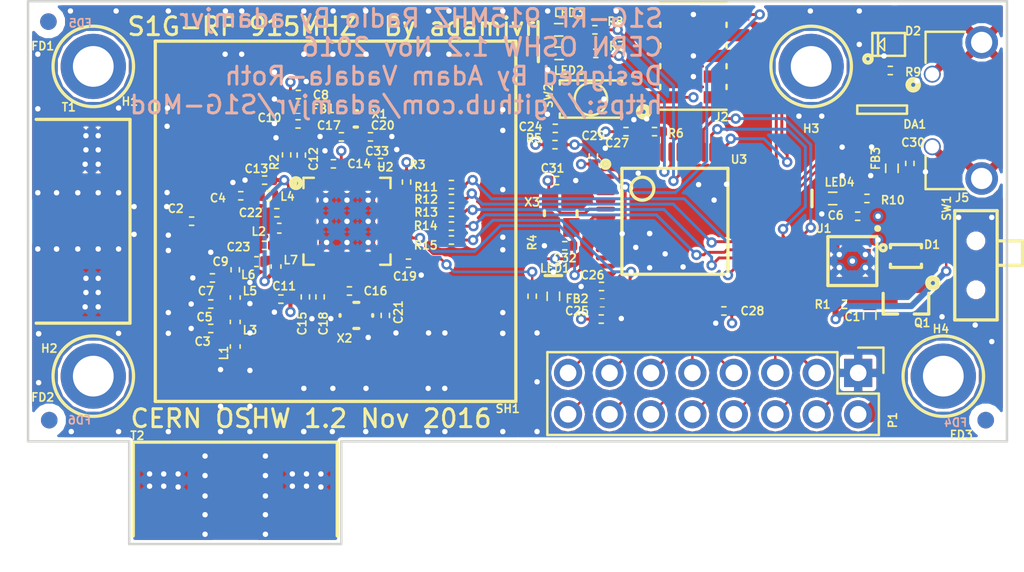
<source format=kicad_pcb>
(kicad_pcb (version 20160815) (host pcbnew "(2016-11-06 revision 9ab7cfe)-makepkg")
  (layers (0 F.Cu signal) (1 In1.Cu power) (2 In2.Cu power) (31 B.Cu signal) (34 B.Paste user) (35 F.Paste user) (36 B.SilkS user) (37 F.SilkS user) (38 B.Mask user) (39 F.Mask user) (44 Edge.Cuts user))
  (net 0 "")
  (net 1 GND)
  (net 2 /VIN)
  (net 3 /MCU_IRQ)
  (net 4 /GPIO1)
  (net 5 /SPI_MISO)
  (net 6 /GPIO2)
  (net 7 /SPI_SCLK)
  (net 8 /GPIO4)
  (net 9 /SPI_MOSI)
  (net 10 /ON_OFF)
  (net 11 /SPI_CS)
  (net 12 "Net-(R4-Pad1)")
  (net 13 "Net-(LED1-Pad1)")
  (net 14 "Net-(R2-Pad2)")
  (net 15 +3V3)
  (net 16 "Net-(C13-Pad2)")
  (net 17 "Net-(L6-Pad2)")
  (net 18 "Net-(C9-Pad2)")
  (net 19 "Net-(C5-Pad1)")
  (net 20 "Net-(C7-Pad1)")
  (net 21 "Net-(C3-Pad1)")
  (net 22 "Net-(C2-Pad2)")
  (net 23 "Net-(L1-Pad1)")
  (net 24 "Net-(C21-Pad1)")
  (net 25 "Net-(C16-Pad1)")
  (net 26 "Net-(C2-Pad1)")
  (net 27 "Net-(C12-Pad2)")
  (net 28 "Net-(C15-Pad1)")
  (net 29 "Net-(C18-Pad1)")
  (net 30 "Net-(C19-Pad1)")
  (net 31 "Net-(C20-Pad1)")
  (net 32 /VREF)
  (net 33 "Net-(U2-Pad11)")
  (net 34 "Net-(U2-Pad30)")
  (net 35 "Net-(U2-Pad31)")
  (net 36 "Net-(U2-Pad8)")
  (net 37 "Net-(C22-Pad2)")
  (net 38 "Net-(C4-Pad2)")
  (net 39 "Net-(C23-Pad2)")
  (net 40 "Net-(U1-Pad2)")
  (net 41 "Net-(U1-Pad3)")
  (net 42 "Net-(U1-Pad6)")
  (net 43 "Net-(U1-Pad7)")
  (net 44 "/MCU - STM32L052K8T6/NRST")
  (net 45 "Net-(U3-Pad4)")
  (net 46 "Net-(U3-Pad2)")
  (net 47 "Net-(C26-Pad1)")
  (net 48 "Net-(U3-Pad10)")
  (net 49 "Net-(U3-Pad11)")
  (net 50 "/MCU - STM32L052K8T6/SWDIO")
  (net 51 "Net-(U3-Pad36)")
  (net 52 "/MCU - STM32L052K8T6/USB_DM")
  (net 53 "/MCU - STM32L052K8T6/USB_DP")
  (net 54 "/MCU - STM32L052K8T6/USART1_RX")
  (net 55 "/MCU - STM32L052K8T6/SPI2_SCLK")
  (net 56 "/MCU - STM32L052K8T6/SPI2_MISO")
  (net 57 "/MCU - STM32L052K8T6/SPI2_MOSI")
  (net 58 "/MCU - STM32L052K8T6/USART1_TX")
  (net 59 "/MCU - STM32L052K8T6/SPI2_NSS")
  (net 60 "Net-(R8-Pad2)")
  (net 61 "Net-(R7-Pad2)")
  (net 62 "Net-(R6-Pad2)")
  (net 63 "Net-(U3-Pad46)")
  (net 64 "Net-(U3-Pad45)")
  (net 65 "Net-(U3-Pad40)")
  (net 66 "Net-(U3-Pad41)")
  (net 67 "/MCU - STM32L052K8T6/SWCLK")
  (net 68 /PSU_IN)
  (net 69 "Net-(D2-Pad1)")
  (net 70 "Net-(DA1-Pad1)")
  (net 71 "Net-(LED3-Pad1)")
  (net 72 "Net-(LED2-Pad1)")
  (net 73 "Net-(C30-Pad2)")
  (net 74 /VBUS)
  (net 75 "Net-(H1-Pad1)")
  (net 76 "Net-(H2-Pad1)")
  (net 77 "Net-(H3-Pad1)")
  (net 78 "Net-(H4-Pad1)")
  (net 79 "Net-(FD3-Pad1)")
  (net 80 "Net-(FD2-Pad1)")
  (net 81 "Net-(FD1-Pad1)")
  (net 82 "Net-(SW1-Pad3)")
  (net 83 "Net-(J2-Pad6)")
  (net 84 "Net-(J2-Pad7)")
  (net 85 "Net-(J2-Pad8)")
  (net 86 "Net-(C32-Pad1)")
  (net 87 "Net-(C31-Pad1)")
  (net 88 "Net-(U3-Pad3)")
  (net 89 "Net-(LED4-Pad1)")
  (net 90 "/MCU - STM32L052K8T6/GPIO_PB11")
  (net 91 "/MCU - STM32L052K8T6/GPIO_PB10")
  (net 92 "/MCU - STM32L052K8T6/GPIO_PB2")
  (net 93 "/MCU - STM32L052K8T6/GPIO_PB1")
  (net 94 "/MCU - STM32L052K8T6/GPIO_PB0")
  (net 95 "/MCU - STM32L052K8T6/GPIO_PA8")
  (net 96 "Net-(C33-Pad1)")
  (net 97 "Net-(C17-Pad2)")
  (net 98 "/MCU - STM32L052K8T6/GPIO_PA15")
  (net 99 "/MCU - STM32L052K8T6/GPIO_PB3")
  (net 100 "Net-(FD6-Pad1)")
  (net 101 "Net-(FD5-Pad1)")
  (net 102 "Net-(FD4-Pad1)")
  (net 103 "/MCU - STM32L052K8T6/MCU_IRQ")
  (net 104 "/MCU - STM32L052K8T6/SPI_CS")
  (net 105 "/MCU - STM32L052K8T6/SPI_MOSI")
  (net 106 "/MCU - STM32L052K8T6/SPI_MISO")
  (net 107 "/MCU - STM32L052K8T6/SPI_SCLK")
  (module PCB_Footprints:R0402 (layer F.Cu) (at 82.45 49.65)
    (fp_text reference R15 (at -1.575 0.325) (layer F.SilkS) (effects (font (size 0.5 0.5) (thickness 0.1))))
    (fp_text value TNPW0402100RBEED)
    (pad 2 smd roundrect (at 0.483 0) (size 0.559 0.61) (layers F.Cu F.Paste F.Mask) (net 103 "/MCU - STM32L052K8T6/MCU_IRQ"))
    (pad 1 smd roundrect (at -0.483 0) (size 0.559 0.61) (layers F.Cu F.Paste F.Mask) (net 3 /MCU_IRQ))
  )
  (module PCB_Footprints:R0402 (layer F.Cu) (at 82.45 48.8)
    (fp_text reference R14 (at -1.575 -0.025) (layer F.SilkS) (effects (font (size 0.5 0.5) (thickness 0.1))))
    (fp_text value TNPW0402100RBEED)
    (pad 1 smd roundrect (at -0.483 0) (size 0.559 0.61) (layers F.Cu F.Paste F.Mask) (net 5 /SPI_MISO))
    (pad 2 smd roundrect (at 0.483 0) (size 0.559 0.61) (layers F.Cu F.Paste F.Mask) (net 106 "/MCU - STM32L052K8T6/SPI_MISO"))
  )
  (module PCB_Footprints:R0402 (layer F.Cu) (at 82.45 47.95)
    (fp_text reference R13 (at -1.55 0) (layer F.SilkS) (effects (font (size 0.5 0.5) (thickness 0.1))))
    (fp_text value TNPW0402100RBEED)
    (pad 2 smd roundrect (at 0.483 0) (size 0.559 0.61) (layers F.Cu F.Paste F.Mask) (net 107 "/MCU - STM32L052K8T6/SPI_SCLK"))
    (pad 1 smd roundrect (at -0.483 0) (size 0.559 0.61) (layers F.Cu F.Paste F.Mask) (net 7 /SPI_SCLK))
  )
  (module PCB_Footprints:R0402 (layer F.Cu) (at 82.45 47.1)
    (fp_text reference R12 (at -1.55 0.05) (layer F.SilkS) (effects (font (size 0.5 0.5) (thickness 0.1))))
    (fp_text value TNPW0402100RBEED)
    (pad 1 smd roundrect (at -0.483 0) (size 0.559 0.61) (layers F.Cu F.Paste F.Mask) (net 9 /SPI_MOSI))
    (pad 2 smd roundrect (at 0.483 0) (size 0.559 0.61) (layers F.Cu F.Paste F.Mask) (net 105 "/MCU - STM32L052K8T6/SPI_MOSI"))
  )
  (module PCB_Footprints:R0402 (layer F.Cu) (at 82.45 46.25)
    (fp_text reference R11 (at -1.55 0.15) (layer F.SilkS) (effects (font (size 0.5 0.5) (thickness 0.1))))
    (fp_text value TNPW0402100RBEED)
    (pad 2 smd roundrect (at 0.483 0) (size 0.559 0.61) (layers F.Cu F.Paste F.Mask) (net 104 "/MCU - STM32L052K8T6/SPI_CS"))
    (pad 1 smd roundrect (at -0.483 0) (size 0.559 0.61) (layers F.Cu F.Paste F.Mask) (net 11 /SPI_CS))
  )
  (module PCB_Footprints:FIDUCIAL (layer B.Cu) (at 115.2 60.7)
    (fp_text reference FD4 (at -1.85 0.15) (layer B.SilkS) (effects (font (size 0.5 0.5) (thickness 0.1)) (justify mirror)))
    (fp_text value FIDUCIAL)
    (pad 1 smd circle (at 0 0) (size 1.016 1.016) (layers B.Cu B.Mask) (net 102 "Net-(FD4-Pad1)"))
  )
  (module PCB_Footprints:FIDUCIAL (layer B.Cu) (at 57.75 36.25)
    (fp_text reference FD5 (at 1.95 0.1) (layer B.SilkS) (effects (font (size 0.5 0.5) (thickness 0.1)) (justify mirror)))
    (fp_text value FIDUCIAL)
    (pad 1 smd circle (at 0 0) (size 1.016 1.016) (layers B.Cu B.Mask) (net 101 "Net-(FD5-Pad1)"))
  )
  (module PCB_Footprints:FIDUCIAL (layer B.Cu) (at 57.8 60.7)
    (fp_text reference FD6 (at 1.85 0) (layer B.SilkS) (effects (font (size 0.5 0.5) (thickness 0.1)) (justify mirror)))
    (fp_text value FIDUCIAL)
    (pad 1 smd circle (at 0 0) (size 1.016 1.016) (layers B.Cu B.Mask) (net 100 "Net-(FD6-Pad1)"))
  )
  (module PCB_Footprints:61301621121 (layer F.Cu) (at 107.38 57.8 270)
    (fp_text reference P1 (at 2.9 -2.12 270) (layer F.SilkS) (effects (font (size 0.5 0.5) (thickness 0.1))))
    (fp_text value 61301621121)
    (pad 1 thru_hole rect (at 0 0 270) (size 1.7272 1.7272) (drill 1.016) (layers *.Cu *.Mask) (net 1 GND))
    (pad 2 thru_hole oval (at 2.54 0 270) (size 1.7272 1.7272) (drill 1.016) (layers *.Cu *.Mask) (net 68 /PSU_IN))
    (pad 3 thru_hole oval (at 0 2.54 270) (size 1.7272 1.7272) (drill 1.016) (layers *.Cu *.Mask) (net 98 "/MCU - STM32L052K8T6/GPIO_PA15"))
    (pad 4 thru_hole oval (at 2.54 2.54 270) (size 1.7272 1.7272) (drill 1.016) (layers *.Cu *.Mask) (net 99 "/MCU - STM32L052K8T6/GPIO_PB3"))
    (pad 5 thru_hole oval (at 0 5.08 270) (size 1.7272 1.7272) (drill 1.016) (layers *.Cu *.Mask) (net 58 "/MCU - STM32L052K8T6/USART1_TX"))
    (pad 6 thru_hole oval (at 2.54 5.08 270) (size 1.7272 1.7272) (drill 1.016) (layers *.Cu *.Mask) (net 54 "/MCU - STM32L052K8T6/USART1_RX"))
    (pad 7 thru_hole oval (at 0 7.62 270) (size 1.7272 1.7272) (drill 1.016) (layers *.Cu *.Mask) (net 90 "/MCU - STM32L052K8T6/GPIO_PB11"))
    (pad 8 thru_hole oval (at 2.54 7.62 270) (size 1.7272 1.7272) (drill 1.016) (layers *.Cu *.Mask) (net 95 "/MCU - STM32L052K8T6/GPIO_PA8"))
    (pad 9 thru_hole oval (at 0 10.16 270) (size 1.7272 1.7272) (drill 1.016) (layers *.Cu *.Mask) (net 92 "/MCU - STM32L052K8T6/GPIO_PB2"))
    (pad 10 thru_hole oval (at 2.54 10.16 270) (size 1.7272 1.7272) (drill 1.016) (layers *.Cu *.Mask) (net 91 "/MCU - STM32L052K8T6/GPIO_PB10"))
    (pad 11 thru_hole oval (at 0 12.7 270) (size 1.7272 1.7272) (drill 1.016) (layers *.Cu *.Mask) (net 94 "/MCU - STM32L052K8T6/GPIO_PB0"))
    (pad 12 thru_hole oval (at 2.54 12.7 270) (size 1.7272 1.7272) (drill 1.016) (layers *.Cu *.Mask) (net 93 "/MCU - STM32L052K8T6/GPIO_PB1"))
    (pad 13 thru_hole oval (at 0 15.24 270) (size 1.7272 1.7272) (drill 1.016) (layers *.Cu *.Mask) (net 56 "/MCU - STM32L052K8T6/SPI2_MISO"))
    (pad 14 thru_hole oval (at 2.54 15.24 270) (size 1.7272 1.7272) (drill 1.016) (layers *.Cu *.Mask) (net 57 "/MCU - STM32L052K8T6/SPI2_MOSI"))
    (pad 15 thru_hole oval (at 0 17.78 270) (size 1.7272 1.7272) (drill 1.016) (layers *.Cu *.Mask) (net 59 "/MCU - STM32L052K8T6/SPI2_NSS"))
    (pad 16 thru_hole oval (at 2.54 17.78 270) (size 1.7272 1.7272) (drill 1.016) (layers *.Cu *.Mask) (net 55 "/MCU - STM32L052K8T6/SPI2_SCLK"))
  )
  (module PCB_Footprints:ABS05-32.768KHZ-9-T (layer F.Cu) (at 76.59 42.22)
    (fp_text reference X1 (at 1.45 -0.3) (layer F.SilkS) (effects (font (size 0.5 0.5) (thickness 0.1))))
    (fp_text value ABS05-32.768KHZ-9-T)
    (pad 1 smd rect (at -0.55 0) (size 0.5 1) (layers F.Cu F.Paste F.Mask) (net 97 "Net-(C17-Pad2)"))
    (pad 2 smd rect (at 0.55 0) (size 0.5 1) (layers F.Cu F.Paste F.Mask) (net 31 "Net-(C20-Pad1)"))
  )
  (module PCB_Footprints:C0402 (layer F.Cu) (at 78.1 44.9)
    (fp_text reference C33 (at -0.2 -0.7) (layer F.SilkS) (effects (font (size 0.5 0.5) (thickness 0.1))))
    (fp_text value CL10B224JO8NNNC)
    (pad 1 smd roundrect (at -0.483 0) (size 0.559 0.61) (layers F.Cu F.Paste F.Mask) (net 96 "Net-(C33-Pad1)"))
    (pad 2 smd roundrect (at 0.483 0) (size 0.559 0.61) (layers F.Cu F.Paste F.Mask) (net 1 GND))
  )
  (module PCB_Footprints:0732511150 (layer F.Cu) (at 69.2 62.55 90)
    (fp_text reference T2 (at 0.9 -6 180) (layer F.SilkS) (effects (font (size 0.5 0.5) (thickness 0.1))))
    (fp_text value 0732511150)
    (pad 2 thru_hole circle (at -2.25 5.25 270) (size 0.635 0.635) (drill 0.3302) (layers *.Cu *.Mask) (net 1 GND))
    (pad 2 thru_hole circle (at -2.2 4.3675 270) (size 0.635 0.635) (drill 0.3302) (layers *.Cu *.Mask) (net 1 GND))
    (pad 2 thru_hole circle (at -1.45 4.3675 270) (size 0.635 0.635) (drill 0.3302) (layers *.Cu *.Mask) (net 1 GND))
    (pad 2 thru_hole circle (at -1.45 3.5 270) (size 0.635 0.635) (drill 0.3302) (layers *.Cu *.Mask) (net 1 GND))
    (pad 2 thru_hole circle (at -2.2 3.5 270) (size 0.635 0.635) (drill 0.3302) (layers *.Cu *.Mask) (net 1 GND))
    (pad 2 thru_hole circle (at -1.45 5.25 270) (size 0.635 0.635) (drill 0.3302) (layers *.Cu *.Mask) (net 1 GND))
    (pad 2 thru_hole circle (at -2.25 -3.5 270) (size 0.635 0.635) (drill 0.3302) (layers *.Cu *.Mask) (net 1 GND))
    (pad 2 thru_hole circle (at -1.45 -3.5 270) (size 0.635 0.635) (drill 0.3302) (layers *.Cu *.Mask) (net 1 GND))
    (pad 2 thru_hole circle (at -1.45 -5.25 270) (size 0.635 0.635) (drill 0.3302) (layers *.Cu *.Mask) (net 1 GND))
    (pad 2 thru_hole circle (at -2.2 -5.25 270) (size 0.635 0.635) (drill 0.3302) (layers *.Cu *.Mask) (net 1 GND))
    (pad 2 thru_hole circle (at -1.45 -4.3825 270) (size 0.635 0.635) (drill 0.3302) (layers *.Cu *.Mask) (net 1 GND))
    (pad 2 thru_hole circle (at -2.2 -4.3825 270) (size 0.635 0.635) (drill 0.3302) (layers *.Cu *.Mask) (net 1 GND))
    (pad 2 smd rect (at -2.75 4.3825 270) (size 5.08 2.415) (layers B.Cu F.Paste B.Mask) (net 1 GND))
    (pad 2 smd rect (at -2.75 -4.3825 270) (size 5.08 2.415) (layers B.Cu F.Paste B.Mask) (net 1 GND))
    (pad 1 smd rect (at -2.75 0 270) (size 5.08 2.29) (layers F.Cu F.Paste F.Mask) (net 23 "Net-(L1-Pad1)"))
    (pad 2 smd rect (at -2.75 4.3825 270) (size 5.08 2.415) (layers F.Cu F.Paste F.Mask) (net 1 GND))
    (pad 2 smd rect (at -2.75 -4.3825 270) (size 5.08 2.415) (layers F.Cu F.Paste F.Mask) (net 1 GND))
  )
  (module PCB_Footprints:0732511150 (layer F.Cu) (at 62.25 48.5)
    (fp_text reference T1 (at -3.25 -7) (layer F.SilkS) (effects (font (size 0.5 0.5) (thickness 0.1))))
    (fp_text value 0732511150)
    (pad 2 thru_hole circle (at -2.25 5.25 180) (size 0.635 0.635) (drill 0.3302) (layers *.Cu *.Mask) (net 1 GND))
    (pad 2 thru_hole circle (at -2.2 4.3675 180) (size 0.635 0.635) (drill 0.3302) (layers *.Cu *.Mask) (net 1 GND))
    (pad 2 thru_hole circle (at -1.45 4.3675 180) (size 0.635 0.635) (drill 0.3302) (layers *.Cu *.Mask) (net 1 GND))
    (pad 2 thru_hole circle (at -1.45 3.5 180) (size 0.635 0.635) (drill 0.3302) (layers *.Cu *.Mask) (net 1 GND))
    (pad 2 thru_hole circle (at -2.2 3.5 180) (size 0.635 0.635) (drill 0.3302) (layers *.Cu *.Mask) (net 1 GND))
    (pad 2 thru_hole circle (at -1.45 5.25 180) (size 0.635 0.635) (drill 0.3302) (layers *.Cu *.Mask) (net 1 GND))
    (pad 2 thru_hole circle (at -2.25 -3.5 180) (size 0.635 0.635) (drill 0.3302) (layers *.Cu *.Mask) (net 1 GND))
    (pad 2 thru_hole circle (at -1.45 -3.5 180) (size 0.635 0.635) (drill 0.3302) (layers *.Cu *.Mask) (net 1 GND))
    (pad 2 thru_hole circle (at -1.45 -5.25 180) (size 0.635 0.635) (drill 0.3302) (layers *.Cu *.Mask) (net 1 GND))
    (pad 2 thru_hole circle (at -2.2 -5.25 180) (size 0.635 0.635) (drill 0.3302) (layers *.Cu *.Mask) (net 1 GND))
    (pad 2 thru_hole circle (at -1.45 -4.3825 180) (size 0.635 0.635) (drill 0.3302) (layers *.Cu *.Mask) (net 1 GND))
    (pad 2 thru_hole circle (at -2.2 -4.3825 180) (size 0.635 0.635) (drill 0.3302) (layers *.Cu *.Mask) (net 1 GND))
    (pad 2 smd rect (at -2.75 4.3825 180) (size 5.08 2.415) (layers B.Cu F.Paste B.Mask) (net 1 GND))
    (pad 2 smd rect (at -2.75 -4.3825 180) (size 5.08 2.415) (layers B.Cu F.Paste B.Mask) (net 1 GND))
    (pad 1 smd rect (at -2.75 0 180) (size 5.08 2.29) (layers F.Cu F.Paste F.Mask) (net 26 "Net-(C2-Pad1)"))
    (pad 2 smd rect (at -2.75 4.3825 180) (size 5.08 2.415) (layers F.Cu F.Paste F.Mask) (net 1 GND))
    (pad 2 smd rect (at -2.75 -4.3825 180) (size 5.08 2.415) (layers F.Cu F.Paste F.Mask) (net 1 GND))
  )
  (module PCB_Footprints:R0402 (layer F.Cu) (at 87.4 53.1 270)
    (fp_text reference R4 (at -3.302 0 270) (layer F.SilkS) (effects (font (size 0.5 0.5) (thickness 0.1))))
    (fp_text value RC1005F102CS)
    (pad 2 smd roundrect (at 0.483 0 270) (size 0.559 0.61) (layers F.Cu F.Paste F.Mask) (net 13 "Net-(LED1-Pad1)"))
    (pad 1 smd roundrect (at -0.483 0 270) (size 0.559 0.61) (layers F.Cu F.Paste F.Mask) (net 12 "Net-(R4-Pad1)"))
  )
  (module PCB_Footprints:R0402 (layer F.Cu) (at 107.92 47.1)
    (fp_text reference R10 (at 1.58 0.1) (layer F.SilkS) (effects (font (size 0.5 0.5) (thickness 0.1))))
    (fp_text value RC1005F102CS)
    (pad 2 smd roundrect (at 0.483 0) (size 0.559 0.61) (layers F.Cu F.Paste F.Mask) (net 15 +3V3))
    (pad 1 smd roundrect (at -0.483 0) (size 0.559 0.61) (layers F.Cu F.Paste F.Mask) (net 89 "Net-(LED4-Pad1)"))
  )
  (module PCB_Footprints:LED0603 (layer F.Cu) (at 105.82 47.1 180)
    (fp_text reference LED4 (at -0.42 1 180) (layer F.SilkS) (effects (font (size 0.5 0.5) (thickness 0.1))))
    (fp_text value LTST-C193KRKT-5A)
    (pad 1 smd roundrect (at -0.68 0 180) (size 0.74 1) (layers F.Cu F.Paste F.Mask) (net 89 "Net-(LED4-Pad1)"))
    (pad 2 smd roundrect (at 0.68 0 180) (size 0.74 1) (layers F.Cu F.Paste F.Mask) (net 1 GND))
  )
  (module PCB_Footprints:36103205 (layer F.Cu) (at 75.35 48.5)
    (fp_text reference SH1 (at 10.55 11.5) (layer F.SilkS) (effects (font (size 0.5 0.5) (thickness 0.1))))
    (fp_text value 36103205)
    (pad 1 smd oval (at -9.1 10.25 180) (size 3.3 1) (layers F.Cu B.Paste F.Mask) (net 1 GND))
    (pad 1 smd oval (at -10.25 9.1 90) (size 3.3 1) (layers F.Cu F.Paste F.Mask) (net 1 GND))
    (pad 1 smd oval (at -10.25 -9.1 90) (size 3.3 1) (layers F.Cu F.Paste F.Mask) (net 1 GND))
    (pad 1 smd oval (at -9.1 -10.25) (size 3.3 1) (layers F.Cu F.Paste F.Mask) (net 1 GND))
    (pad 1 smd oval (at 9.1 -10.25) (size 3.3 1) (layers F.Cu F.Paste F.Mask) (net 1 GND))
    (pad 1 smd oval (at 10.25 -9.1 270) (size 3.3 1) (layers F.Cu F.Paste F.Mask) (net 1 GND))
    (pad 1 smd oval (at 9.1 10.25) (size 3.3 1) (layers F.Cu F.Paste F.Mask) (net 1 GND))
    (pad 1 smd oval (at 10.25 9.1 270) (size 3.3 1) (layers F.Cu F.Paste F.Mask) (net 1 GND))
    (pad 1 smd oval (at -10.25 3.75 90) (size 2.6 1) (layers F.Cu F.Paste F.Mask) (net 1 GND))
    (pad 1 smd oval (at 10.25 3.75 270) (size 2.6 1) (layers F.Cu F.Paste F.Mask) (net 1 GND))
    (pad 1 smd oval (at 10.25 -3.75 270) (size 2.6 1) (layers F.Cu F.Paste F.Mask) (net 1 GND))
    (pad 1 smd oval (at -10.25 -3.75 90) (size 2.6 1) (layers F.Cu F.Paste F.Mask) (net 1 GND))
    (pad 1 smd oval (at 3.75 10.25 180) (size 2.6 1) (layers F.Cu F.Paste F.Mask) (net 1 GND))
    (pad 1 smd oval (at -3.75 10.25 180) (size 2.6 1) (layers F.Cu F.Paste F.Mask) (net 1 GND))
    (pad 1 smd oval (at 3.75 -10.25) (size 2.6 1) (layers F.Cu F.Paste F.Mask) (net 1 GND))
    (pad 1 smd oval (at -3.75 -10.25) (size 2.6 1) (layers F.Cu F.Paste F.Mask) (net 1 GND))
  )
  (module PCB_Footprints:STM32L052C8T6 (layer F.Cu) (at 96.15 48.5)
    (fp_text reference U3 (at 3.926 -3.796) (layer F.SilkS) (effects (font (size 0.5 0.5) (thickness 0.1))))
    (fp_text value STM32L052C8T6)
    (pad 37 smd oval (at 2.75 -4.25 90) (size 1.2 0.3) (layers F.Cu F.Paste F.Mask) (net 67 "/MCU - STM32L052K8T6/SWCLK"))
    (pad 38 smd oval (at 2.25 -4.25 90) (size 1.2 0.3) (layers F.Cu F.Paste F.Mask) (net 98 "/MCU - STM32L052K8T6/GPIO_PA15"))
    (pad 41 smd oval (at 0.75 -4.25 90) (size 1.2 0.3) (layers F.Cu F.Paste F.Mask) (net 66 "Net-(U3-Pad41)"))
    (pad 42 smd oval (at 0.25 -4.25 90) (size 1.2 0.3) (layers F.Cu F.Paste F.Mask) (net 60 "Net-(R8-Pad2)"))
    (pad 40 smd oval (at 1.25 -4.25 90) (size 1.2 0.3) (layers F.Cu F.Paste F.Mask) (net 65 "Net-(U3-Pad40)"))
    (pad 39 smd oval (at 1.75 -4.25 90) (size 1.2 0.3) (layers F.Cu F.Paste F.Mask) (net 99 "/MCU - STM32L052K8T6/GPIO_PB3"))
    (pad 45 smd oval (at -1.25 -4.25 90) (size 1.2 0.3) (layers F.Cu F.Paste F.Mask) (net 64 "Net-(U3-Pad45)"))
    (pad 43 smd oval (at -0.25 -4.25 90) (size 1.2 0.3) (layers F.Cu F.Paste F.Mask) (net 61 "Net-(R7-Pad2)"))
    (pad 46 smd oval (at -1.75 -4.25 90) (size 1.2 0.3) (layers F.Cu F.Paste F.Mask) (net 63 "Net-(U3-Pad46)"))
    (pad 44 smd oval (at -0.75 -4.25 90) (size 1.2 0.3) (layers F.Cu F.Paste F.Mask) (net 62 "Net-(R6-Pad2)"))
    (pad 47 smd oval (at -2.25 -4.25 90) (size 1.2 0.3) (layers F.Cu F.Paste F.Mask) (net 1 GND))
    (pad 48 smd oval (at -2.75 -4.25 90) (size 1.2 0.3) (layers F.Cu F.Paste F.Mask) (net 15 +3V3))
    (pad 19 smd oval (at 0.25 4.25 90) (size 1.2 0.3) (layers F.Cu F.Paste F.Mask) (net 93 "/MCU - STM32L052K8T6/GPIO_PB1"))
    (pad 22 smd oval (at 1.75 4.25 90) (size 1.2 0.3) (layers F.Cu F.Paste F.Mask) (net 90 "/MCU - STM32L052K8T6/GPIO_PB11"))
    (pad 23 smd oval (at 2.25 4.25 90) (size 1.2 0.3) (layers F.Cu F.Paste F.Mask) (net 1 GND))
    (pad 24 smd oval (at 2.75 4.25 90) (size 1.2 0.3) (layers F.Cu F.Paste F.Mask) (net 15 +3V3))
    (pad 20 smd oval (at 0.75 4.25 90) (size 1.2 0.3) (layers F.Cu F.Paste F.Mask) (net 92 "/MCU - STM32L052K8T6/GPIO_PB2"))
    (pad 21 smd oval (at 1.25 4.25 90) (size 1.2 0.3) (layers F.Cu F.Paste F.Mask) (net 91 "/MCU - STM32L052K8T6/GPIO_PB10"))
    (pad 18 smd oval (at -0.25 4.25 90) (size 1.2 0.3) (layers F.Cu F.Paste F.Mask) (net 94 "/MCU - STM32L052K8T6/GPIO_PB0"))
    (pad 16 smd oval (at -1.25 4.25 90) (size 1.2 0.3) (layers F.Cu F.Paste F.Mask) (net 56 "/MCU - STM32L052K8T6/SPI2_MISO"))
    (pad 15 smd oval (at -1.75 4.25 90) (size 1.2 0.3) (layers F.Cu F.Paste F.Mask) (net 55 "/MCU - STM32L052K8T6/SPI2_SCLK"))
    (pad 17 smd oval (at -0.75 4.25 90) (size 1.2 0.3) (layers F.Cu F.Paste F.Mask) (net 57 "/MCU - STM32L052K8T6/SPI2_MOSI"))
    (pad 13 smd oval (at -2.75 4.25 90) (size 1.2 0.3) (layers F.Cu F.Paste F.Mask) (net 103 "/MCU - STM32L052K8T6/MCU_IRQ"))
    (pad 14 smd oval (at -2.25 4.25 90) (size 1.2 0.3) (layers F.Cu F.Paste F.Mask) (net 59 "/MCU - STM32L052K8T6/SPI2_NSS"))
    (pad 25 smd oval (at 4.25 2.75) (size 1.2 0.3) (layers F.Cu F.Paste F.Mask) (net 104 "/MCU - STM32L052K8T6/SPI_CS"))
    (pad 30 smd oval (at 4.25 0.25) (size 1.2 0.3) (layers F.Cu F.Paste F.Mask) (net 58 "/MCU - STM32L052K8T6/USART1_TX"))
    (pad 29 smd oval (at 4.25 0.75) (size 1.2 0.3) (layers F.Cu F.Paste F.Mask) (net 95 "/MCU - STM32L052K8T6/GPIO_PA8"))
    (pad 28 smd oval (at 4.25 1.25) (size 1.2 0.3) (layers F.Cu F.Paste F.Mask) (net 105 "/MCU - STM32L052K8T6/SPI_MOSI"))
    (pad 27 smd oval (at 4.25 1.75) (size 1.2 0.3) (layers F.Cu F.Paste F.Mask) (net 106 "/MCU - STM32L052K8T6/SPI_MISO"))
    (pad 26 smd oval (at 4.25 2.25) (size 1.2 0.3) (layers F.Cu F.Paste F.Mask) (net 107 "/MCU - STM32L052K8T6/SPI_SCLK"))
    (pad 31 smd oval (at 4.25 -0.25) (size 1.2 0.3) (layers F.Cu F.Paste F.Mask) (net 54 "/MCU - STM32L052K8T6/USART1_RX"))
    (pad 33 smd oval (at 4.25 -1.25) (size 1.2 0.3) (layers F.Cu F.Paste F.Mask) (net 53 "/MCU - STM32L052K8T6/USB_DP"))
    (pad 32 smd oval (at 4.25 -0.75) (size 1.2 0.3) (layers F.Cu F.Paste F.Mask) (net 52 "/MCU - STM32L052K8T6/USB_DM"))
    (pad 35 smd oval (at 4.25 -2.25) (size 1.2 0.3) (layers F.Cu F.Paste F.Mask) (net 1 GND))
    (pad 36 smd oval (at 4.25 -2.75) (size 1.2 0.3) (layers F.Cu F.Paste F.Mask) (net 51 "Net-(U3-Pad36)"))
    (pad 34 smd oval (at 4.25 -1.75) (size 1.2 0.3) (layers F.Cu F.Paste F.Mask) (net 50 "/MCU - STM32L052K8T6/SWDIO"))
    (pad 12 smd oval (at -4.25 2.75) (size 1.2 0.3) (layers F.Cu F.Paste F.Mask) (net 6 /GPIO2))
    (pad 11 smd oval (at -4.25 2.25) (size 1.2 0.3) (layers F.Cu F.Paste F.Mask) (net 49 "Net-(U3-Pad11)"))
    (pad 10 smd oval (at -4.25 1.75) (size 1.2 0.3) (layers F.Cu F.Paste F.Mask) (net 48 "Net-(U3-Pad10)"))
    (pad 9 smd oval (at -4.25 1.25) (size 1.2 0.3) (layers F.Cu F.Paste F.Mask) (net 47 "Net-(C26-Pad1)"))
    (pad 8 smd oval (at -4.25 0.75) (size 1.2 0.3) (layers F.Cu F.Paste F.Mask) (net 1 GND))
    (pad 1 smd oval (at -4.25 -2.75) (size 1.2 0.3) (layers F.Cu F.Paste F.Mask) (net 15 +3V3))
    (pad 2 smd oval (at -4.25 -2.25) (size 1.2 0.3) (layers F.Cu F.Paste F.Mask) (net 46 "Net-(U3-Pad2)"))
    (pad 3 smd oval (at -4.25 -1.75) (size 1.2 0.3) (layers F.Cu F.Paste F.Mask) (net 88 "Net-(U3-Pad3)"))
    (pad 4 smd oval (at -4.25 -1.25) (size 1.2 0.3) (layers F.Cu F.Paste F.Mask) (net 45 "Net-(U3-Pad4)"))
    (pad 5 smd oval (at -4.25 -0.75) (size 1.2 0.3) (layers F.Cu F.Paste F.Mask) (net 87 "Net-(C31-Pad1)"))
    (pad 7 smd oval (at -4.25 0.25) (size 1.2 0.3) (layers F.Cu F.Paste F.Mask) (net 44 "/MCU - STM32L052K8T6/NRST"))
    (pad 6 smd oval (at -4.25 -0.25) (size 1.2 0.3) (layers F.Cu F.Paste F.Mask) (net 86 "Net-(C32-Pad1)"))
  )
  (module PCB_Footprints:AP7361-33FGE-7 (layer F.Cu) (at 107.025 50.94 270)
    (fp_text reference U1 (at -2 1.775) (layer F.SilkS) (effects (font (size 0.5 0.5) (thickness 0.1))))
    (fp_text value AP7361-33FGE-7)
    (pad 9 thru_hole circle (at 0.4 0.8 270) (size 0.635 0.635) (drill 0.3302) (layers *.Cu *.Mask) (net 1 GND))
    (pad 9 thru_hole circle (at -0.4 0.8 270) (size 0.635 0.635) (drill 0.3302) (layers *.Cu *.Mask) (net 1 GND))
    (pad 9 thru_hole circle (at 0.4 -0.8 270) (size 0.635 0.635) (drill 0.3302) (layers *.Cu *.Mask) (net 1 GND))
    (pad 9 thru_hole circle (at -0.4 -0.8 270) (size 0.635 0.635) (drill 0.3302) (layers *.Cu *.Mask) (net 1 GND))
    (pad 9 thru_hole circle (at 0 0 270) (size 0.635 0.635) (drill 0.3302) (layers *.Cu *.Mask) (net 1 GND))
    (pad 5 smd oval (at 1.5 0.975 270) (size 1 0.4) (layers F.Cu F.Paste F.Mask) (net 10 /ON_OFF))
    (pad 7 smd oval (at 1.5 -0.325 270) (size 1 0.4) (layers F.Cu F.Paste F.Mask) (net 43 "Net-(U1-Pad7)"))
    (pad 8 smd oval (at 1.5 -0.975 270) (size 1 0.4) (layers F.Cu F.Paste F.Mask) (net 2 /VIN))
    (pad 6 smd oval (at 1.5 0.325 270) (size 1 0.4) (layers F.Cu F.Paste F.Mask) (net 42 "Net-(U1-Pad6)"))
    (pad 4 smd oval (at -1.5 0.975 270) (size 1 0.4) (layers F.Cu F.Paste F.Mask) (net 1 GND))
    (pad 1 smd oval (at -1.5 -0.975 270) (size 1 0.4) (layers F.Cu F.Paste F.Mask) (net 15 +3V3))
    (pad 3 smd oval (at -1.5 0.325 270) (size 1 0.4) (layers F.Cu F.Paste F.Mask) (net 41 "Net-(U1-Pad3)"))
    (pad 2 smd oval (at -1.5 -0.325 270) (size 1 0.4) (layers F.Cu F.Paste F.Mask) (net 40 "Net-(U1-Pad2)"))
    (pad 9 smd rect (at 0 0 270) (size 1.5 2.25) (layers F.Cu F.Paste F.Mask) (net 1 GND))
  )
  (module PCB_Footprints:ADF7023BCPZ (layer F.Cu) (at 76.05 48.5)
    (fp_text reference U2 (at 2.35 -3.325) (layer F.SilkS) (effects (font (size 0.5 0.5) (thickness 0.1))))
    (fp_text value ADF7023BCPZ)
    (pad 33 thru_hole circle (at -1.25 1.3) (size 0.635 0.635) (drill 0.3302) (layers *.Cu *.Mask) (net 1 GND))
    (pad 33 thru_hole circle (at 1.3 1.3) (size 0.635 0.635) (drill 0.3302) (layers *.Cu *.Mask) (net 1 GND))
    (pad 33 thru_hole circle (at 1.3 -1.3) (size 0.635 0.635) (drill 0.3302) (layers *.Cu *.Mask) (net 1 GND))
    (pad 33 thru_hole circle (at -1.3 -1.3) (size 0.635 0.635) (drill 0.3302) (layers *.Cu *.Mask) (net 1 GND))
    (pad 33 thru_hole circle (at -1.3 0) (size 0.635 0.635) (drill 0.3302) (layers *.Cu *.Mask) (net 1 GND))
    (pad 33 thru_hole circle (at 1.3 0) (size 0.635 0.635) (drill 0.3302) (layers *.Cu *.Mask) (net 1 GND))
    (pad 33 thru_hole circle (at 0 1.3) (size 0.635 0.635) (drill 0.3302) (layers *.Cu *.Mask) (net 1 GND))
    (pad 33 thru_hole circle (at 0 -1.3) (size 0.635 0.635) (drill 0.3302) (layers *.Cu *.Mask) (net 1 GND))
    (pad 33 thru_hole circle (at 0 0) (size 0.635 0.635) (drill 0.3302) (layers *.Cu *.Mask) (net 1 GND))
    (pad 33 smd rect (at 0 0) (size 3.45 3.45) (layers F.Cu F.Paste F.Mask) (net 1 GND))
    (pad 8 smd oval (at -2.425 1.75) (size 0.8 0.25) (layers F.Cu F.Paste F.Mask) (net 36 "Net-(U2-Pad8)"))
    (pad 7 smd oval (at -2.425 1.25) (size 0.8 0.25) (layers F.Cu F.Paste F.Mask) (net 15 +3V3))
    (pad 6 smd oval (at -2.425 0.75) (size 0.8 0.25) (layers F.Cu F.Paste F.Mask) (net 17 "Net-(L6-Pad2)"))
    (pad 5 smd oval (at -2.425 0.25) (size 0.8 0.25) (layers F.Cu F.Paste F.Mask) (net 39 "Net-(C23-Pad2)"))
    (pad 4 smd oval (at -2.425 -0.25) (size 0.8 0.25) (layers F.Cu F.Paste F.Mask) (net 37 "Net-(C22-Pad2)"))
    (pad 3 smd oval (at -2.425 -0.75) (size 0.8 0.25) (layers F.Cu F.Paste F.Mask) (net 16 "Net-(C13-Pad2)"))
    (pad 2 smd oval (at -2.425 -1.25) (size 0.8 0.25) (layers F.Cu F.Paste F.Mask) (net 14 "Net-(R2-Pad2)"))
    (pad 1 smd oval (at -2.425 -1.75) (size 0.8 0.25) (layers F.Cu F.Paste F.Mask) (net 27 "Net-(C12-Pad2)"))
    (pad 32 smd oval (at -1.75 -2.425) (size 0.25 0.8) (layers F.Cu F.Paste F.Mask) (net 32 /VREF))
    (pad 31 smd oval (at -1.25 -2.425) (size 0.25 0.8) (layers F.Cu F.Paste F.Mask) (net 35 "Net-(U2-Pad31)"))
    (pad 30 smd oval (at -0.75 -2.425) (size 0.25 0.8) (layers F.Cu F.Paste F.Mask) (net 34 "Net-(U2-Pad30)"))
    (pad 29 smd oval (at -0.25 -2.425) (size 0.25 0.8) (layers F.Cu F.Paste F.Mask) (net 15 +3V3))
    (pad 28 smd oval (at 0.25 -2.425) (size 0.25 0.8) (layers F.Cu F.Paste F.Mask) (net 97 "Net-(C17-Pad2)"))
    (pad 27 smd oval (at 0.75 -2.425) (size 0.25 0.8) (layers F.Cu F.Paste F.Mask) (net 31 "Net-(C20-Pad1)"))
    (pad 26 smd oval (at 1.25 -2.425) (size 0.25 0.8) (layers F.Cu F.Paste F.Mask) (net 96 "Net-(C33-Pad1)"))
    (pad 25 smd oval (at 1.75 -2.425) (size 0.25 0.8) (layers F.Cu F.Paste F.Mask) (net 8 /GPIO4))
    (pad 24 smd oval (at 2.425 -1.75) (size 0.8 0.25) (layers F.Cu F.Paste F.Mask) (net 11 /SPI_CS))
    (pad 23 smd oval (at 2.425 -1.25) (size 0.8 0.25) (layers F.Cu F.Paste F.Mask) (net 9 /SPI_MOSI))
    (pad 22 smd oval (at 2.425 -0.75) (size 0.8 0.25) (layers F.Cu F.Paste F.Mask) (net 7 /SPI_SCLK))
    (pad 21 smd oval (at 2.425 -0.25) (size 0.8 0.25) (layers F.Cu F.Paste F.Mask) (net 5 /SPI_MISO))
    (pad 20 smd oval (at 2.425 0.25) (size 0.8 0.25) (layers F.Cu F.Paste F.Mask) (net 3 /MCU_IRQ))
    (pad 19 smd oval (at 2.425 0.75) (size 0.8 0.25) (layers F.Cu F.Paste F.Mask) (net 6 /GPIO2))
    (pad 18 smd oval (at 2.425 1.25) (size 0.8 0.25) (layers F.Cu F.Paste F.Mask) (net 4 /GPIO1))
    (pad 17 smd oval (at 2.425 1.75) (size 0.8 0.25) (layers F.Cu F.Paste F.Mask) (net 12 "Net-(R4-Pad1)"))
    (pad 16 smd oval (at 1.75 2.425) (size 0.25 0.8) (layers F.Cu F.Paste F.Mask) (net 30 "Net-(C19-Pad1)"))
    (pad 15 smd oval (at 1.25 2.425) (size 0.25 0.8) (layers F.Cu F.Paste F.Mask) (net 30 "Net-(C19-Pad1)"))
    (pad 14 smd oval (at 0.75 2.425) (size 0.25 0.8) (layers F.Cu F.Paste F.Mask) (net 24 "Net-(C21-Pad1)"))
    (pad 13 smd oval (at 0.25 2.425) (size 0.25 0.8) (layers F.Cu F.Paste F.Mask) (net 25 "Net-(C16-Pad1)"))
    (pad 12 smd oval (at -0.25 2.425) (size 0.25 0.8) (layers F.Cu F.Paste F.Mask) (net 29 "Net-(C18-Pad1)"))
    (pad 11 smd oval (at -0.75 2.425) (size 0.25 0.8) (layers F.Cu F.Paste F.Mask) (net 33 "Net-(U2-Pad11)"))
    (pad 10 smd oval (at -1.25 2.425) (size 0.25 0.8) (layers F.Cu F.Paste F.Mask) (net 28 "Net-(C15-Pad1)"))
    (pad 9 smd oval (at -1.75 2.425) (size 0.25 0.8) (layers F.Cu F.Paste F.Mask) (net 28 "Net-(C15-Pad1)"))
  )
  (module PCB_Footprints:ABM10-166-12.000MHZ-T3 (layer F.Cu) (at 89.15 48 270)
    (fp_text reference X3 (at -0.673373 1.75) (layer F.SilkS) (effects (font (size 0.5 0.5) (thickness 0.1))))
    (fp_text value ABM10-166-12.000MHZ-T3)
    (pad 4 smd rect (at -0.875 -0.65 90) (size 1.15 1) (layers F.Cu F.Paste F.Mask) (net 1 GND))
    (pad 3 smd rect (at 0.875 -0.65 90) (size 1.15 1) (layers F.Cu F.Paste F.Mask) (net 86 "Net-(C32-Pad1)"))
    (pad 2 smd rect (at 0.875 0.65 90) (size 1.15 1) (layers F.Cu F.Paste F.Mask) (net 1 GND))
    (pad 1 smd rect (at -0.875 0.65 90) (size 1.15 1) (layers F.Cu F.Paste F.Mask) (net 87 "Net-(C31-Pad1)"))
  )
  (module PCB_Footprints:C0402 (layer F.Cu) (at 88.9 46)
    (fp_text reference C31 (at -0.25 -0.75) (layer F.SilkS) (effects (font (size 0.5 0.5) (thickness 0.1))))
    (fp_text value GRM0225C1E8R0WA03L)
    (pad 2 smd roundrect (at 0.483 0) (size 0.559 0.61) (layers F.Cu F.Paste F.Mask) (net 1 GND))
    (pad 1 smd roundrect (at -0.483 0) (size 0.559 0.61) (layers F.Cu F.Paste F.Mask) (net 87 "Net-(C31-Pad1)"))
  )
  (module PCB_Footprints:C0402 (layer F.Cu) (at 89.4 50 180)
    (fp_text reference C32 (at 0 -0.75 180) (layer F.SilkS) (effects (font (size 0.5 0.5) (thickness 0.1))))
    (fp_text value GRM0225C1E8R0WA03L)
    (pad 1 smd roundrect (at -0.483 0 180) (size 0.559 0.61) (layers F.Cu F.Paste F.Mask) (net 86 "Net-(C32-Pad1)"))
    (pad 2 smd roundrect (at 0.483 0 180) (size 0.559 0.61) (layers F.Cu F.Paste F.Mask) (net 1 GND))
  )
  (module PCB_Footprints:B3U-1000P (layer F.Cu) (at 91 41 180)
    (fp_text reference SW2 (at 2.6 0.2 270) (layer F.SilkS) (effects (font (size 0.5 0.5) (thickness 0.1))))
    (fp_text value B3U-1000P)
    (pad 2 smd rect (at 1.7 0 180) (size 0.8 1.7) (layers F.Cu F.Paste F.Mask) (net 44 "/MCU - STM32L052K8T6/NRST"))
    (pad 1 smd rect (at -1.7 0 180) (size 0.8 1.7) (layers F.Cu F.Paste F.Mask) (net 1 GND))
  )
  (module PCB_Footprints:0475890001 (layer F.Cu) (at 112.275 41.7 270)
    (fp_text reference J5 (at 5.35 -1.475) (layer F.SilkS) (effects (font (size 0.5 0.5) (thickness 0.1))))
    (fp_text value 0475890001-MicroUSBPort)
    (pad 11 thru_hole circle (at 4.175 -2.675 270) (size 2 2) (drill 1.3) (layers *.Cu *.Mask) (net 69 "Net-(D2-Pad1)"))
    (pad 10 thru_hole circle (at -4.175 -2.675 270) (size 2 2) (drill 1.3) (layers *.Cu *.Mask) (net 69 "Net-(D2-Pad1)"))
    (pad 9 smd rect (at 1.15 -2.675 270) (size 1.8 1.9) (layers F.Cu F.Paste F.Mask) (net 69 "Net-(D2-Pad1)"))
    (pad 7 thru_hole circle (at 2.225 0.35 270) (size 1.041 1.041) (drill 0.838) (layers *.Cu *.Mask) (net 69 "Net-(D2-Pad1)"))
    (pad 1 smd rect (at 1.3 0 270) (size 0.4 1.35) (layers F.Cu F.Paste F.Mask) (net 73 "Net-(C30-Pad2)"))
    (pad 2 smd rect (at 0.65 0 270) (size 0.4 1.35) (layers F.Cu F.Paste F.Mask) (net 52 "/MCU - STM32L052K8T6/USB_DM"))
    (pad 3 smd rect (at 0 0 270) (size 0.4 1.35) (layers F.Cu F.Paste F.Mask) (net 53 "/MCU - STM32L052K8T6/USB_DP"))
    (pad 4 smd rect (at -0.65 0 270) (size 0.4 1.35) (layers F.Cu F.Paste F.Mask) (net 70 "Net-(DA1-Pad1)"))
    (pad 8 smd rect (at -1.15 -2.675 270) (size 1.8 1.9) (layers F.Cu F.Paste F.Mask) (net 69 "Net-(D2-Pad1)"))
    (pad 5 smd rect (at -1.3 0 270) (size 0.4 1.35) (layers F.Cu F.Paste F.Mask) (net 1 GND))
    (pad 6 thru_hole circle (at -2.225 0.35 270) (size 1.041 1.041) (drill 0.838) (layers *.Cu *.Mask) (net 69 "Net-(D2-Pad1)"))
  )
  (module PCB_Footprints:20021121-00010C4LF (layer F.Cu) (at 97.282 38.354 270)
    (fp_text reference J2 (at 3.746 -1.718) (layer F.SilkS) (effects (font (size 0.5 0.5) (thickness 0.1))))
    (fp_text value 20021121-00010C4LF)
    (pad 1 smd rect (at 2.54 2.03 270) (size 0.75 2.8) (layers F.Cu F.Paste F.Mask) (net 15 +3V3))
    (pad 2 smd rect (at 2.54 -2.03 270) (size 0.75 2.8) (layers F.Cu F.Paste F.Mask) (net 50 "/MCU - STM32L052K8T6/SWDIO"))
    (pad 3 smd rect (at 1.27 2.03 270) (size 0.75 2.8) (layers F.Cu F.Paste F.Mask) (net 1 GND))
    (pad 4 smd rect (at 1.27 -2.03 270) (size 0.75 2.8) (layers F.Cu F.Paste F.Mask) (net 67 "/MCU - STM32L052K8T6/SWCLK"))
    (pad 5 smd rect (at 0 2.03 270) (size 0.75 2.8) (layers F.Cu F.Paste F.Mask) (net 1 GND))
    (pad 6 smd rect (at 0 -2.03 270) (size 0.75 2.8) (layers F.Cu F.Paste F.Mask) (net 83 "Net-(J2-Pad6)"))
    (pad 7 smd rect (at -1.27 2.03 270) (size 0.75 2.8) (layers F.Cu F.Paste F.Mask) (net 84 "Net-(J2-Pad7)"))
    (pad 8 smd rect (at -1.27 -2.03 270) (size 0.75 2.8) (layers F.Cu F.Paste F.Mask) (net 85 "Net-(J2-Pad8)"))
    (pad 9 smd rect (at -2.54 2.03 270) (size 0.75 2.8) (layers F.Cu F.Paste F.Mask) (net 1 GND))
    (pad 10 smd rect (at -2.54 -2.03 270) (size 0.75 2.8) (layers F.Cu F.Paste F.Mask) (net 44 "/MCU - STM32L052K8T6/NRST"))
  )
  (module PCB_Footprints:BAT20JFILM (layer F.Cu) (at 110.31 50.63)
    (fp_text reference D1 (at 1.6 -0.7) (layer F.SilkS) (effects (font (size 0.5 0.5) (thickness 0.1))))
    (fp_text value BAT20JFILM)
    (pad 1 smd rect (at 0.8 0) (size 1.3 0.4) (layers F.Cu F.Paste F.Mask) (net 74 /VBUS))
    (pad 2 smd rect (at -0.8 0) (size 1.3 0.4) (layers F.Cu F.Paste F.Mask) (net 2 /VIN))
  )
  (module PCB_Footprints:BLM15HG601SN1D (layer F.Cu) (at 91.695 53.5)
    (fp_text reference FB2 (at -1.545 -0.25) (layer F.SilkS) (effects (font (size 0.5 0.5) (thickness 0.1))))
    (fp_text value BLM15HG601SN1D)
    (pad 1 smd roundrect (at -0.455 0) (size 0.59 0.62) (layers F.Cu F.Paste F.Mask) (net 15 +3V3))
    (pad 2 smd roundrect (at 0.455 0) (size 0.59 0.62) (layers F.Cu F.Paste F.Mask) (net 47 "Net-(C26-Pad1)"))
  )
  (module PCB_Footprints:C0402 (layer F.Cu) (at 110.55 44.95 90)
    (fp_text reference C30 (at 1.283 0.2 180) (layer F.SilkS) (effects (font (size 0.5 0.5) (thickness 0.1))))
    (fp_text value CL05B104JP5NNNC)
    (pad 2 smd roundrect (at 0.483 0 90) (size 0.559 0.61) (layers F.Cu F.Paste F.Mask) (net 73 "Net-(C30-Pad2)"))
    (pad 1 smd roundrect (at -0.483 0 90) (size 0.559 0.61) (layers F.Cu F.Paste F.Mask) (net 1 GND))
  )
  (module PCB_Footprints:C0402 (layer F.Cu) (at 91.15 44.5 90)
    (fp_text reference C29 (at 1.25 0 180) (layer F.SilkS) (effects (font (size 0.5 0.5) (thickness 0.1))))
    (fp_text value CL05B104JP5NNNC)
    (pad 1 smd roundrect (at -0.483 0 90) (size 0.559 0.61) (layers F.Cu F.Paste F.Mask) (net 15 +3V3))
    (pad 2 smd roundrect (at 0.483 0 90) (size 0.559 0.61) (layers F.Cu F.Paste F.Mask) (net 1 GND))
  )
  (module PCB_Footprints:C0402 (layer F.Cu) (at 99.15 54 180)
    (fp_text reference C28 (at -1.75 0 180) (layer F.SilkS) (effects (font (size 0.5 0.5) (thickness 0.1))))
    (fp_text value CL05B104JP5NNNC)
    (pad 2 smd roundrect (at 0.483 0 180) (size 0.559 0.61) (layers F.Cu F.Paste F.Mask) (net 1 GND))
    (pad 1 smd roundrect (at -0.483 0 180) (size 0.559 0.61) (layers F.Cu F.Paste F.Mask) (net 15 +3V3))
  )
  (module PCB_Footprints:C0402 (layer F.Cu) (at 93.15 43)
    (fp_text reference C27 (at -0.55 0.7 180) (layer F.SilkS) (effects (font (size 0.5 0.5) (thickness 0.1))))
    (fp_text value CL05B104JP5NNNC)
    (pad 1 smd roundrect (at -0.483 0) (size 0.559 0.61) (layers F.Cu F.Paste F.Mask) (net 15 +3V3))
    (pad 2 smd roundrect (at 0.483 0) (size 0.559 0.61) (layers F.Cu F.Paste F.Mask) (net 1 GND))
  )
  (module PCB_Footprints:C0402 (layer F.Cu) (at 91.65 52.5 180)
    (fp_text reference C26 (at 0.55 0.7 180) (layer F.SilkS) (effects (font (size 0.5 0.5) (thickness 0.1))))
    (fp_text value CL05B104JP5NNNC)
    (pad 2 smd roundrect (at 0.483 0 180) (size 0.559 0.61) (layers F.Cu F.Paste F.Mask) (net 1 GND))
    (pad 1 smd roundrect (at -0.483 0 180) (size 0.559 0.61) (layers F.Cu F.Paste F.Mask) (net 47 "Net-(C26-Pad1)"))
  )
  (module PCB_Footprints:C0402 (layer F.Cu) (at 91.633 54.5)
    (fp_text reference C25 (at -1.483 -0.5) (layer F.SilkS) (effects (font (size 0.5 0.5) (thickness 0.1))))
    (fp_text value CL05B104JP5NNNC)
    (pad 1 smd roundrect (at -0.483 0) (size 0.559 0.61) (layers F.Cu F.Paste F.Mask) (net 15 +3V3))
    (pad 2 smd roundrect (at 0.483 0) (size 0.559 0.61) (layers F.Cu F.Paste F.Mask) (net 1 GND))
  )
  (module PCB_Footprints:C0402 (layer F.Cu) (at 88.817 42.8 180)
    (fp_text reference C24 (at 1.517 0.1 180) (layer F.SilkS) (effects (font (size 0.5 0.5) (thickness 0.1))))
    (fp_text value CL05B104JP5NNNC)
    (pad 1 smd roundrect (at -0.483 0 180) (size 0.559 0.61) (layers F.Cu F.Paste F.Mask) (net 44 "/MCU - STM32L052K8T6/NRST"))
    (pad 2 smd roundrect (at 0.483 0 180) (size 0.559 0.61) (layers F.Cu F.Paste F.Mask) (net 1 GND))
  )
  (module PCB_Footprints:CUS-12TB (layer F.Cu) (at 114.6 51.2 90)
    (fp_text reference SW1 (at 3.5 -1.8 90) (layer F.SilkS) (effects (font (size 0.5 0.5) (thickness 0.1))))
    (fp_text value CUS-12TB)
    (pad 2 smd roundrect (at 0.75 -2 90) (size 0.65 1.1) (layers F.Cu F.Paste F.Mask) (net 10 /ON_OFF))
    (pad 3 smd roundrect (at 2.25 -2 90) (size 0.65 1.1) (layers F.Cu F.Paste F.Mask) (net 82 "Net-(SW1-Pad3)"))
    (pad 1 smd roundrect (at -2.25 -2 90) (size 0.65 1.1) (layers F.Cu F.Paste F.Mask) (net 1 GND))
    (pad 4 smd roundrect (at -3.75 -1.05 180) (size 0.6 0.7) (layers F.Cu F.Paste F.Mask) (net 1 GND))
    (pad 4 smd roundrect (at -3.75 1.05 180) (size 0.6 0.7) (layers F.Cu F.Paste F.Mask) (net 1 GND))
    (pad 4 smd roundrect (at 3.75 -1.05 180) (size 0.6 0.7) (layers F.Cu F.Paste F.Mask) (net 1 GND))
    (pad 4 smd roundrect (at 3.75 1.05 180) (size 0.6 0.7) (layers F.Cu F.Paste F.Mask) (net 1 GND))
    (pad "" np_thru_hole circle (at -1.5 0 180) (size 0.8 0.8) (drill 0.8) (layers *.Cu *.Mask))
    (pad "" np_thru_hole circle (at 1.5 0 180) (size 0.8 0.8) (drill 0.8) (layers *.Cu *.Mask))
  )
  (module PCB_Footprints:DMG2307L-7 (layer F.Cu) (at 110.31 53.43 270)
    (fp_text reference Q1 (at 1.3 -1) (layer F.SilkS) (effects (font (size 0.5 0.5) (thickness 0.1))))
    (fp_text value DMG2307L-7)
    (pad 3 smd rect (at 1.175 0 270) (size 0.95 0.55) (layers F.Cu F.Paste F.Mask) (net 68 /PSU_IN))
    (pad 1 smd rect (at -1.175 -0.915 270) (size 0.95 0.55) (layers F.Cu F.Paste F.Mask) (net 74 /VBUS))
    (pad 2 smd rect (at -1.175 0.915 270) (size 0.95 0.55) (layers F.Cu F.Paste F.Mask) (net 2 /VIN))
  )
  (module PCB_Footprints:ESDA6V1BC6 (layer F.Cu) (at 108.85 41.65 270)
    (fp_text reference DA1 (at 0.9 -2) (layer F.SilkS) (effects (font (size 0.5 0.5) (thickness 0.1))))
    (fp_text value ESDA6V1BC6)
    (pad 4 smd rect (at 1.2 0.95 270) (size 1.1 0.6) (layers F.Cu F.Paste F.Mask) (net 52 "/MCU - STM32L052K8T6/USB_DM"))
    (pad 5 smd rect (at 1.2 0 270) (size 1.1 0.6) (layers F.Cu F.Paste F.Mask) (net 1 GND))
    (pad 6 smd rect (at 1.2 -0.95 270) (size 1.1 0.6) (layers F.Cu F.Paste F.Mask) (net 73 "Net-(C30-Pad2)"))
    (pad 1 smd rect (at -1.2 -0.95 270) (size 1.1 0.6) (layers F.Cu F.Paste F.Mask) (net 70 "Net-(DA1-Pad1)"))
    (pad 2 smd rect (at -1.2 0 270) (size 1.1 0.6) (layers F.Cu F.Paste F.Mask) (net 1 GND))
    (pad 3 smd rect (at -1.2 0.95 270) (size 1.1 0.6) (layers F.Cu F.Paste F.Mask) (net 53 "/MCU - STM32L052K8T6/USB_DP"))
  )
  (module PCB_Footprints:FIDUCIAL (layer F.Cu) (at 57.75 36.25)
    (fp_text reference FD1 (at -0.35 1.5) (layer F.SilkS) (effects (font (size 0.5 0.5) (thickness 0.1))))
    (fp_text value FIDUCIAL)
    (pad 1 smd circle (at 0 0) (size 1.016 1.016) (layers F.Cu F.Mask) (net 81 "Net-(FD1-Pad1)"))
  )
  (module PCB_Footprints:FIDUCIAL (layer F.Cu) (at 57.8 60.7)
    (fp_text reference FD2 (at -0.4 -1.4) (layer F.SilkS) (effects (font (size 0.5 0.5) (thickness 0.1))))
    (fp_text value FIDUCIAL)
    (pad 1 smd circle (at 0 0) (size 1.016 1.016) (layers F.Cu F.Mask) (net 80 "Net-(FD2-Pad1)"))
  )
  (module PCB_Footprints:FIDUCIAL (layer F.Cu) (at 115.2 60.7)
    (fp_text reference FD3 (at -1.5 0.9) (layer F.SilkS) (effects (font (size 0.5 0.5) (thickness 0.1))))
    (fp_text value FIDUCIAL)
    (pad 1 smd circle (at 0 0) (size 1.016 1.016) (layers F.Cu F.Mask) (net 79 "Net-(FD3-Pad1)"))
  )
  (module PCB_Footprints:LED0603 (layer F.Cu) (at 89.05 38.2 180)
    (fp_text reference LED2 (at -0.6 -1.05 180) (layer F.SilkS) (effects (font (size 0.5 0.5) (thickness 0.1))))
    (fp_text value LTST-C193TBKT-5A)
    (pad 2 smd roundrect (at 0.68 0 180) (size 0.74 1) (layers F.Cu F.Paste F.Mask) (net 1 GND))
    (pad 1 smd roundrect (at -0.68 0 180) (size 0.74 1) (layers F.Cu F.Paste F.Mask) (net 72 "Net-(LED2-Pad1)"))
  )
  (module PCB_Footprints:LED0603 (layer F.Cu) (at 89.026 36.754 180)
    (fp_text reference LED3 (at -0.624 1.054 180) (layer F.SilkS) (effects (font (size 0.5 0.5) (thickness 0.1))))
    (fp_text value LTST-C191KGKT)
    (pad 1 smd roundrect (at -0.68 0 180) (size 0.74 1) (layers F.Cu F.Paste F.Mask) (net 71 "Net-(LED3-Pad1)"))
    (pad 2 smd roundrect (at 0.68 0 180) (size 0.74 1) (layers F.Cu F.Paste F.Mask) (net 1 GND))
  )
  (module PCB_Footprints:M2.5_HOLE (layer F.Cu) (at 112.6 58)
    (fp_text reference H4 (at -0.15 -2.9) (layer F.SilkS) (effects (font (size 0.5 0.5) (thickness 0.1))))
    (fp_text value M2.5_Hole)
    (pad 1 thru_hole circle (at 0 0) (size 4 4) (drill 2.5) (layers *.Cu *.Mask) (net 78 "Net-(H4-Pad1)"))
  )
  (module PCB_Footprints:M2.5_HOLE (layer F.Cu) (at 104.5 39)
    (fp_text reference H3 (at 0 3.81) (layer F.SilkS) (effects (font (size 0.5 0.5) (thickness 0.1))))
    (fp_text value M2.5_Hole)
    (pad 1 thru_hole circle (at 0 0) (size 4 4) (drill 2.5) (layers *.Cu *.Mask) (net 77 "Net-(H3-Pad1)"))
  )
  (module PCB_Footprints:M2.5_HOLE (layer F.Cu) (at 60.5 58)
    (fp_text reference H2 (at -2.7 -1.7) (layer F.SilkS) (effects (font (size 0.5 0.5) (thickness 0.1))))
    (fp_text value M2.5_Hole)
    (pad 1 thru_hole circle (at 0 0) (size 4 4) (drill 2.5) (layers *.Cu *.Mask) (net 76 "Net-(H2-Pad1)"))
  )
  (module PCB_Footprints:M2.5_HOLE (layer F.Cu) (at 60.5 39)
    (fp_text reference H1 (at 2.238 2.148) (layer F.SilkS) (effects (font (size 0.5 0.5) (thickness 0.1))))
    (fp_text value M2.5_Hole)
    (pad 1 thru_hole circle (at 0 0) (size 4 4) (drill 2.5) (layers *.Cu *.Mask) (net 75 "Net-(H1-Pad1)"))
  )
  (module PCB_Footprints:MI0603K300R-10 (layer F.Cu) (at 109.45 45.25 90)
    (fp_text reference FB3 (at 0.6 -1 270) (layer F.SilkS) (effects (font (size 0.5 0.5) (thickness 0.1))))
    (fp_text value MI0603K300R-10)
    (pad 2 smd roundrect (at 0.7 0 90) (size 0.8 0.95) (layers F.Cu F.Paste F.Mask) (net 73 "Net-(C30-Pad2)"))
    (pad 1 smd roundrect (at -0.7 0 90) (size 0.8 0.95) (layers F.Cu F.Paste F.Mask) (net 74 /VBUS))
  )
  (module PCB_Footprints:R0402 (layer F.Cu) (at 88.8 43.8)
    (fp_text reference R5 (at -1.3 -0.4) (layer F.SilkS) (effects (font (size 0.5 0.5) (thickness 0.1))))
    (fp_text value RC1005F102CS)
    (pad 2 smd roundrect (at 0.483 0) (size 0.559 0.61) (layers F.Cu F.Paste F.Mask) (net 44 "/MCU - STM32L052K8T6/NRST"))
    (pad 1 smd roundrect (at -0.483 0) (size 0.559 0.61) (layers F.Cu F.Paste F.Mask) (net 15 +3V3))
  )
  (module PCB_Footprints:R0402 (layer F.Cu) (at 94.9 43)
    (fp_text reference R6 (at 1.3 0.1 -180) (layer F.SilkS) (effects (font (size 0.5 0.5) (thickness 0.1))))
    (fp_text value RC1005F103CS)
    (pad 1 smd roundrect (at -0.483 0) (size 0.559 0.61) (layers F.Cu F.Paste F.Mask) (net 1 GND))
    (pad 2 smd roundrect (at 0.483 0) (size 0.559 0.61) (layers F.Cu F.Paste F.Mask) (net 62 "Net-(R6-Pad2)"))
  )
  (module PCB_Footprints:R0402 (layer F.Cu) (at 91.3 38.2)
    (fp_text reference R7 (at 1.3 -0.45) (layer F.SilkS) (effects (font (size 0.5 0.5) (thickness 0.1))))
    (fp_text value RC1005F102CS)
    (pad 2 smd roundrect (at 0.483 0) (size 0.559 0.61) (layers F.Cu F.Paste F.Mask) (net 61 "Net-(R7-Pad2)"))
    (pad 1 smd roundrect (at -0.483 0) (size 0.559 0.61) (layers F.Cu F.Paste F.Mask) (net 72 "Net-(LED2-Pad1)"))
  )
  (module PCB_Footprints:R0402 (layer F.Cu) (at 91.246 36.754)
    (fp_text reference R8 (at 1.254 -0.504) (layer F.SilkS) (effects (font (size 0.5 0.5) (thickness 0.1))))
    (fp_text value RC1005F102CS)
    (pad 1 smd roundrect (at -0.483 0) (size 0.559 0.61) (layers F.Cu F.Paste F.Mask) (net 71 "Net-(LED3-Pad1)"))
    (pad 2 smd roundrect (at 0.483 0) (size 0.559 0.61) (layers F.Cu F.Paste F.Mask) (net 60 "Net-(R8-Pad2)"))
  )
  (module PCB_Footprints:R0402 (layer F.Cu) (at 109.35 39.25 180)
    (fp_text reference R9 (at -1.4 -0.1 180) (layer F.SilkS) (effects (font (size 0.5 0.5) (thickness 0.1))))
    (fp_text value RC1005J473CS)
    (pad 2 smd roundrect (at 0.483 0 180) (size 0.559 0.61) (layers F.Cu F.Paste F.Mask) (net 1 GND))
    (pad 1 smd roundrect (at -0.483 0 180) (size 0.559 0.61) (layers F.Cu F.Paste F.Mask) (net 70 "Net-(DA1-Pad1)"))
  )
  (module PCB_Footprints:RSB39VTE-17 (layer F.Cu) (at 109.25 37.65)
    (fp_text reference D2 (at 1.494 -0.82) (layer F.SilkS) (effects (font (size 0.5 0.5) (thickness 0.1))))
    (fp_text value RSB39VTE-17)
    (pad 1 smd rect (at 1.1 0 90) (size 0.61 0.61) (layers F.Cu F.Paste F.Mask) (net 69 "Net-(D2-Pad1)"))
    (pad 2 smd rect (at -1.1 0 90) (size 0.61 0.61) (layers F.Cu F.Paste F.Mask) (net 1 GND))
  )
  (module PCB_Footprints:R0402 (layer F.Cu) (at 72.35 44.425 270)
    (fp_text reference R2 (at 0.45 0.75 270) (layer F.SilkS) (effects (font (size 0.5 0.5) (thickness 0.1))))
    (fp_text value ERA-2AEB363X)
    (pad 2 smd roundrect (at 0.483 0 270) (size 0.559 0.61) (layers F.Cu F.Paste F.Mask) (net 14 "Net-(R2-Pad2)"))
    (pad 1 smd roundrect (at -0.483 0 270) (size 0.559 0.61) (layers F.Cu F.Paste F.Mask) (net 1 GND))
  )
  (module PCB_Footprints:ABM11-140-26.000MHZ-T3 (layer F.Cu) (at 76.625 54.275)
    (fp_text reference X2 (at -0.725 1.4) (layer F.SilkS) (effects (font (size 0.5 0.5) (thickness 0.1))))
    (fp_text value ABM11-140-26.000MHZ-T3)
    (pad 4 smd rect (at -0.725 -0.575) (size 0.75 0.65) (layers F.Cu F.Paste F.Mask) (net 1 GND))
    (pad 3 smd rect (at 0.725 -0.575) (size 0.75 0.65) (layers F.Cu F.Paste F.Mask) (net 24 "Net-(C21-Pad1)"))
    (pad 1 smd rect (at -0.725 0.575) (size 0.75 0.65) (layers F.Cu F.Paste F.Mask) (net 25 "Net-(C16-Pad1)"))
    (pad 2 smd rect (at 0.725 0.575) (size 0.75 0.65) (layers F.Cu F.Paste F.Mask) (net 1 GND))
  )
  (module PCB_Footprints:C0402 (layer F.Cu) (at 107.35 48.19 180)
    (fp_text reference C6 (at 1.35 0.05 180) (layer F.SilkS) (effects (font (size 0.5 0.5) (thickness 0.1))))
    (fp_text value CL05B104JP5NNNC)
    (pad 2 smd roundrect (at 0.483 0 180) (size 0.559 0.61) (layers F.Cu F.Paste F.Mask) (net 1 GND))
    (pad 1 smd roundrect (at -0.483 0 180) (size 0.559 0.61) (layers F.Cu F.Paste F.Mask) (net 15 +3V3))
  )
  (module PCB_Footprints:C0402 (layer F.Cu) (at 71.75 47.975)
    (fp_text reference C22 (at -1.6 0) (layer F.SilkS) (effects (font (size 0.5 0.5) (thickness 0.1))))
    (fp_text value GRM1555C2A2R7CA01D)
    (pad 2 smd roundrect (at 0.483 0) (size 0.559 0.61) (layers F.Cu F.Paste F.Mask) (net 37 "Net-(C22-Pad2)"))
    (pad 1 smd roundrect (at -0.483 0) (size 0.559 0.61) (layers F.Cu F.Paste F.Mask) (net 22 "Net-(C2-Pad2)"))
  )
  (module PCB_Footprints:C0402 (layer F.Cu) (at 71 49.975)
    (fp_text reference C23 (at -1.6 0.1) (layer F.SilkS) (effects (font (size 0.5 0.5) (thickness 0.1))))
    (fp_text value GRM1555C1E1R2BA01D)
    (pad 1 smd roundrect (at -0.483 0) (size 0.559 0.61) (layers F.Cu F.Paste F.Mask) (net 1 GND))
    (pad 2 smd roundrect (at 0.483 0) (size 0.559 0.61) (layers F.Cu F.Paste F.Mask) (net 39 "Net-(C23-Pad2)"))
  )
  (module PCB_Footprints:BLM15HG601SN1D (layer F.Cu) (at 73.05 41.625)
    (fp_text reference FB1 (at 1.55 -0.025) (layer F.SilkS) (effects (font (size 0.5 0.5) (thickness 0.1))))
    (fp_text value BLM15HG601SN1D)
    (pad 2 smd roundrect (at 0.455 0) (size 0.59 0.62) (layers F.Cu F.Paste F.Mask) (net 32 /VREF))
    (pad 1 smd roundrect (at -0.455 0) (size 0.59 0.62) (layers F.Cu F.Paste F.Mask) (net 15 +3V3))
  )
  (module PCB_Footprints:C0402 (layer F.Cu) (at 73.05 42.525)
    (fp_text reference C10 (at -1.75 -0.375) (layer F.SilkS) (effects (font (size 0.5 0.5) (thickness 0.1))))
    (fp_text value CL05B104JP5NNNC)
    (pad 2 smd roundrect (at 0.483 0) (size 0.559 0.61) (layers F.Cu F.Paste F.Mask) (net 32 /VREF))
    (pad 1 smd roundrect (at -0.483 0) (size 0.559 0.61) (layers F.Cu F.Paste F.Mask) (net 1 GND))
  )
  (module PCB_Footprints:C0402 (layer F.Cu) (at 71 45.975)
    (fp_text reference C13 (at -0.5 -0.7) (layer F.SilkS) (effects (font (size 0.5 0.5) (thickness 0.1))))
    (fp_text value CL10B224JO8NNNC)
    (pad 2 smd roundrect (at 0.483 0) (size 0.559 0.61) (layers F.Cu F.Paste F.Mask) (net 16 "Net-(C13-Pad2)"))
    (pad 1 smd roundrect (at -0.483 0) (size 0.559 0.61) (layers F.Cu F.Paste F.Mask) (net 1 GND))
  )
  (module PCB_Footprints:C0402 (layer F.Cu) (at 75.217 44.975)
    (fp_text reference C14 (at 1.583 0) (layer F.SilkS) (effects (font (size 0.5 0.5) (thickness 0.1))))
    (fp_text value CL05B104JP5NNNC)
    (pad 2 smd roundrect (at 0.483 0) (size 0.559 0.61) (layers F.Cu F.Paste F.Mask) (net 15 +3V3))
    (pad 1 smd roundrect (at -0.483 0) (size 0.559 0.61) (layers F.Cu F.Paste F.Mask) (net 1 GND))
  )
  (module PCB_Footprints:C0402 (layer F.Cu) (at 77.49 43.32)
    (fp_text reference C20 (at 0.75 -0.7) (layer F.SilkS) (effects (font (size 0.5 0.5) (thickness 0.1))))
    (fp_text value CL05C090CB5NNNC)
    (pad 2 smd roundrect (at 0.483 0) (size 0.559 0.61) (layers F.Cu F.Paste F.Mask) (net 1 GND))
    (pad 1 smd roundrect (at -0.483 0) (size 0.559 0.61) (layers F.Cu F.Paste F.Mask) (net 31 "Net-(C20-Pad1)"))
  )
  (module PCB_Footprints:C0402 (layer F.Cu) (at 79.817 51.075)
    (fp_text reference C19 (at -0.217 0.8 -180) (layer F.SilkS) (effects (font (size 0.5 0.5) (thickness 0.1))))
    (fp_text value CL10B224JO8NNNC)
    (pad 2 smd roundrect (at 0.483 0) (size 0.559 0.61) (layers F.Cu F.Paste F.Mask) (net 1 GND))
    (pad 1 smd roundrect (at -0.483 0) (size 0.559 0.61) (layers F.Cu F.Paste F.Mask) (net 30 "Net-(C19-Pad1)"))
  )
  (module PCB_Footprints:C0402 (layer F.Cu) (at 74.4 53.142 270)
    (fp_text reference C18 (at 1.633 -0.2 270) (layer F.SilkS) (effects (font (size 0.5 0.5) (thickness 0.1))))
    (fp_text value GRM155R71H152KA01D)
    (pad 2 smd roundrect (at 0.483 0 270) (size 0.559 0.61) (layers F.Cu F.Paste F.Mask) (net 1 GND))
    (pad 1 smd roundrect (at -0.483 0 270) (size 0.559 0.61) (layers F.Cu F.Paste F.Mask) (net 29 "Net-(C18-Pad1)"))
  )
  (module PCB_Footprints:C0402 (layer F.Cu) (at 75.707 43.32)
    (fp_text reference C17 (at -0.767 -0.7) (layer F.SilkS) (effects (font (size 0.5 0.5) (thickness 0.1))))
    (fp_text value CL05C090CB5NNNC)
    (pad 2 smd roundrect (at 0.483 0) (size 0.559 0.61) (layers F.Cu F.Paste F.Mask) (net 97 "Net-(C17-Pad2)"))
    (pad 1 smd roundrect (at -0.483 0) (size 0.559 0.61) (layers F.Cu F.Paste F.Mask) (net 1 GND))
  )
  (module PCB_Footprints:C0402 (layer F.Cu) (at 73.5 53.142 270)
    (fp_text reference C15 (at 1.633 0.2 270) (layer F.SilkS) (effects (font (size 0.5 0.5) (thickness 0.1))))
    (fp_text value CL10B224JO8NNNC)
    (pad 2 smd roundrect (at 0.483 0 270) (size 0.559 0.61) (layers F.Cu F.Paste F.Mask) (net 1 GND))
    (pad 1 smd roundrect (at -0.483 0 270) (size 0.559 0.61) (layers F.Cu F.Paste F.Mask) (net 28 "Net-(C15-Pad1)"))
  )
  (module PCB_Footprints:C0402 (layer F.Cu) (at 67.8 51.975 180)
    (fp_text reference C7 (at 0.4 -0.8) (layer F.SilkS) (effects (font (size 0.5 0.5) (thickness 0.1))))
    (fp_text value GJM1555C1H1R0BB01D)
    (pad 2 smd roundrect (at 0.483 0 180) (size 0.559 0.61) (layers F.Cu F.Paste F.Mask) (net 1 GND))
    (pad 1 smd roundrect (at -0.483 0 180) (size 0.559 0.61) (layers F.Cu F.Paste F.Mask) (net 20 "Net-(C7-Pad1)"))
  )
  (module PCB_Footprints:C0402 (layer F.Cu) (at 73.25 44.442 270)
    (fp_text reference C12 (at 0.233 -0.75 270) (layer F.SilkS) (effects (font (size 0.5 0.5) (thickness 0.1))))
    (fp_text value CL10B224JO8NNNC)
    (pad 2 smd roundrect (at 0.483 0 270) (size 0.559 0.61) (layers F.Cu F.Paste F.Mask) (net 27 "Net-(C12-Pad2)"))
    (pad 1 smd roundrect (at -0.483 0 270) (size 0.559 0.61) (layers F.Cu F.Paste F.Mask) (net 1 GND))
  )
  (module PCB_Footprints:C0402 (layer F.Cu) (at 76.2 52.775 180)
    (fp_text reference C16 (at -1.6 0) (layer F.SilkS) (effects (font (size 0.5 0.5) (thickness 0.1))))
    (fp_text value GRM0225C1E8R0WA03L)
    (pad 2 smd roundrect (at 0.483 0 180) (size 0.559 0.61) (layers F.Cu F.Paste F.Mask) (net 1 GND))
    (pad 1 smd roundrect (at -0.483 0 180) (size 0.559 0.61) (layers F.Cu F.Paste F.Mask) (net 25 "Net-(C16-Pad1)"))
  )
  (module PCB_Footprints:C0402 (layer F.Cu) (at 66.527 48.495)
    (fp_text reference C2 (at -0.977 -0.775) (layer F.SilkS) (effects (font (size 0.5 0.5) (thickness 0.1))))
    (fp_text value CBR04C560F1GAC)
    (pad 2 smd roundrect (at 0.483 0) (size 0.559 0.61) (layers F.Cu F.Paste F.Mask) (net 22 "Net-(C2-Pad2)"))
    (pad 1 smd roundrect (at -0.483 0) (size 0.559 0.61) (layers F.Cu F.Paste F.Mask) (net 26 "Net-(C2-Pad1)"))
  )
  (module PCB_Footprints:C0402 (layer F.Cu) (at 67.7 55.075 180)
    (fp_text reference C3 (at 0.5 -0.8) (layer F.SilkS) (effects (font (size 0.5 0.5) (thickness 0.1))))
    (fp_text value GJM1555C1H2R2WB01D)
    (pad 2 smd roundrect (at 0.483 0 180) (size 0.559 0.61) (layers F.Cu F.Paste F.Mask) (net 1 GND))
    (pad 1 smd roundrect (at -0.483 0 180) (size 0.559 0.61) (layers F.Cu F.Paste F.Mask) (net 21 "Net-(C3-Pad1)"))
  )
  (module PCB_Footprints:C0402 (layer F.Cu) (at 69.54 46.935)
    (fp_text reference C4 (at -1.4 0.14) (layer F.SilkS) (effects (font (size 0.5 0.5) (thickness 0.1))))
    (fp_text value GRM1555C1H101GA01D)
    (pad 2 smd roundrect (at 0.483 0) (size 0.559 0.61) (layers F.Cu F.Paste F.Mask) (net 38 "Net-(C4-Pad2)"))
    (pad 1 smd roundrect (at -0.483 0) (size 0.559 0.61) (layers F.Cu F.Paste F.Mask) (net 1 GND))
  )
  (module PCB_Footprints:C0402 (layer F.Cu) (at 67.7 53.575 180)
    (fp_text reference C5 (at 0.383 -0.8) (layer F.SilkS) (effects (font (size 0.5 0.5) (thickness 0.1))))
    (fp_text value GJM1555C1H2R2WB01D)
    (pad 2 smd roundrect (at 0.483 0 180) (size 0.559 0.61) (layers F.Cu F.Paste F.Mask) (net 1 GND))
    (pad 1 smd roundrect (at -0.483 0 180) (size 0.559 0.61) (layers F.Cu F.Paste F.Mask) (net 19 "Net-(C5-Pad1)"))
  )
  (module PCB_Footprints:C0402 (layer F.Cu) (at 73.067 40.725 180)
    (fp_text reference C8 (at -1.383 -0.025 180) (layer F.SilkS) (effects (font (size 0.5 0.5) (thickness 0.1))))
    (fp_text value CL05B104JP5NNNC)
    (pad 2 smd roundrect (at 0.483 0 180) (size 0.559 0.61) (layers F.Cu F.Paste F.Mask) (net 15 +3V3))
    (pad 1 smd roundrect (at -0.483 0 180) (size 0.559 0.61) (layers F.Cu F.Paste F.Mask) (net 1 GND))
  )
  (module PCB_Footprints:C0402 (layer F.Cu) (at 69.2 51.475 90)
    (fp_text reference C9 (at 0.5 -0.9 180) (layer F.SilkS) (effects (font (size 0.5 0.5) (thickness 0.1))))
    (fp_text value CBR04C470F3GAC)
    (pad 2 smd roundrect (at 0.483 0 90) (size 0.559 0.61) (layers F.Cu F.Paste F.Mask) (net 18 "Net-(C9-Pad2)"))
    (pad 1 smd roundrect (at -0.483 0 90) (size 0.559 0.61) (layers F.Cu F.Paste F.Mask) (net 20 "Net-(C7-Pad1)"))
  )
  (module PCB_Footprints:C0402 (layer F.Cu) (at 72 53.275 180)
    (fp_text reference C11 (at -0.2 0.8 180) (layer F.SilkS) (effects (font (size 0.5 0.5) (thickness 0.1))))
    (fp_text value CL05B104JP5NNNC)
    (pad 2 smd roundrect (at 0.483001 0 180) (size 0.559 0.61) (layers F.Cu F.Paste F.Mask) (net 1 GND))
    (pad 1 smd roundrect (at -0.483001 0 180) (size 0.559 0.61) (layers F.Cu F.Paste F.Mask) (net 15 +3V3))
  )
  (module PCB_Footprints:C0402 (layer F.Cu) (at 78.4 54.275 270)
    (fp_text reference C21 (at -0.2 -0.8 90) (layer F.SilkS) (effects (font (size 0.5 0.5) (thickness 0.1))))
    (fp_text value GRM0225C1E8R0WA03L)
    (pad 2 smd roundrect (at 0.483 0 270) (size 0.559 0.61) (layers F.Cu F.Paste F.Mask) (net 1 GND))
    (pad 1 smd roundrect (at -0.483 0 270) (size 0.559 0.61) (layers F.Cu F.Paste F.Mask) (net 24 "Net-(C21-Pad1)"))
  )
  (module PCB_Footprints:C0603 (layer F.Cu) (at 108.09 54.26 270)
    (fp_text reference C1 (at 0.1 1.06) (layer F.SilkS) (effects (font (size 0.5 0.5) (thickness 0.1))))
    (fp_text value CL10A106KQ8NNNC)
    (pad 2 smd roundrect (at 0.68 0 270) (size 0.74 1) (layers F.Cu F.Paste F.Mask) (net 1 GND))
    (pad 1 smd roundrect (at -0.68 0 270) (size 0.74 1) (layers F.Cu F.Paste F.Mask) (net 2 /VIN))
  )
  (module PCB_Footprints:L0402 (layer F.Cu) (at 69.2 56.185 90)
    (fp_text reference L1 (at -0.4 -0.7 90) (layer F.SilkS) (effects (font (size 0.5 0.5) (thickness 0.1))))
    (fp_text value 0402CS-12NXJL)
    (pad 2 smd roundrect (at 0.41 0 90) (size 0.36 0.66) (layers F.Cu F.Paste F.Mask) (net 21 "Net-(C3-Pad1)"))
    (pad 1 smd roundrect (at -0.41 0 90) (size 0.36 0.66) (layers F.Cu F.Paste F.Mask) (net 23 "Net-(L1-Pad1)"))
  )
  (module PCB_Footprints:L0402 (layer F.Cu) (at 71.9 48.925)
    (fp_text reference L2 (at -1.26 0.2) (layer F.SilkS) (effects (font (size 0.5 0.5) (thickness 0.1))))
    (fp_text value 0402CS-12NXJL)
    (pad 2 smd roundrect (at 0.41 0) (size 0.36 0.66) (layers F.Cu F.Paste F.Mask) (net 39 "Net-(C23-Pad2)"))
    (pad 1 smd roundrect (at -0.41 0) (size 0.36 0.66) (layers F.Cu F.Paste F.Mask) (net 22 "Net-(C2-Pad2)"))
  )
  (module PCB_Footprints:L0402 (layer F.Cu) (at 69.2 54.675 90)
    (fp_text reference L3 (at -0.5 0.9 180) (layer F.SilkS) (effects (font (size 0.5 0.5) (thickness 0.1))))
    (fp_text value 0402CS-24NXJL)
    (pad 2 smd roundrect (at 0.41 0 90) (size 0.36 0.66) (layers F.Cu F.Paste F.Mask) (net 19 "Net-(C5-Pad1)"))
    (pad 1 smd roundrect (at -0.41 0 90) (size 0.36 0.66) (layers F.Cu F.Paste F.Mask) (net 21 "Net-(C3-Pad1)"))
  )
  (module PCB_Footprints:L0402 (layer F.Cu) (at 71.24 46.925)
    (fp_text reference L4 (at 1.16 0.05) (layer F.SilkS) (effects (font (size 0.5 0.5) (thickness 0.1))))
    (fp_text value 0402CS-6N2XJL)
    (pad 2 smd roundrect (at 0.41 0) (size 0.36 0.66) (layers F.Cu F.Paste F.Mask) (net 37 "Net-(C22-Pad2)"))
    (pad 1 smd roundrect (at -0.41 0) (size 0.36 0.66) (layers F.Cu F.Paste F.Mask) (net 38 "Net-(C4-Pad2)"))
  )
  (module PCB_Footprints:L0402 (layer F.Cu) (at 69.2 53.175 90)
    (fp_text reference L5 (at 0.4 0.9 180) (layer F.SilkS) (effects (font (size 0.5 0.5) (thickness 0.1))))
    (fp_text value 0402CS-12NXJL)
    (pad 2 smd roundrect (at 0.41 0 90) (size 0.36 0.66) (layers F.Cu F.Paste F.Mask) (net 20 "Net-(C7-Pad1)"))
    (pad 1 smd roundrect (at -0.41 0 90) (size 0.36 0.66) (layers F.Cu F.Paste F.Mask) (net 19 "Net-(C5-Pad1)"))
  )
  (module PCB_Footprints:L0402 (layer F.Cu) (at 70.5 50.975)
    (fp_text reference L6 (at -0.5 0.8) (layer F.SilkS) (effects (font (size 0.5 0.5) (thickness 0.1))))
    (fp_text value 0402CS-1N8XJL)
    (pad 2 smd roundrect (at 0.41 0) (size 0.36 0.66) (layers F.Cu F.Paste F.Mask) (net 17 "Net-(L6-Pad2)"))
    (pad 1 smd roundrect (at -0.41 0) (size 0.36 0.66) (layers F.Cu F.Paste F.Mask) (net 18 "Net-(C9-Pad2)"))
  )
  (module PCB_Footprints:L0402 (layer F.Cu) (at 71.7 51.275 90)
    (fp_text reference L7 (at 0.4 0.9 -180) (layer F.SilkS) (effects (font (size 0.5 0.5) (thickness 0.1))))
    (fp_text value 0402CS-47NXJL)
    (pad 2 smd roundrect (at 0.41 0 90) (size 0.36 0.66) (layers F.Cu F.Paste F.Mask) (net 17 "Net-(L6-Pad2)"))
    (pad 1 smd roundrect (at -0.41 0 90) (size 0.36 0.66) (layers F.Cu F.Paste F.Mask) (net 16 "Net-(C13-Pad2)"))
  )
  (module PCB_Footprints:LED0603 (layer F.Cu) (at 88.7 53.1 90)
    (fp_text reference LED1 (at 1.72 0.1 180) (layer F.SilkS) (effects (font (size 0.5 0.5) (thickness 0.1))))
    (fp_text value LTST-C193TBKT-5A)
    (pad 2 smd roundrect (at 0.68 0 90) (size 0.74 1) (layers F.Cu F.Paste F.Mask) (net 1 GND))
    (pad 1 smd roundrect (at -0.68 0 90) (size 0.74 1) (layers F.Cu F.Paste F.Mask) (net 13 "Net-(LED1-Pad1)"))
  )
  (module PCB_Footprints:R0402 (layer F.Cu) (at 106.55 53.59)
    (fp_text reference R1 (at -1.35 0.01) (layer F.SilkS) (effects (font (size 0.5 0.5) (thickness 0.1))))
    (fp_text value RC1005F103CS)
    (pad 1 smd roundrect (at -0.483 0) (size 0.559 0.61) (layers F.Cu F.Paste F.Mask) (net 10 /ON_OFF))
    (pad 2 smd roundrect (at 0.483 0) (size 0.559 0.61) (layers F.Cu F.Paste F.Mask) (net 2 /VIN))
  )
  (module PCB_Footprints:R0402 (layer F.Cu) (at 79.7 46.092 270)
    (fp_text reference R3 (at -1.067 -0.675) (layer F.SilkS) (effects (font (size 0.5 0.5) (thickness 0.1))))
    (fp_text value RC1005F103CS)
    (pad 1 smd roundrect (at -0.483 0 270) (size 0.559 0.61) (layers F.Cu F.Paste F.Mask) (net 15 +3V3))
    (pad 2 smd roundrect (at 0.483 0 270) (size 0.559 0.61) (layers F.Cu F.Paste F.Mask) (net 11 /SPI_CS))
  )
  (gr_text "S1G-RF 915MHZ Radio By adamjvr\nCERN OSHW 1.2 Nov 2016\nDesigned By Adam Vadala-Roth\nhttps://github.com/adamjvr/S1G-Mod" (at 95.5 38.7) (layer B.SilkS) (effects (font (size 1.1 1.1) (thickness 0.18)) (justify left mirror)))
  (gr_line (start 75.7 68.3) (end 75.7 62) (layer Edge.Cuts) (width 0.15))
  (gr_line (start 62.7 62) (end 62.7 68.3) (layer Edge.Cuts) (width 0.15))
  (gr_line (start 56.5 62) (end 62.7 62) (layer Edge.Cuts) (width 0.15))
  (gr_text "CERN OSHW 1.2 Nov 2016" (at 73.85 60.6) (layer F.SilkS) (effects (font (size 1.1 1.1) (thickness 0.18))))
  (gr_text "S1G-RF 915MHZ  By adamjvr" (at 75.1 36.55) (layer F.SilkS) (effects (font (size 1.1 1.1) (thickness 0.18))))
  (gr_line (start 75.7 62) (end 116.5 62) (layer Edge.Cuts) (width 0.15))
  (gr_line (start 116.5 35) (end 116.5 62) (layer Edge.Cuts) (width 0.15))
  (gr_line (start 56.5 35) (end 116.5 35) (layer Edge.Cuts) (width 0.15))
  (gr_line (start 62.7 68.3) (end 75.7 68.3) (layer Edge.Cuts) (width 0.15))
  (gr_line (start 56.5 35) (end 56.5 62) (layer Edge.Cuts) (width 0.15))
  (via (at 88.8 50.8) (size 0.635) (drill 0.3302) (layers F.Cu B.Cu) (net 0))
  (segment (start 62.772 42.672) (end 62.75 42.65) (width 0.1778) (layer F.Cu) (net 0))
  (segment (start 85.6 52.25) (end 85.6 50.25) (width 0.1524) (layer F.Cu) (net 1))
  (segment (start 85.6 49.474996) (end 85.6 50.25) (width 0.1778) (layer F.Cu) (net 1))
  (via (at 85.6 50.25) (size 0.635) (drill 0.3302) (layers F.Cu B.Cu) (net 1))
  (via (at 85.6 49.474996) (size 0.635) (drill 0.3302) (layers F.Cu B.Cu) (net 1))
  (via (at 85.6 46.558135) (size 0.635) (drill 0.3302) (layers F.Cu B.Cu) (net 1))
  (segment (start 85.6 44.75) (end 85.6 46.558135) (width 0.1524) (layer F.Cu) (net 1))
  (segment (start 85.6 49.3588) (end 85.6 46.558135) (width 0.1524) (layer F.Cu) (net 1))
  (segment (start 105.14 47.1) (end 105.14 48.04) (width 0.1524) (layer F.Cu) (net 1))
  (segment (start 105.14 48.04) (end 105.15 48.05) (width 0.1524) (layer F.Cu) (net 1))
  (via (at 105.15 48.05) (size 0.635) (drill 0.3302) (layers F.Cu B.Cu) (net 1))
  (segment (start 106.225 50.54) (end 106.05 50.365) (width 0.381) (layer F.Cu) (net 1))
  (segment (start 106.05 50.365) (end 106.05 49.44) (width 0.381) (layer F.Cu) (net 1))
  (segment (start 90.07 46) (end 90.15 46) (width 0.1778) (layer F.Cu) (net 1))
  (segment (start 89.383 46) (end 90.07 46) (width 0.1778) (layer F.Cu) (net 1))
  (via (at 90.07 46) (size 0.635) (drill 0.3302) (layers F.Cu B.Cu) (net 1))
  (segment (start 89.8 47.125) (end 89.8 46.417) (width 0.1778) (layer F.Cu) (net 1))
  (segment (start 89.8 46.417) (end 89.383 46) (width 0.1778) (layer F.Cu) (net 1))
  (segment (start 88.5 48.875) (end 88.5 49.65) (width 0.1778) (layer F.Cu) (net 1))
  (segment (start 88.5 49.65) (end 88.15 50) (width 0.1778) (layer F.Cu) (net 1))
  (segment (start 88.917 50) (end 88.15 50) (width 0.1778) (layer F.Cu) (net 1))
  (via (at 88.15 50) (size 0.635) (drill 0.3302) (layers F.Cu B.Cu) (net 1))
  (segment (start 87.67 50.8) (end 87.4 50.8) (width 0.1778) (layer F.Cu) (net 1))
  (segment (start 87.67 50.8) (end 88.47 50) (width 0.1778) (layer F.Cu) (net 1))
  (segment (start 90.6 50.8) (end 87.67 50.8) (width 0.1778) (layer F.Cu) (net 1))
  (segment (start 88.47 50) (end 88.917 50) (width 0.1778) (layer F.Cu) (net 1))
  (segment (start 81.05 55.35) (end 79.05 55.35) (width 0.1778) (layer F.Cu) (net 1))
  (via (at 79.05 55.35) (size 0.635) (drill 0.3302) (layers F.Cu B.Cu) (net 1))
  (segment (start 81.026 58.75) (end 81.026 55.374) (width 0.1778) (layer B.Cu) (net 1))
  (segment (start 81.026 55.374) (end 81.05 55.35) (width 0.1778) (layer B.Cu) (net 1))
  (via (at 81.05 55.35) (size 0.635) (drill 0.3302) (layers F.Cu B.Cu) (net 1))
  (segment (start 85.598 55.372) (end 82.072 55.372) (width 0.1778) (layer F.Cu) (net 1))
  (segment (start 82.072 55.372) (end 82.05 55.35) (width 0.1778) (layer F.Cu) (net 1))
  (via (at 82.05 55.35) (size 0.635) (drill 0.3302) (layers F.Cu B.Cu) (net 1))
  (segment (start 71.6 42.5) (end 71.6 41) (width 0.1778) (layer F.Cu) (net 1))
  (segment (start 71.6 41) (end 71.6 39.35) (width 0.1778) (layer F.Cu) (net 1))
  (segment (start 71.6 39.35) (end 71.6 41) (width 0.1778) (layer B.Cu) (net 1))
  (via (at 71.6 41) (size 0.635) (drill 0.3302) (layers F.Cu B.Cu) (net 1))
  (via (at 71.6 39.35) (size 0.635) (drill 0.3302) (layers F.Cu B.Cu) (net 1))
  (segment (start 71.625 42.525) (end 71.6 42.5) (width 0.254) (layer F.Cu) (net 1))
  (segment (start 72.567 42.525) (end 71.625 42.525) (width 0.254) (layer F.Cu) (net 1))
  (via (at 71.6 42.5) (size 0.635) (drill 0.3302) (layers F.Cu B.Cu) (net 1))
  (segment (start 57.15 55.4) (end 57.15 58.4) (width 0.1778) (layer B.Cu) (net 1))
  (via (at 57.15 58.4) (size 0.635) (drill 0.3302) (layers F.Cu B.Cu) (net 1))
  (segment (start 57.1 41.6) (end 57.1 38.25) (width 0.1778) (layer F.Cu) (net 1))
  (via (at 57.1 38.25) (size 0.635) (drill 0.3302) (layers F.Cu B.Cu) (net 1))
  (segment (start 57.1 46.75) (end 57.1 41.6) (width 0.1778) (layer B.Cu) (net 1))
  (via (at 57.1 41.6) (size 0.635) (drill 0.3302) (layers F.Cu B.Cu) (net 1))
  (segment (start 66.6 51.975) (end 66.6 51.5) (width 0.1778) (layer F.Cu) (net 1))
  (segment (start 66.6 51.5) (end 67.7 50.4) (width 0.1778) (layer F.Cu) (net 1))
  (via (at 67.7 50.4) (size 0.635) (drill 0.3302) (layers F.Cu B.Cu) (net 1))
  (segment (start 70.1 53.55) (end 70.1 52.25) (width 0.1778) (layer B.Cu) (net 1))
  (via (at 70.1 52.25) (size 0.635) (drill 0.3302) (layers F.Cu B.Cu) (net 1))
  (segment (start 70.1 55.35) (end 70.1 53.55) (width 0.1778) (layer F.Cu) (net 1))
  (via (at 70.1 53.55) (size 0.635) (drill 0.3302) (layers F.Cu B.Cu) (net 1))
  (segment (start 70.1 57.65) (end 70.1 55.35) (width 0.1778) (layer B.Cu) (net 1))
  (via (at 70.1 55.35) (size 0.635) (drill 0.3302) (layers F.Cu B.Cu) (net 1))
  (segment (start 70.1 59.85) (end 70.1 57.65) (width 0.1778) (layer B.Cu) (net 1))
  (via (at 70.1 57.65) (size 0.635) (drill 0.3302) (layers F.Cu B.Cu) (net 1))
  (segment (start 68.3 59.85) (end 68.3 57.6) (width 0.1778) (layer F.Cu) (net 1))
  (via (at 68.3 57.6) (size 0.635) (drill 0.3302) (layers F.Cu B.Cu) (net 1))
  (segment (start 57.1 50.2) (end 57.1 46.75) (width 0.1778) (layer B.Cu) (net 1))
  (via (at 57.1 46.75) (size 0.635) (drill 0.3302) (layers F.Cu B.Cu) (net 1))
  (segment (start 58.25 50.2) (end 58.25 46.75) (width 0.1778) (layer B.Cu) (net 1))
  (via (at 58.25 46.75) (size 0.635) (drill 0.3302) (layers F.Cu B.Cu) (net 1))
  (via (at 58.25 50.2) (size 0.635) (drill 0.3302) (layers F.Cu B.Cu) (net 1))
  (segment (start 59.55 50.2) (end 59.55 46.75) (width 0.1778) (layer B.Cu) (net 1))
  (via (at 59.55 46.75) (size 0.635) (drill 0.3302) (layers F.Cu B.Cu) (net 1))
  (segment (start 62.05 46.75) (end 62.05 41.55) (width 0.1778) (layer B.Cu) (net 1))
  (segment (start 62.05 50.2) (end 62.05 46.75) (width 0.1778) (layer B.Cu) (net 1))
  (via (at 62.05 46.75) (size 0.635) (drill 0.3302) (layers F.Cu B.Cu) (net 1))
  (segment (start 60.8 50.2) (end 60.8 46.75) (width 0.1778) (layer B.Cu) (net 1))
  (via (at 60.8 46.75) (size 0.635) (drill 0.3302) (layers F.Cu B.Cu) (net 1))
  (segment (start 62.05 50.2) (end 60.8 50.2) (width 0.1778) (layer B.Cu) (net 1))
  (segment (start 60.8 50.2) (end 59.55 50.2) (width 0.1778) (layer B.Cu) (net 1))
  (segment (start 59.55 50.2) (end 60.8 50.2) (width 0.1778) (layer F.Cu) (net 1))
  (via (at 60.8 50.2) (size 0.635) (drill 0.3302) (layers F.Cu B.Cu) (net 1))
  (segment (start 57.1 50.2) (end 58.25 50.2) (width 0.1778) (layer F.Cu) (net 1))
  (via (at 58.25 50.2) (size 0.635) (drill 0.3302) (layers F.Cu B.Cu) (net 1))
  (segment (start 59.55 50.2) (end 58.25 50.2) (width 0.1778) (layer F.Cu) (net 1))
  (segment (start 59.55 50.2) (end 57.1 50.2) (width 0.1778) (layer B.Cu) (net 1))
  (via (at 59.55 50.2) (size 0.635) (drill 0.3302) (layers F.Cu B.Cu) (net 1))
  (via (at 57.1 50.2) (size 0.635) (drill 0.3302) (layers F.Cu B.Cu) (net 1))
  (segment (start 62.05 55.372) (end 62.05 50.2) (width 0.1778) (layer B.Cu) (net 1))
  (segment (start 63 49.3) (end 62.95 49.3) (width 0.1778) (layer F.Cu) (net 1))
  (segment (start 62.95 49.3) (end 62.05 50.2) (width 0.1778) (layer F.Cu) (net 1))
  (via (at 62.05 50.2) (size 0.635) (drill 0.3302) (layers F.Cu B.Cu) (net 1))
  (segment (start 62.05 55.372) (end 57.178 55.372) (width 0.1778) (layer B.Cu) (net 1))
  (via (at 57.15 55.4) (size 0.635) (drill 0.3302) (layers F.Cu B.Cu) (net 1))
  (segment (start 61.9 35.6) (end 59.1 35.6) (width 0.1778) (layer F.Cu) (net 1))
  (segment (start 65.1 35.6) (end 61.9 35.6) (width 0.1778) (layer F.Cu) (net 1))
  (via (at 61.9 35.6) (size 0.635) (drill 0.3302) (layers F.Cu B.Cu) (net 1))
  (segment (start 71.05 67.7) (end 67.35 67.7) (width 0.1778) (layer B.Cu) (net 1))
  (via (at 67.35 67.7) (size 0.635) (drill 0.3302) (layers F.Cu B.Cu) (net 1))
  (segment (start 71.05 66.5) (end 67.35 66.5) (width 0.1778) (layer B.Cu) (net 1))
  (via (at 67.35 66.5) (size 0.635) (drill 0.3302) (layers F.Cu B.Cu) (net 1))
  (segment (start 71.05 65.35) (end 67.35 65.35) (width 0.1778) (layer B.Cu) (net 1))
  (via (at 67.35 65.35) (size 0.635) (drill 0.3302) (layers F.Cu B.Cu) (net 1))
  (segment (start 71.05 62.9) (end 67.35 62.9) (width 0.1778) (layer B.Cu) (net 1))
  (via (at 67.35 62.9) (size 0.635) (drill 0.3302) (layers F.Cu B.Cu) (net 1))
  (segment (start 71.05 64.1) (end 67.35 64.1) (width 0.1778) (layer B.Cu) (net 1))
  (via (at 67.35 64.1) (size 0.635) (drill 0.3302) (layers F.Cu B.Cu) (net 1))
  (segment (start 71.05 66.5) (end 71.05 67.7) (width 0.1778) (layer B.Cu) (net 1))
  (segment (start 71.05 65.35) (end 71.05 66.5) (width 0.1778) (layer B.Cu) (net 1))
  (via (at 71.05 66.5) (size 0.635) (drill 0.3302) (layers F.Cu B.Cu) (net 1))
  (segment (start 71.05 62.9) (end 71.05 64.1) (width 0.1778) (layer B.Cu) (net 1))
  (segment (start 71.05 65.35) (end 71.05 64.1) (width 0.1778) (layer B.Cu) (net 1))
  (via (at 71.05 64.1) (size 0.635) (drill 0.3302) (layers F.Cu B.Cu) (net 1))
  (via (at 71.05 65.35) (size 0.635) (drill 0.3302) (layers F.Cu B.Cu) (net 1))
  (segment (start 71.05 67.7) (end 71.05 65.35) (width 0.1778) (layer F.Cu) (net 1))
  (via (at 71.05 67.7) (size 0.635) (drill 0.3302) (layers F.Cu B.Cu) (net 1))
  (segment (start 71.05 61.4) (end 70.1 61.4) (width 0.1778) (layer F.Cu) (net 1))
  (segment (start 73.4 61.4) (end 71.05 61.4) (width 0.1778) (layer F.Cu) (net 1))
  (segment (start 71.05 61.4) (end 71.05 62.9) (width 0.1778) (layer F.Cu) (net 1))
  (via (at 71.05 62.9) (size 0.635) (drill 0.3302) (layers F.Cu B.Cu) (net 1))
  (segment (start 87.7 55.35) (end 87.7 58.35) (width 0.1778) (layer B.Cu) (net 1))
  (segment (start 87.7 58.35) (end 87.7 61.4) (width 0.1778) (layer B.Cu) (net 1))
  (segment (start 87.7 61.4) (end 87.7 58.35) (width 0.1778) (layer F.Cu) (net 1))
  (via (at 87.7 58.35) (size 0.635) (drill 0.3302) (layers F.Cu B.Cu) (net 1))
  (via (at 87.7 61.4) (size 0.635) (drill 0.3302) (layers F.Cu B.Cu) (net 1))
  (segment (start 85.598 55.372) (end 87.678 55.372) (width 0.1778) (layer F.Cu) (net 1))
  (segment (start 87.678 55.372) (end 87.7 55.35) (width 0.1778) (layer F.Cu) (net 1))
  (via (at 87.7 55.35) (size 0.635) (drill 0.3302) (layers F.Cu B.Cu) (net 1))
  (segment (start 103.75 42.05) (end 105.15 42.05) (width 0.1778) (layer B.Cu) (net 1))
  (via (at 105.15 42.05) (size 0.635) (drill 0.3302) (layers F.Cu B.Cu) (net 1))
  (segment (start 107.132501 40.067499) (end 105.15 42.05) (width 0.1778) (layer F.Cu) (net 1))
  (segment (start 105.15 42.05) (end 103.75 42.05) (width 0.1778) (layer F.Cu) (net 1))
  (via (at 103.75 42.05) (size 0.635) (drill 0.3302) (layers F.Cu B.Cu) (net 1))
  (segment (start 107.45 37.65) (end 107.132501 37.967499) (width 0.1778) (layer F.Cu) (net 1))
  (segment (start 107.132501 37.967499) (end 107.132501 40.067499) (width 0.1778) (layer F.Cu) (net 1))
  (segment (start 106.4 45.7) (end 108.15 45.7) (width 0.1778) (layer F.Cu) (net 1))
  (via (at 108.15 45.7) (size 0.635) (drill 0.3302) (layers F.Cu B.Cu) (net 1))
  (segment (start 106.4 43.95) (end 106.4 45.7) (width 0.1778) (layer B.Cu) (net 1))
  (via (at 106.4 45.7) (size 0.635) (drill 0.3302) (layers F.Cu B.Cu) (net 1))
  (segment (start 108.204 43.942) (end 106.408 43.942) (width 0.1778) (layer F.Cu) (net 1))
  (segment (start 106.408 43.942) (end 106.4 43.95) (width 0.1778) (layer F.Cu) (net 1))
  (via (at 106.4 43.95) (size 0.635) (drill 0.3302) (layers F.Cu B.Cu) (net 1))
  (segment (start 107.45 35.6) (end 104.45 35.6) (width 0.1778) (layer B.Cu) (net 1))
  (via (at 104.45 35.6) (size 0.635) (drill 0.3302) (layers F.Cu B.Cu) (net 1))
  (segment (start 107.45 37.65) (end 107.45 35.6) (width 0.1778) (layer B.Cu) (net 1))
  (via (at 107.45 35.6) (size 0.635) (drill 0.3302) (layers F.Cu B.Cu) (net 1))
  (segment (start 88.35 35.6) (end 92.55 35.6) (width 0.1778) (layer F.Cu) (net 1))
  (via (at 92.55 35.6) (size 0.635) (drill 0.3302) (layers F.Cu B.Cu) (net 1))
  (segment (start 88.346 35.604) (end 88.35 35.6) (width 0.381) (layer F.Cu) (net 1))
  (segment (start 88.346 36.754) (end 88.346 35.604) (width 0.381) (layer F.Cu) (net 1))
  (via (at 88.35 35.6) (size 0.635) (drill 0.3302) (layers F.Cu B.Cu) (net 1))
  (via (at 59.1 35.6) (size 0.635) (drill 0.3302) (layers F.Cu B.Cu) (net 1))
  (via (at 62.05 41.55) (size 0.635) (drill 0.3302) (layers F.Cu B.Cu) (net 1))
  (segment (start 65.024 42.672) (end 65.024 41.575994) (width 0.1778) (layer B.Cu) (net 1))
  (segment (start 65.024 41.575994) (end 65.049994 41.55) (width 0.1778) (layer B.Cu) (net 1))
  (segment (start 65.1 41.600006) (end 65.049994 41.55) (width 0.1524) (layer F.Cu) (net 1))
  (segment (start 65.1 44.75) (end 65.1 41.600006) (width 0.1524) (layer F.Cu) (net 1))
  (segment (start 65.1 41.55) (end 65.049994 41.55) (width 0.1778) (layer F.Cu) (net 1))
  (via (at 65.049994 41.55) (size 0.635) (drill 0.3302) (layers F.Cu B.Cu) (net 1))
  (segment (start 65.1 39.4) (end 65.1 41.55) (width 0.1524) (layer F.Cu) (net 1))
  (segment (start 65.1 35.6) (end 65.1 41.55) (width 0.1778) (layer F.Cu) (net 1))
  (segment (start 65.1 55.372) (end 62.05 55.372) (width 0.1778) (layer B.Cu) (net 1))
  (segment (start 65.1 55.372) (end 62.05 55.372) (width 0.1778) (layer F.Cu) (net 1))
  (via (at 62.05 55.372) (size 0.635) (drill 0.3302) (layers F.Cu B.Cu) (net 1))
  (segment (start 73.4 61.4) (end 68.3 61.4) (width 0.1778) (layer B.Cu) (net 1))
  (segment (start 68.3 61.4) (end 65.75 61.4) (width 0.1778) (layer B.Cu) (net 1))
  (segment (start 68.3 59.85) (end 68.3 61.4) (width 0.1778) (layer F.Cu) (net 1))
  (via (at 68.3 61.4) (size 0.635) (drill 0.3302) (layers F.Cu B.Cu) (net 1))
  (segment (start 70.1 59.85) (end 68.3 59.85) (width 0.1778) (layer B.Cu) (net 1))
  (via (at 68.3 59.85) (size 0.635) (drill 0.3302) (layers F.Cu B.Cu) (net 1))
  (segment (start 70.1 61.4) (end 70.1 59.85) (width 0.1778) (layer F.Cu) (net 1))
  (via (at 70.1 59.85) (size 0.635) (drill 0.3302) (layers F.Cu B.Cu) (net 1))
  (segment (start 73.4 61.4) (end 70.1 61.4) (width 0.1778) (layer B.Cu) (net 1))
  (segment (start 70.1 61.4) (end 65.15 61.4) (width 0.1778) (layer B.Cu) (net 1))
  (via (at 70.1 61.4) (size 0.635) (drill 0.3302) (layers F.Cu B.Cu) (net 1))
  (segment (start 62.05 61.4) (end 59.15 61.4) (width 0.1778) (layer F.Cu) (net 1))
  (segment (start 65.100008 61.4) (end 62.05 61.4) (width 0.1778) (layer F.Cu) (net 1))
  (via (at 62.05 61.4) (size 0.635) (drill 0.3302) (layers F.Cu B.Cu) (net 1))
  (via (at 59.15 61.4) (size 0.635) (drill 0.3302) (layers F.Cu B.Cu) (net 1))
  (segment (start 65.100008 61.4) (end 65.100008 55.372008) (width 0.1778) (layer F.Cu) (net 1))
  (segment (start 65.100008 55.372008) (end 65.1 55.372) (width 0.1778) (layer F.Cu) (net 1))
  (segment (start 65.15 61.4) (end 65.100008 61.4) (width 0.1778) (layer B.Cu) (net 1))
  (via (at 65.100008 61.4) (size 0.635) (drill 0.3302) (layers F.Cu B.Cu) (net 1))
  (via (at 73.4 61.4) (size 0.635) (drill 0.3302) (layers F.Cu B.Cu) (net 1))
  (segment (start 65.1 49.352) (end 66.098 49.352) (width 0.1778) (layer F.Cu) (net 1))
  (segment (start 66.098 49.352) (end 66.1 49.35) (width 0.1778) (layer F.Cu) (net 1))
  (segment (start 57.178 55.372) (end 57.15 55.4) (width 0.1778) (layer B.Cu) (net 1))
  (via (at 57.15 55.4) (size 0.635) (drill 0.3302) (layers F.Cu B.Cu) (net 1))
  (via (at 65.1 35.6) (size 0.635) (drill 0.3302) (layers F.Cu B.Cu) (net 1))
  (segment (start 68.58 38.25) (end 68.58 35.62) (width 0.1778) (layer B.Cu) (net 1))
  (segment (start 68.58 35.62) (end 68.6 35.6) (width 0.1778) (layer B.Cu) (net 1))
  (via (at 68.6 35.6) (size 0.635) (drill 0.3302) (layers F.Cu B.Cu) (net 1))
  (segment (start 69.596 38.25) (end 69.596 35.604) (width 0.1778) (layer F.Cu) (net 1))
  (segment (start 69.596 35.604) (end 69.6 35.6) (width 0.1778) (layer F.Cu) (net 1))
  (via (at 69.6 35.6) (size 0.635) (drill 0.3302) (layers F.Cu B.Cu) (net 1))
  (segment (start 73.406 38.25) (end 73.406 35.606) (width 0.1778) (layer F.Cu) (net 1))
  (segment (start 73.406 35.606) (end 73.4 35.6) (width 0.1778) (layer F.Cu) (net 1))
  (via (at 73.4 35.6) (size 0.635) (drill 0.3302) (layers F.Cu B.Cu) (net 1))
  (segment (start 75.184 38.25) (end 75.184 35.616) (width 0.1778) (layer B.Cu) (net 1))
  (segment (start 75.184 35.616) (end 75.2 35.6) (width 0.1778) (layer B.Cu) (net 1))
  (via (at 75.2 35.6) (size 0.635) (drill 0.3302) (layers F.Cu B.Cu) (net 1))
  (segment (start 77.216 38.25) (end 77.216 35.616) (width 0.1778) (layer F.Cu) (net 1))
  (segment (start 77.216 35.616) (end 77.2 35.6) (width 0.1778) (layer F.Cu) (net 1))
  (via (at 77.2 35.6) (size 0.635) (drill 0.3302) (layers F.Cu B.Cu) (net 1))
  (segment (start 81.026 38.25) (end 81.026 35.624) (width 0.1778) (layer B.Cu) (net 1))
  (segment (start 81.026 35.624) (end 81.05 35.6) (width 0.1778) (layer B.Cu) (net 1))
  (via (at 81.05 35.6) (size 0.635) (drill 0.3302) (layers F.Cu B.Cu) (net 1))
  (segment (start 82.296 38.25) (end 82.296 35.604) (width 0.1778) (layer F.Cu) (net 1))
  (segment (start 82.296 35.604) (end 82.3 35.6) (width 0.1778) (layer F.Cu) (net 1))
  (via (at 82.3 35.6) (size 0.635) (drill 0.3302) (layers F.Cu B.Cu) (net 1))
  (segment (start 85.6 41.656) (end 85.6 35.6) (width 0.1778) (layer B.Cu) (net 1))
  (via (at 85.6 35.6) (size 0.635) (drill 0.3302) (layers F.Cu B.Cu) (net 1))
  (segment (start 85.598 55.372) (end 85.598 61.398) (width 0.1778) (layer B.Cu) (net 1))
  (segment (start 85.598 61.398) (end 85.6 61.4) (width 0.1778) (layer B.Cu) (net 1))
  (via (at 85.6 61.4) (size 0.635) (drill 0.3302) (layers F.Cu B.Cu) (net 1))
  (segment (start 73.406 58.75) (end 73.406 61.394) (width 0.1778) (layer F.Cu) (net 1))
  (segment (start 73.406 61.394) (end 73.4 61.4) (width 0.1778) (layer F.Cu) (net 1))
  (via (at 73.4 61.4) (size 0.635) (drill 0.3302) (layers F.Cu B.Cu) (net 1))
  (segment (start 75.184 58.75) (end 75.184 61.366) (width 0.1778) (layer B.Cu) (net 1))
  (segment (start 75.184 61.366) (end 75.15 61.4) (width 0.1778) (layer B.Cu) (net 1))
  (via (at 75.15 61.4) (size 0.635) (drill 0.3302) (layers F.Cu B.Cu) (net 1))
  (segment (start 77.216 58.75) (end 77.216 61.384) (width 0.1778) (layer F.Cu) (net 1))
  (segment (start 77.216 61.384) (end 77.2 61.4) (width 0.1778) (layer F.Cu) (net 1))
  (via (at 77.2 61.4) (size 0.635) (drill 0.3302) (layers F.Cu B.Cu) (net 1))
  (segment (start 81.026 58.75) (end 81.026 61.374) (width 0.1778) (layer B.Cu) (net 1))
  (segment (start 81.026 61.374) (end 81 61.4) (width 0.1778) (layer B.Cu) (net 1))
  (via (at 81 61.4) (size 0.635) (drill 0.3302) (layers F.Cu B.Cu) (net 1))
  (segment (start 82.042 58.75) (end 82.042 61.392) (width 0.1778) (layer F.Cu) (net 1))
  (via (at 82.05 61.4) (size 0.635) (drill 0.3302) (layers F.Cu B.Cu) (net 1))
  (segment (start 82.042 61.392) (end 82.05 61.4) (width 0.1778) (layer F.Cu) (net 1))
  (segment (start 73.406 58.75) (end 73.406 59.494) (width 0.1778) (layer F.Cu) (net 1))
  (segment (start 73.4 59.205012) (end 73.4 59.9) (width 0.1778) (layer F.Cu) (net 1))
  (segment (start 73.406 58.75) (end 73.406 59.199012) (width 0.1778) (layer F.Cu) (net 1))
  (segment (start 73.406 59.199012) (end 73.4 59.205012) (width 0.1778) (layer F.Cu) (net 1))
  (segment (start 63 49.3) (end 64.1 49.3) (width 0.1778) (layer F.Cu) (net 1))
  (segment (start 63 47.6) (end 63 49.3) (width 0.1778) (layer B.Cu) (net 1))
  (via (at 63 49.3) (size 0.635) (drill 0.3302) (layers F.Cu B.Cu) (net 1))
  (segment (start 64.1 47.6) (end 63 47.6) (width 0.1778) (layer F.Cu) (net 1))
  (via (at 63 47.6) (size 0.635) (drill 0.3302) (layers F.Cu B.Cu) (net 1))
  (segment (start 65 47.6) (end 64.1 47.6) (width 0.1778) (layer F.Cu) (net 1))
  (segment (start 65.024 46.736) (end 65.024 47.576) (width 0.1778) (layer F.Cu) (net 1))
  (segment (start 65.024 47.576) (end 65 47.6) (width 0.1778) (layer F.Cu) (net 1))
  (via (at 65 47.6) (size 0.635) (drill 0.3302) (layers F.Cu B.Cu) (net 1))
  (segment (start 75.224 43.32) (end 74.42 43.32) (width 0.1778) (layer F.Cu) (net 1))
  (segment (start 74.42 43.32) (end 74.4 43.3) (width 0.1778) (layer F.Cu) (net 1))
  (via (at 74.4 43.3) (size 0.635) (drill 0.3302) (layers F.Cu B.Cu) (net 1))
  (segment (start 77.973 43.32) (end 78.78 43.32) (width 0.1778) (layer F.Cu) (net 1))
  (segment (start 78.78 43.32) (end 78.8 43.3) (width 0.1778) (layer F.Cu) (net 1))
  (via (at 78.8 43.3) (size 0.635) (drill 0.3302) (layers F.Cu B.Cu) (net 1))
  (segment (start 73.406 58.75) (end 75.184 58.75) (width 0.1524) (layer F.Cu) (net 1))
  (segment (start 77.216 58.75) (end 75.184 58.75) (width 0.1524) (layer F.Cu) (net 1))
  (via (at 75.184 58.75) (size 0.635) (drill 0.3302) (layers F.Cu B.Cu) (net 1))
  (segment (start 77.216 58.75) (end 79.1 58.75) (width 0.1524) (layer F.Cu) (net 1))
  (via (at 77.216 58.75) (size 0.635) (drill 0.3302) (layers F.Cu B.Cu) (net 1))
  (segment (start 71.6 58.75) (end 73.0524 58.75) (width 0.1524) (layer F.Cu) (net 1))
  (segment (start 73.0524 58.75) (end 73.406 58.75) (width 0.1524) (layer F.Cu) (net 1))
  (via (at 73.406 58.75) (size 0.635) (drill 0.3302) (layers F.Cu B.Cu) (net 1))
  (segment (start 66.25 58.75) (end 68.2981 58.75) (width 0.1524) (layer F.Cu) (net 1))
  (segment (start 68.2981 58.75) (end 68.4761 58.928) (width 0.1524) (layer F.Cu) (net 1))
  (segment (start 82.042 58.75) (end 84.45 58.75) (width 0.1524) (layer F.Cu) (net 1))
  (segment (start 81.026 58.75) (end 82.042 58.75) (width 0.1524) (layer F.Cu) (net 1))
  (via (at 82.042 58.75) (size 0.635) (drill 0.3302) (layers F.Cu B.Cu) (net 1))
  (segment (start 79.1 58.75) (end 81.026 58.75) (width 0.1524) (layer F.Cu) (net 1))
  (via (at 81.026 58.75) (size 0.635) (drill 0.3302) (layers F.Cu B.Cu) (net 1))
  (segment (start 78.583 44.9) (end 78.583 44.617) (width 0.254) (layer F.Cu) (net 1))
  (segment (start 78.583 44.617) (end 79.1 44.1) (width 0.254) (layer F.Cu) (net 1))
  (via (at 79.1 44.1) (size 0.635) (drill 0.3302) (layers F.Cu B.Cu) (net 1))
  (segment (start 92.116 54.5) (end 92.827682 54.5) (width 0.1778) (layer F.Cu) (net 1))
  (segment (start 92.827682 54.5) (end 92.863841 54.463841) (width 0.1778) (layer F.Cu) (net 1))
  (via (at 92.863841 54.463841) (size 0.635) (drill 0.3302) (layers F.Cu B.Cu) (net 1))
  (via (at 107.45 37.65) (size 0.635) (drill 0.3302) (layers F.Cu B.Cu) (net 1))
  (segment (start 108.15 37.65) (end 107.45 37.65) (width 0.381) (layer F.Cu) (net 1))
  (via (at 94.417 42.217) (size 0.635) (drill 0.3302) (layers F.Cu B.Cu) (net 1))
  (segment (start 94.417 42.283) (end 94.417 42.217) (width 0.1778) (layer F.Cu) (net 1))
  (segment (start 94.417 43) (end 94.417 42.283) (width 0.1778) (layer F.Cu) (net 1))
  (via (at 91.8 41) (size 0.635) (drill 0.3302) (layers F.Cu B.Cu) (net 1))
  (segment (start 92.7 41) (end 91.8 41) (width 0.381) (layer F.Cu) (net 1))
  (segment (start 88.37 38.2) (end 88.37 39.18) (width 0.381) (layer F.Cu) (net 1))
  (segment (start 88.37 39.18) (end 88.35 39.2) (width 0.381) (layer F.Cu) (net 1))
  (via (at 88.35 39.2) (size 0.635) (drill 0.3302) (layers F.Cu B.Cu) (net 1))
  (segment (start 93.9 44.25) (end 93.9 45.55) (width 0.1778) (layer F.Cu) (net 1))
  (via (at 93.9 45.55) (size 0.635) (drill 0.3302) (layers F.Cu B.Cu) (net 1))
  (segment (start 95.55 51.35) (end 96.6 51.35) (width 0.1778) (layer F.Cu) (net 1))
  (segment (start 94.6 51.35) (end 95.55 51.35) (width 0.1778) (layer F.Cu) (net 1))
  (segment (start 95.55 51.35) (end 95.55 50.5) (width 0.1778) (layer F.Cu) (net 1))
  (via (at 95.55 50.5) (size 0.635) (drill 0.3302) (layers F.Cu B.Cu) (net 1))
  (segment (start 96.6 51.35) (end 96.65 51.3) (width 0.1778) (layer F.Cu) (net 1))
  (via (at 96.65 51.3) (size 0.635) (drill 0.3302) (layers F.Cu B.Cu) (net 1))
  (segment (start 94.6 49.25) (end 94.6 51.35) (width 0.1778) (layer F.Cu) (net 1))
  (via (at 94.6 51.35) (size 0.635) (drill 0.3302) (layers F.Cu B.Cu) (net 1))
  (segment (start 94.6 49.25) (end 93.75 50.1) (width 0.1778) (layer F.Cu) (net 1))
  (via (at 93.75 50.1) (size 0.635) (drill 0.3302) (layers F.Cu B.Cu) (net 1))
  (via (at 94.6 49.25) (size 0.635) (drill 0.3302) (layers F.Cu B.Cu) (net 1))
  (segment (start 92.918478 49.259174) (end 94.590826 49.259174) (width 0.1778) (layer F.Cu) (net 1))
  (segment (start 94.590826 49.259174) (end 94.6 49.25) (width 0.1778) (layer F.Cu) (net 1))
  (via (at 94.6 49.25) (size 0.635) (drill 0.3302) (layers F.Cu B.Cu) (net 1))
  (segment (start 97.6 46.25) (end 98.55 47.2) (width 0.1778) (layer F.Cu) (net 1))
  (via (at 98.55 47.2) (size 0.635) (drill 0.3302) (layers F.Cu B.Cu) (net 1))
  (segment (start 99.314 46.228) (end 97.622 46.228) (width 0.1778) (layer F.Cu) (net 1))
  (segment (start 97.622 46.228) (end 97.6 46.25) (width 0.1778) (layer F.Cu) (net 1))
  (via (at 97.6 46.25) (size 0.635) (drill 0.3302) (layers F.Cu B.Cu) (net 1))
  (segment (start 100.4 46.25) (end 99.336 46.25) (width 0.1778) (layer F.Cu) (net 1))
  (segment (start 99.336 46.25) (end 99.314 46.228) (width 0.1778) (layer F.Cu) (net 1))
  (via (at 99.314 46.228) (size 0.635) (drill 0.3302) (layers F.Cu B.Cu) (net 1))
  (segment (start 110.55 45.433) (end 111.473 45.433) (width 0.1778) (layer F.Cu) (net 1))
  (segment (start 111.473 45.433) (end 111.506 45.466) (width 0.1778) (layer F.Cu) (net 1))
  (via (at 111.506 45.466) (size 0.635) (drill 0.3302) (layers F.Cu B.Cu) (net 1))
  (segment (start 108.85 42.85) (end 108.85 43.296) (width 0.1778) (layer F.Cu) (net 1))
  (segment (start 108.85 43.296) (end 108.204 43.942) (width 0.1778) (layer F.Cu) (net 1))
  (via (at 108.204 43.942) (size 0.635) (drill 0.3302) (layers F.Cu B.Cu) (net 1))
  (segment (start 108.85 40.45) (end 108.85 38.47) (width 0.1778) (layer F.Cu) (net 1))
  (segment (start 108.85 38.47) (end 108.966 38.354) (width 0.1778) (layer F.Cu) (net 1))
  (via (at 108.966 38.354) (size 0.635) (drill 0.3302) (layers F.Cu B.Cu) (net 1))
  (segment (start 108.867 39.25) (end 108.867 40.433) (width 0.1778) (layer F.Cu) (net 1))
  (segment (start 108.867 40.433) (end 108.85 40.45) (width 0.1778) (layer F.Cu) (net 1))
  (segment (start 112.275 40.4) (end 111.52 40.4) (width 0.1778) (layer F.Cu) (net 1))
  (segment (start 111.52 40.4) (end 110.998 39.878) (width 0.1778) (layer F.Cu) (net 1))
  (via (at 110.998 39.878) (size 0.635) (drill 0.3302) (layers F.Cu B.Cu) (net 1))
  (segment (start 115.65 54.95) (end 115.65 55.8) (width 0.1778) (layer F.Cu) (net 1))
  (segment (start 115.65 55.8) (end 115.57 55.88) (width 0.1778) (layer F.Cu) (net 1))
  (via (at 115.57 55.88) (size 0.635) (drill 0.3302) (layers F.Cu B.Cu) (net 1))
  (segment (start 114.036 54.864) (end 114.554 54.864) (width 0.1778) (layer F.Cu) (net 1))
  (via (at 114.554 54.864) (size 0.635) (drill 0.3302) (layers F.Cu B.Cu) (net 1))
  (segment (start 113.55 54.95) (end 113.95 54.95) (width 0.1778) (layer F.Cu) (net 1))
  (segment (start 113.95 54.95) (end 114.036 54.864) (width 0.1778) (layer F.Cu) (net 1))
  (segment (start 112.6 53.45) (end 112.6 54.278) (width 0.1778) (layer F.Cu) (net 1))
  (segment (start 112.6 54.278) (end 112.522 54.356) (width 0.1778) (layer F.Cu) (net 1))
  (via (at 112.522 54.356) (size 0.635) (drill 0.3302) (layers F.Cu B.Cu) (net 1))
  (segment (start 113.55 47.45) (end 113.55 48.248) (width 0.1778) (layer F.Cu) (net 1))
  (segment (start 113.55 48.248) (end 113.538 48.26) (width 0.1778) (layer F.Cu) (net 1))
  (via (at 113.538 48.26) (size 0.635) (drill 0.3302) (layers F.Cu B.Cu) (net 1))
  (segment (start 115.65 47.45) (end 115.65 48.18) (width 0.1778) (layer F.Cu) (net 1))
  (segment (start 115.65 48.18) (end 115.57 48.26) (width 0.1778) (layer F.Cu) (net 1))
  (via (at 115.57 48.26) (size 0.635) (drill 0.3302) (layers F.Cu B.Cu) (net 1))
  (segment (start 95.252 35.814) (end 97.282 35.814) (width 0.1778) (layer F.Cu) (net 1))
  (via (at 97.282 35.814) (size 0.635) (drill 0.3302) (layers F.Cu B.Cu) (net 1))
  (segment (start 95.252 38.354) (end 96.8298 38.354) (width 0.1778) (layer F.Cu) (net 1))
  (segment (start 96.8298 38.354) (end 97.282 38.354) (width 0.1778) (layer F.Cu) (net 1))
  (via (at 97.282 38.354) (size 0.635) (drill 0.3302) (layers F.Cu B.Cu) (net 1))
  (segment (start 95.252 39.624) (end 97.282 39.624) (width 0.1778) (layer F.Cu) (net 1))
  (via (at 97.282 39.624) (size 0.635) (drill 0.3302) (layers F.Cu B.Cu) (net 1))
  (segment (start 65.1 55.372) (end 65.1 57.6) (width 0.1524) (layer F.Cu) (net 1))
  (segment (start 65.1 54.102) (end 65.1 55.372) (width 0.1524) (layer F.Cu) (net 1))
  (via (at 65.1 55.372) (size 0.635) (drill 0.3302) (layers F.Cu B.Cu) (net 1))
  (segment (start 65.1 52.25) (end 65.1 54.102) (width 0.1524) (layer F.Cu) (net 1))
  (via (at 65.1 54.102) (size 0.635) (drill 0.3302) (layers F.Cu B.Cu) (net 1))
  (via (at 65.1 49.352) (size 0.635) (drill 0.3302) (layers F.Cu B.Cu) (net 1))
  (segment (start 65.1 50.292) (end 65.1 49.352) (width 0.1524) (layer F.Cu) (net 1))
  (segment (start 65.1 50.292) (end 65.1 50.114) (width 0.1524) (layer F.Cu) (net 1))
  (segment (start 65.1 52.25) (end 65.1 50.292) (width 0.1524) (layer F.Cu) (net 1))
  (via (at 65.1 50.292) (size 0.635) (drill 0.3302) (layers F.Cu B.Cu) (net 1))
  (segment (start 65.1 44.75) (end 65.1 46.66) (width 0.1524) (layer F.Cu) (net 1))
  (segment (start 65.1 46.66) (end 65.024 46.736) (width 0.1524) (layer F.Cu) (net 1))
  (via (at 65.024 46.736) (size 0.635) (drill 0.3302) (layers F.Cu B.Cu) (net 1))
  (via (at 65.024 42.672) (size 0.635) (drill 0.3302) (layers F.Cu B.Cu) (net 1))
  (segment (start 68.58 38.25) (end 66.25 38.25) (width 0.1524) (layer F.Cu) (net 1))
  (segment (start 66.25 38.25) (end 65.1 39.4) (width 0.1524) (layer F.Cu) (net 1))
  (segment (start 69.596 38.25) (end 68.58 38.25) (width 0.1524) (layer F.Cu) (net 1))
  (via (at 68.58 38.25) (size 0.635) (drill 0.3302) (layers F.Cu B.Cu) (net 1))
  (segment (start 70.1476 38.25) (end 69.596 38.25) (width 0.1524) (layer F.Cu) (net 1))
  (segment (start 75.184 38.25) (end 69.596 38.25) (width 0.1524) (layer F.Cu) (net 1))
  (via (at 69.596 38.25) (size 0.635) (drill 0.3302) (layers F.Cu B.Cu) (net 1))
  (segment (start 77.216 38.25) (end 75.184 38.25) (width 0.1524) (layer F.Cu) (net 1))
  (segment (start 73.406 38.25) (end 75.184 38.25) (width 0.1524) (layer F.Cu) (net 1))
  (via (at 75.184 38.25) (size 0.635) (drill 0.3302) (layers F.Cu B.Cu) (net 1))
  (segment (start 73.406 38.25) (end 71.6 38.25) (width 0.1524) (layer F.Cu) (net 1))
  (via (at 73.406 38.25) (size 0.635) (drill 0.3302) (layers F.Cu B.Cu) (net 1))
  (segment (start 79.1 38.25) (end 77.216 38.25) (width 0.1524) (layer F.Cu) (net 1))
  (via (at 77.216 38.25) (size 0.635) (drill 0.3302) (layers F.Cu B.Cu) (net 1))
  (segment (start 82.6476 38.25) (end 82.296 38.25) (width 0.1524) (layer F.Cu) (net 1))
  (segment (start 81.026 38.25) (end 82.296 38.25) (width 0.1524) (layer F.Cu) (net 1))
  (via (at 82.296 38.25) (size 0.635) (drill 0.3302) (layers F.Cu B.Cu) (net 1))
  (segment (start 79.1 38.25) (end 81.026 38.25) (width 0.1524) (layer F.Cu) (net 1))
  (via (at 81.026 38.25) (size 0.635) (drill 0.3302) (layers F.Cu B.Cu) (net 1))
  (segment (start 85.6 41.656) (end 85.6 39.4) (width 0.1524) (layer F.Cu) (net 1))
  (segment (start 85.6 42.926) (end 85.6 41.656) (width 0.1524) (layer F.Cu) (net 1))
  (via (at 85.6 41.656) (size 0.635) (drill 0.3302) (layers F.Cu B.Cu) (net 1))
  (segment (start 85.6 44.75) (end 85.6 42.926) (width 0.1524) (layer F.Cu) (net 1))
  (via (at 85.6 42.926) (size 0.635) (drill 0.3302) (layers F.Cu B.Cu) (net 1))
  (segment (start 85.6 55.7976) (end 85.6 54.102) (width 0.1524) (layer F.Cu) (net 1))
  (segment (start 85.6 54.102) (end 85.6 52.25) (width 0.1524) (layer F.Cu) (net 1))
  (segment (start 85.598 55.372) (end 85.598 54.104) (width 0.1524) (layer F.Cu) (net 1))
  (segment (start 85.598 54.104) (end 85.6 54.102) (width 0.1524) (layer F.Cu) (net 1))
  (via (at 85.6 54.102) (size 0.635) (drill 0.3302) (layers F.Cu B.Cu) (net 1))
  (via (at 85.598 55.372) (size 0.635) (drill 0.3302) (layers F.Cu B.Cu) (net 1))
  (segment (start 85.6 57.6) (end 85.6 55.374) (width 0.1524) (layer F.Cu) (net 1))
  (segment (start 85.6 55.374) (end 85.598 55.372) (width 0.1524) (layer F.Cu) (net 1))
  (via (at 85.598 55.372) (size 0.635) (drill 0.3302) (layers F.Cu B.Cu) (net 1))
  (segment (start 84.45 38.25) (end 82.6476 38.25) (width 0.1524) (layer F.Cu) (net 1))
  (segment (start 85.6 57.6) (end 85.6 55.7976) (width 0.1524) (layer F.Cu) (net 1))
  (segment (start 71.6 38.25) (end 70.1476 38.25) (width 0.1524) (layer F.Cu) (net 1))
  (via (at 88.7 51.616) (size 0.635) (drill 0.3302) (layers F.Cu B.Cu) (net 1))
  (segment (start 88.7 52.42) (end 88.7 51.616) (width 0.1524) (layer F.Cu) (net 1))
  (segment (start 94.417 43) (end 93.633 43) (width 0.1778) (layer F.Cu) (net 1))
  (via (at 88.334 41.934) (size 0.635) (drill 0.3302) (layers F.Cu B.Cu) (net 1))
  (segment (start 88.334 42.8) (end 88.334 41.934) (width 0.1778) (layer F.Cu) (net 1))
  (via (at 92.918478 49.259174) (size 0.635) (drill 0.3302) (layers F.Cu B.Cu) (net 1))
  (segment (start 92.909304 49.25) (end 92.918478 49.259174) (width 0.1778) (layer F.Cu) (net 1))
  (segment (start 91.9 49.25) (end 92.909304 49.25) (width 0.1778) (layer F.Cu) (net 1))
  (segment (start 80.3 51.075) (end 80.3 51.500032) (width 0.1778) (layer F.Cu) (net 1))
  (via (at 80.599968 51.8) (size 0.635) (drill 0.3302) (layers F.Cu B.Cu) (net 1))
  (segment (start 80.3 51.500032) (end 80.599968 51.8) (width 0.1778) (layer F.Cu) (net 1))
  (segment (start 90.6 49.795074) (end 90.702401 49.692673) (width 0.1778) (layer F.Cu) (net 1))
  (segment (start 90.6 50.8) (end 90.6 49.795074) (width 0.1778) (layer F.Cu) (net 1))
  (segment (start 90.702401 49.669799) (end 90.702401 49.692673) (width 0.1778) (layer F.Cu) (net 1))
  (segment (start 91.1222 49.25) (end 90.702401 49.669799) (width 0.1778) (layer F.Cu) (net 1))
  (segment (start 91.9 49.25) (end 91.1222 49.25) (width 0.1778) (layer F.Cu) (net 1))
  (segment (start 88.917 50) (end 88.917 49.292) (width 0.1778) (layer F.Cu) (net 1))
  (segment (start 88.917 49.292) (end 88.5 48.875) (width 0.1778) (layer F.Cu) (net 1))
  (segment (start 91.167 52.5) (end 90.4 52.5) (width 0.1778) (layer F.Cu) (net 1))
  (via (at 90.4 52.5) (size 0.635) (drill 0.3302) (layers F.Cu B.Cu) (net 1))
  (segment (start 98.667 54.733) (end 98.65 54.75) (width 0.1778) (layer F.Cu) (net 1))
  (via (at 98.65 54.75) (size 0.635) (drill 0.3302) (layers F.Cu B.Cu) (net 1))
  (segment (start 98.667 54) (end 98.667 54.733) (width 0.1778) (layer F.Cu) (net 1))
  (segment (start 98.4 52.75) (end 98.4 53.733) (width 0.1778) (layer F.Cu) (net 1))
  (segment (start 98.4 53.733) (end 98.667 54) (width 0.1778) (layer F.Cu) (net 1))
  (via (at 91.883 44.017) (size 0.635) (drill 0.3302) (layers F.Cu B.Cu) (net 1))
  (segment (start 91.15 44.017) (end 91.883 44.017) (width 0.1778) (layer F.Cu) (net 1))
  (via (at 93.633 42.267) (size 0.635) (drill 0.3302) (layers F.Cu B.Cu) (net 1))
  (segment (start 93.633 43) (end 93.633 42.267) (width 0.1778) (layer F.Cu) (net 1))
  (segment (start 93.9 44.25) (end 93.9 43.267) (width 0.1778) (layer F.Cu) (net 1))
  (segment (start 93.9 43.267) (end 93.633 43) (width 0.1778) (layer F.Cu) (net 1))
  (via (at 77.35 55.625) (size 0.635) (drill 0.3302) (layers F.Cu B.Cu) (net 1))
  (segment (start 77.35 54.85) (end 77.35 55.625) (width 0.254) (layer F.Cu) (net 1))
  (segment (start 70.517 49.975) (end 70.5 49.975) (width 0.254) (layer F.Cu) (net 1))
  (segment (start 70.5 49.975) (end 69.9 49.375) (width 0.254) (layer F.Cu) (net 1))
  (segment (start 106.05 48.54) (end 106.05 49.44) (width 0.381) (layer F.Cu) (net 1))
  (segment (start 106.867 48.19) (end 106.4 48.19) (width 0.381) (layer F.Cu) (net 1))
  (segment (start 106.4 48.19) (end 106.05 48.54) (width 0.381) (layer F.Cu) (net 1))
  (segment (start 70.517 45.975) (end 69.8 45.975) (width 0.254) (layer F.Cu) (net 1))
  (via (at 69.8 45.975) (size 0.635) (drill 0.3302) (layers F.Cu B.Cu) (net 1))
  (segment (start 72.35 43.942) (end 72.267 43.942) (width 0.254) (layer F.Cu) (net 1))
  (segment (start 72.267 43.942) (end 71.7 43.375) (width 0.254) (layer F.Cu) (net 1))
  (via (at 71.7 43.375) (size 0.635) (drill 0.3302) (layers F.Cu B.Cu) (net 1))
  (segment (start 73.25 43.959) (end 72.367 43.959) (width 0.254) (layer F.Cu) (net 1))
  (segment (start 72.367 43.959) (end 72.35 43.942) (width 0.254) (layer F.Cu) (net 1))
  (segment (start 73.9 54.475) (end 74.4 53.975) (width 0.254) (layer F.Cu) (net 1))
  (segment (start 74.4 53.975) (end 74.4 53.625) (width 0.254) (layer F.Cu) (net 1))
  (segment (start 73.5 53.625) (end 73.5 54.075) (width 0.254) (layer F.Cu) (net 1))
  (segment (start 73.5 54.075) (end 73.9 54.475) (width 0.254) (layer F.Cu) (net 1))
  (via (at 73.9 54.475) (size 0.635) (drill 0.3302) (layers F.Cu B.Cu) (net 1))
  (segment (start 71.616999 53.275) (end 71.616999 54.058001) (width 0.254) (layer F.Cu) (net 1))
  (segment (start 71.616999 54.058001) (end 71.6 54.075) (width 0.1524) (layer F.Cu) (net 1))
  (via (at 71.6 54.075) (size 0.635) (drill 0.3302) (layers F.Cu B.Cu) (net 1))
  (segment (start 75.9 53.7) (end 75.828414 53.7) (width 0.1524) (layer F.Cu) (net 1))
  (segment (start 75.828414 53.7) (end 75.058317 54.470097) (width 0.1524) (layer F.Cu) (net 1))
  (via (at 75.058317 54.470097) (size 0.635) (drill 0.3302) (layers F.Cu B.Cu) (net 1))
  (segment (start 75.717 52.775) (end 75.717 53.517) (width 0.1524) (layer F.Cu) (net 1))
  (segment (start 75.717 53.517) (end 75.9 53.7) (width 0.1524) (layer F.Cu) (net 1))
  (segment (start 78.4 54.758) (end 77.442 54.758) (width 0.1524) (layer F.Cu) (net 1))
  (segment (start 77.442 54.758) (end 77.35 54.85) (width 0.1524) (layer F.Cu) (net 1))
  (segment (start 67.217 55.075) (end 66.5 55.075) (width 0.381) (layer F.Cu) (net 1))
  (via (at 66.5 55.075) (size 0.635) (drill 0.3302) (layers F.Cu B.Cu) (net 1))
  (segment (start 67.217 53.575) (end 66.5 53.575) (width 0.381) (layer F.Cu) (net 1))
  (via (at 66.5 53.575) (size 0.635) (drill 0.3302) (layers F.Cu B.Cu) (net 1))
  (segment (start 67.317 51.975) (end 66.6 51.975) (width 0.381) (layer F.Cu) (net 1))
  (via (at 66.6 51.975) (size 0.635) (drill 0.3302) (layers F.Cu B.Cu) (net 1))
  (via (at 69.057 46.118) (size 0.635) (drill 0.3302) (layers F.Cu B.Cu) (net 1))
  (segment (start 69.057 46.218) (end 69.057 46.118) (width 0.254) (layer F.Cu) (net 1))
  (segment (start 69.057 46.935) (end 69.057 46.218) (width 0.254) (layer F.Cu) (net 1))
  (via (at 73.55 39.925) (size 0.635) (drill 0.3302) (layers F.Cu B.Cu) (net 1))
  (segment (start 73.55 40.025) (end 73.55 39.925) (width 0.1778) (layer F.Cu) (net 1))
  (segment (start 73.55 40.725) (end 73.55 40.025) (width 0.1778) (layer F.Cu) (net 1))
  (segment (start 74.734 44.975) (end 74.734 44.209) (width 0.1778) (layer F.Cu) (net 1))
  (segment (start 74.734 44.209) (end 74.7 44.175) (width 0.1778) (layer F.Cu) (net 1))
  (via (at 74.7 44.175) (size 0.635) (drill 0.3302) (layers F.Cu B.Cu) (net 1))
  (segment (start 78.475 48.75) (end 80.6 48.75) (width 0.1778) (layer F.Cu) (net 3))
  (segment (start 80.6 48.75) (end 81.5 49.65) (width 0.1778) (layer F.Cu) (net 3))
  (segment (start 81.5 49.65) (end 81.967 49.65) (width 0.1778) (layer F.Cu) (net 3))
  (segment (start 81.967 48.8) (end 81.45 48.8) (width 0.1778) (layer F.Cu) (net 5))
  (segment (start 81.45 48.8) (end 80.9 48.25) (width 0.1778) (layer F.Cu) (net 5))
  (segment (start 79.65 48.25) (end 78.475 48.25) (width 0.1778) (layer F.Cu) (net 5))
  (segment (start 80.9 48.25) (end 79.65 48.25) (width 0.1778) (layer F.Cu) (net 5))
  (segment (start 90 51.8) (end 90 49.7) (width 0.1778) (layer B.Cu) (net 6))
  (segment (start 89.068 48.768) (end 85.457 48.768) (width 0.1778) (layer B.Cu) (net 6))
  (segment (start 85.457 48.768) (end 83.875 50.35) (width 0.1778) (layer B.Cu) (net 6))
  (segment (start 83.875 50.35) (end 81.35 50.35) (width 0.1778) (layer B.Cu) (net 6))
  (segment (start 90 49.7) (end 89.068 48.768) (width 0.1778) (layer B.Cu) (net 6))
  (segment (start 81.35 50.35) (end 80.525 49.525) (width 0.1778) (layer B.Cu) (net 6))
  (segment (start 80.525 49.525) (end 80.075988 49.525) (width 0.1778) (layer F.Cu) (net 6))
  (segment (start 80.075988 49.525) (end 79.800988 49.25) (width 0.1778) (layer F.Cu) (net 6))
  (segment (start 79.800988 49.25) (end 79.0528 49.25) (width 0.1778) (layer F.Cu) (net 6))
  (segment (start 79.0528 49.25) (end 78.475 49.25) (width 0.1778) (layer F.Cu) (net 6))
  (via (at 80.525 49.525) (size 0.635) (drill 0.3302) (layers F.Cu B.Cu) (net 6))
  (segment (start 90 51.8) (end 90.4 51.4) (width 0.1778) (layer F.Cu) (net 6))
  (segment (start 90.4 51.4) (end 91.2 51.4) (width 0.1778) (layer F.Cu) (net 6))
  (segment (start 91.2 51.4) (end 91.35 51.25) (width 0.1778) (layer F.Cu) (net 6))
  (segment (start 91.35 51.25) (end 91.9 51.25) (width 0.1778) (layer F.Cu) (net 6))
  (via (at 90 51.8) (size 0.635) (drill 0.3302) (layers F.Cu B.Cu) (net 6))
  (segment (start 81.967 47.95) (end 81.3 47.95) (width 0.1778) (layer F.Cu) (net 7))
  (segment (start 81.3 47.95) (end 81.1 47.75) (width 0.1778) (layer F.Cu) (net 7))
  (segment (start 81.1 47.75) (end 80.222974 47.75) (width 0.1778) (layer F.Cu) (net 7))
  (segment (start 80.222974 47.75) (end 78.475 47.75) (width 0.1778) (layer F.Cu) (net 7))
  (segment (start 78.475 47.25) (end 81.15 47.25) (width 0.1778) (layer F.Cu) (net 9))
  (segment (start 81.15 47.25) (end 81.3 47.1) (width 0.1778) (layer F.Cu) (net 9))
  (segment (start 81.3 47.1) (end 81.967 47.1) (width 0.1778) (layer F.Cu) (net 9))
  (segment (start 106 54.5) (end 106 53.657) (width 0.381) (layer F.Cu) (net 10))
  (segment (start 106 53.657) (end 106.067 53.59) (width 0.381) (layer F.Cu) (net 10))
  (segment (start 110.638 53.7) (end 106.8 53.7) (width 0.381) (layer B.Cu) (net 10))
  (via (at 106 54.5) (size 0.635) (drill 0.3302) (layers F.Cu B.Cu) (net 10))
  (segment (start 106.8 53.7) (end 106 54.5) (width 0.381) (layer B.Cu) (net 10))
  (segment (start 112.776 51.562) (end 110.638 53.7) (width 0.381) (layer B.Cu) (net 10))
  (segment (start 112.776 51.562) (end 112.776 50.626) (width 0.1524) (layer F.Cu) (net 10))
  (segment (start 112.776 50.626) (end 112.6 50.45) (width 0.1524) (layer F.Cu) (net 10))
  (via (at 112.776 51.562) (size 0.635) (drill 0.3302) (layers F.Cu B.Cu) (net 10))
  (segment (start 106.05 52.44) (end 106.05 53.573) (width 0.381) (layer F.Cu) (net 10))
  (segment (start 81.1 46.25) (end 81.967 46.25) (width 0.1778) (layer F.Cu) (net 11))
  (segment (start 80.775 46.575) (end 81.1 46.25) (width 0.1778) (layer F.Cu) (net 11))
  (segment (start 79.7 46.575) (end 80.775 46.575) (width 0.1778) (layer F.Cu) (net 11))
  (segment (start 78.475 46.75) (end 79.525 46.75) (width 0.1524) (layer F.Cu) (net 11))
  (segment (start 79.525 46.75) (end 79.7 46.575) (width 0.1524) (layer F.Cu) (net 11))
  (segment (start 78.475 50.25) (end 80.6 50.25) (width 0.1524) (layer F.Cu) (net 12))
  (segment (start 80.6 50.25) (end 81.182501 50.832501) (width 0.1524) (layer F.Cu) (net 12))
  (segment (start 81.182501 50.832501) (end 81.832501 50.832501) (width 0.1524) (layer F.Cu) (net 12))
  (segment (start 81.832501 50.832501) (end 82.15 51.15) (width 0.1524) (layer F.Cu) (net 12))
  (segment (start 82.467499 51.467499) (end 82.15 51.15) (width 0.1524) (layer B.Cu) (net 12))
  (segment (start 87.4 51.6) (end 82.6 51.6) (width 0.1524) (layer B.Cu) (net 12))
  (segment (start 82.6 51.6) (end 82.467499 51.467499) (width 0.1524) (layer B.Cu) (net 12))
  (via (at 82.15 51.15) (size 0.635) (drill 0.3302) (layers F.Cu B.Cu) (net 12))
  (segment (start 87.4 52.42) (end 87.4 51.6) (width 0.1524) (layer F.Cu) (net 12))
  (via (at 87.4 51.6) (size 0.635) (drill 0.3302) (layers F.Cu B.Cu) (net 12))
  (segment (start 87.4 53.78) (end 88.7 53.78) (width 0.1524) (layer F.Cu) (net 13))
  (segment (start 72.855611 46.780611) (end 73.325 47.25) (width 0.1524) (layer F.Cu) (net 14))
  (segment (start 72.855611 45.413611) (end 72.855611 46.780611) (width 0.1524) (layer F.Cu) (net 14))
  (segment (start 72.35 44.908) (end 72.855611 45.413611) (width 0.1524) (layer F.Cu) (net 14))
  (segment (start 73.325 47.25) (end 73.625 47.25) (width 0.1524) (layer F.Cu) (net 14))
  (segment (start 108.6 48.19) (end 108.6 47.297) (width 0.1778) (layer F.Cu) (net 15))
  (segment (start 108.6 47.297) (end 108.403 47.1) (width 0.1778) (layer F.Cu) (net 15))
  (segment (start 95.252 40.894) (end 97.282 40.894) (width 0.1778) (layer F.Cu) (net 15))
  (via (at 97.282 40.894) (size 0.635) (drill 0.3302) (layers F.Cu B.Cu) (net 15))
  (segment (start 88.317 43.8) (end 87.6 43.8) (width 0.1778) (layer F.Cu) (net 15))
  (via (at 87.6 43.8) (size 0.635) (drill 0.3302) (layers F.Cu B.Cu) (net 15))
  (segment (start 91.15 54.5) (end 90.4 54.5) (width 0.1778) (layer F.Cu) (net 15))
  (via (at 90.4 54.5) (size 0.635) (drill 0.3302) (layers F.Cu B.Cu) (net 15))
  (segment (start 91.24 53.5) (end 91.24 54.41) (width 0.1778) (layer F.Cu) (net 15))
  (segment (start 91.24 54.41) (end 91.15 54.5) (width 0.1778) (layer F.Cu) (net 15))
  (segment (start 99.633 54.733) (end 99.65 54.75) (width 0.1778) (layer F.Cu) (net 15))
  (via (at 99.65 54.75) (size 0.635) (drill 0.3302) (layers F.Cu B.Cu) (net 15))
  (segment (start 99.633 54) (end 99.633 54.733) (width 0.1778) (layer F.Cu) (net 15))
  (segment (start 99.633 54) (end 99.633 53.733) (width 0.1778) (layer F.Cu) (net 15))
  (segment (start 99.633 53.733) (end 99.4 53.5) (width 0.1778) (layer F.Cu) (net 15))
  (segment (start 99.4 53.5) (end 99.15 53.5) (width 0.1778) (layer F.Cu) (net 15))
  (segment (start 99.15 53.5) (end 98.9 53.25) (width 0.1778) (layer F.Cu) (net 15))
  (segment (start 98.9 53.25) (end 98.9 52.75) (width 0.1778) (layer F.Cu) (net 15))
  (segment (start 90.417 44.983) (end 90.4 45) (width 0.1778) (layer F.Cu) (net 15))
  (via (at 90.4 45) (size 0.635) (drill 0.3302) (layers F.Cu B.Cu) (net 15))
  (segment (start 91.15 44.983) (end 90.417 44.983) (width 0.1778) (layer F.Cu) (net 15))
  (segment (start 92.667 43) (end 91.9 43) (width 0.1778) (layer F.Cu) (net 15))
  (via (at 91.9 43) (size 0.635) (drill 0.3302) (layers F.Cu B.Cu) (net 15))
  (segment (start 93.4 44.25) (end 93.4 43.733) (width 0.1778) (layer F.Cu) (net 15))
  (segment (start 93.4 43.733) (end 92.667 43) (width 0.1778) (layer F.Cu) (net 15))
  (segment (start 91.4 45.75) (end 91.15 45.5) (width 0.1778) (layer F.Cu) (net 15))
  (segment (start 91.15 45.5) (end 91.15 44.983) (width 0.1778) (layer F.Cu) (net 15))
  (segment (start 91.9 45.75) (end 91.4 45.75) (width 0.1778) (layer F.Cu) (net 15))
  (segment (start 79.7 45.609) (end 79.7 44.875) (width 0.1778) (layer F.Cu) (net 15))
  (via (at 79.7 44.875) (size 0.635) (drill 0.3302) (layers F.Cu B.Cu) (net 15))
  (segment (start 75.7 45.3972) (end 75.7 44.975) (width 0.1778) (layer F.Cu) (net 15))
  (segment (start 75.8 46.075) (end 75.8 45.4972) (width 0.1778) (layer F.Cu) (net 15))
  (segment (start 75.8 45.4972) (end 75.7 45.3972) (width 0.1778) (layer F.Cu) (net 15))
  (via (at 72.583001 54.058001) (size 0.635) (drill 0.3302) (layers F.Cu B.Cu) (net 15))
  (segment (start 72.583001 53.275) (end 72.583001 54.058001) (width 0.254) (layer F.Cu) (net 15))
  (segment (start 72.583001 53.275) (end 72.583001 52.87) (width 0.254) (layer F.Cu) (net 15))
  (segment (start 72.583001 52.87) (end 72.9 52.553001) (width 0.254) (layer F.Cu) (net 15))
  (segment (start 72.9 52.553001) (end 72.9 50.125) (width 0.254) (layer F.Cu) (net 15))
  (segment (start 72.9 50.125) (end 73.275 49.75) (width 0.254) (layer F.Cu) (net 15))
  (segment (start 73.275 49.75) (end 73.625 49.75) (width 0.254) (layer F.Cu) (net 15))
  (segment (start 108.6 48.19) (end 108.6 49.64) (width 0.254) (layer F.Cu) (net 15))
  (via (at 108.6 49.64) (size 0.635) (drill 0.3302) (layers F.Cu B.Cu) (net 15))
  (segment (start 107.833 48.19) (end 108.6 48.19) (width 0.254) (layer F.Cu) (net 15))
  (via (at 108.6 48.19) (size 0.635) (drill 0.3302) (layers F.Cu B.Cu) (net 15))
  (via (at 72.584 39.959) (size 0.635) (drill 0.3302) (layers F.Cu B.Cu) (net 15))
  (segment (start 72.584 40.725) (end 72.584 39.959) (width 0.1778) (layer F.Cu) (net 15))
  (segment (start 72.584 40.725) (end 72.584 41.614) (width 0.1778) (layer F.Cu) (net 15))
  (segment (start 72.584 41.614) (end 72.595 41.625) (width 0.1778) (layer F.Cu) (net 15))
  (segment (start 75.7 44.975) (end 75.7 44.175) (width 0.1778) (layer F.Cu) (net 15))
  (via (at 75.7 44.175) (size 0.635) (drill 0.3302) (layers F.Cu B.Cu) (net 15))
  (segment (start 71 52.175) (end 71 47.174996) (width 0.254) (layer B.Cu) (net 16))
  (segment (start 71 47.174996) (end 72.199996 45.975) (width 0.254) (layer B.Cu) (net 16))
  (segment (start 71.7 51.685) (end 71.49 51.685) (width 0.254) (layer F.Cu) (net 16))
  (segment (start 71.49 51.685) (end 71 52.175) (width 0.254) (layer F.Cu) (net 16))
  (via (at 71 52.175) (size 0.635) (drill 0.3302) (layers F.Cu B.Cu) (net 16))
  (segment (start 73.625 47.75) (end 73.278078 47.75) (width 0.254) (layer F.Cu) (net 16))
  (segment (start 73.278078 47.75) (end 72.5 46.971922) (width 0.254) (layer F.Cu) (net 16))
  (segment (start 72.5 46.971922) (end 72.5 46.275) (width 0.254) (layer F.Cu) (net 16))
  (segment (start 72.5 46.275) (end 72.2 45.975) (width 0.254) (layer F.Cu) (net 16))
  (segment (start 72.2 45.975) (end 72.199996 45.975) (width 0.254) (layer F.Cu) (net 16))
  (segment (start 71.583 45.975) (end 72.199996 45.975) (width 0.254) (layer F.Cu) (net 16))
  (via (at 72.199996 45.975) (size 0.635) (drill 0.3302) (layers F.Cu B.Cu) (net 16))
  (segment (start 71.7 50.865) (end 71.21 50.865) (width 0.508) (layer F.Cu) (net 17))
  (segment (start 71.21 50.865) (end 71.1 50.975) (width 0.508) (layer F.Cu) (net 17))
  (segment (start 73.625 49.25) (end 73.19975 49.25) (width 0.254) (layer F.Cu) (net 17))
  (segment (start 73.19975 49.25) (end 72.968341 49.481409) (width 0.254) (layer F.Cu) (net 17))
  (segment (start 72.968341 49.481409) (end 72.968341 49.481909) (width 0.254) (layer F.Cu) (net 17))
  (segment (start 72.968341 49.481909) (end 72.3 50.15025) (width 0.254) (layer F.Cu) (net 17))
  (segment (start 72.3 50.15025) (end 72.3 50.575) (width 0.254) (layer F.Cu) (net 17))
  (segment (start 72.3 50.575) (end 72.01 50.865) (width 0.254) (layer F.Cu) (net 17))
  (segment (start 72.01 50.865) (end 71.7 50.865) (width 0.254) (layer F.Cu) (net 17))
  (segment (start 69.983 50.992) (end 70 50.975) (width 0.508) (layer F.Cu) (net 18))
  (segment (start 69.2 50.992) (end 69.983 50.992) (width 0.508) (layer F.Cu) (net 18))
  (segment (start 69.2 53.585) (end 69.2 54.175) (width 0.508) (layer F.Cu) (net 19))
  (segment (start 68.183 53.575) (end 69.19 53.575) (width 0.508) (layer F.Cu) (net 19))
  (segment (start 69.19 53.575) (end 69.2 53.585) (width 0.508) (layer F.Cu) (net 19))
  (segment (start 69.2 52.675) (end 69.2 51.958) (width 0.508) (layer F.Cu) (net 20))
  (segment (start 68.283 51.975) (end 69.183 51.975) (width 0.508) (layer F.Cu) (net 20))
  (segment (start 69.183 51.975) (end 69.2 51.958) (width 0.508) (layer F.Cu) (net 20))
  (segment (start 69.2 55.675) (end 69.2 55.085) (width 0.508) (layer F.Cu) (net 21))
  (segment (start 68.183 55.075) (end 69.19 55.075) (width 0.508) (layer F.Cu) (net 21))
  (segment (start 69.19 55.075) (end 69.2 55.085) (width 0.508) (layer F.Cu) (net 21))
  (segment (start 67.01 48.495) (end 70.81 48.495) (width 0.508) (layer F.Cu) (net 22))
  (segment (start 70.81 48.495) (end 70.98929 48.67429) (width 0.635) (layer F.Cu) (net 22))
  (segment (start 70.98929 48.67429) (end 71.23929 48.67429) (width 0.635) (layer F.Cu) (net 22))
  (segment (start 71.267 47.975) (end 71.267 48.702) (width 0.635) (layer F.Cu) (net 22))
  (segment (start 69.2 56.595) (end 69.2 56.875) (width 0.508) (layer F.Cu) (net 23))
  (segment (start 69.2 56.875) (end 69.2 65.3) (width 0.508) (layer F.Cu) (net 23))
  (segment (start 76.8 50.925) (end 76.8 51.575) (width 0.1524) (layer F.Cu) (net 24))
  (segment (start 76.8 51.575) (end 77.35 52.125) (width 0.1524) (layer F.Cu) (net 24))
  (segment (start 77.35 52.125) (end 77.35 53.7) (width 0.1524) (layer F.Cu) (net 24))
  (segment (start 77.35 53.7) (end 78.308 53.7) (width 0.1524) (layer F.Cu) (net 24))
  (segment (start 78.308 53.7) (end 78.4 53.792) (width 0.1524) (layer F.Cu) (net 24))
  (segment (start 76.825 50.95) (end 76.8 50.925) (width 0.1524) (layer F.Cu) (net 24))
  (segment (start 76.683 52.775) (end 76.683 51.958) (width 0.1524) (layer F.Cu) (net 25))
  (segment (start 76.683 51.958) (end 76.3 51.575) (width 0.1524) (layer F.Cu) (net 25))
  (segment (start 76.3 51.575) (end 76.3 50.925) (width 0.1524) (layer F.Cu) (net 25))
  (segment (start 75.9 54.85) (end 76.025 54.85) (width 0.1524) (layer F.Cu) (net 25))
  (segment (start 76.025 54.85) (end 76.683 54.192) (width 0.1524) (layer F.Cu) (net 25))
  (segment (start 76.683 54.192) (end 76.683 53.18) (width 0.1524) (layer F.Cu) (net 25))
  (segment (start 76.683 53.18) (end 76.683 52.775) (width 0.1524) (layer F.Cu) (net 25))
  (segment (start 66.044 48.495) (end 61.635 48.495) (width 0.508) (layer F.Cu) (net 26))
  (segment (start 73.625 46.75) (end 73.375 46.75) (width 0.1524) (layer F.Cu) (net 27))
  (segment (start 73.375 46.75) (end 73.2 46.575) (width 0.1524) (layer F.Cu) (net 27))
  (segment (start 73.2 44.975) (end 73.25 44.925) (width 0.1524) (layer F.Cu) (net 27))
  (segment (start 73.2 46.575) (end 73.2 44.975) (width 0.1524) (layer F.Cu) (net 27))
  (segment (start 74.3 50.925) (end 74.3 51.475) (width 0.1778) (layer F.Cu) (net 28))
  (segment (start 74.3 51.475) (end 73.6 52.175) (width 0.1778) (layer F.Cu) (net 28))
  (segment (start 73.6 52.175) (end 73.6 52.659) (width 0.1778) (layer F.Cu) (net 28))
  (segment (start 74.3 50.925) (end 74.3 51.2) (width 0.1778) (layer F.Cu) (net 28))
  (segment (start 74.3 50.925) (end 74.8 50.925) (width 0.1778) (layer F.Cu) (net 28))
  (segment (start 75.8 50.925) (end 75.8 51.375) (width 0.1778) (layer F.Cu) (net 29))
  (segment (start 75.8 51.375) (end 75.4 51.775) (width 0.1778) (layer F.Cu) (net 29))
  (segment (start 75.4 51.775) (end 75 51.775) (width 0.1778) (layer F.Cu) (net 29))
  (segment (start 75 51.775) (end 74.525 52.25) (width 0.1778) (layer F.Cu) (net 29))
  (segment (start 74.525 52.25) (end 74.525 52.659) (width 0.1778) (layer F.Cu) (net 29))
  (segment (start 77.3 50.925) (end 77.8 50.925) (width 0.1778) (layer F.Cu) (net 30))
  (segment (start 77.3 50.925) (end 79.416 50.925) (width 0.1778) (layer F.Cu) (net 30))
  (segment (start 79.25 51.159) (end 79.334 51.075) (width 0.1778) (layer F.Cu) (net 30))
  (segment (start 76.8 46.075) (end 76.8 44) (width 0.1778) (layer F.Cu) (net 31))
  (segment (start 76.8 44) (end 77.007 43.793) (width 0.1778) (layer F.Cu) (net 31))
  (segment (start 77.007 43.793) (end 77.007 43.32) (width 0.1778) (layer F.Cu) (net 31))
  (segment (start 77.007 43.32) (end 77.007 42.353) (width 0.1778) (layer F.Cu) (net 31))
  (segment (start 77.007 42.353) (end 77.14 42.22) (width 0.1778) (layer F.Cu) (net 31))
  (segment (start 74.3 46.075) (end 74.3 45.8) (width 0.1778) (layer F.Cu) (net 32))
  (segment (start 74.3 45.8) (end 73.85 45.35) (width 0.1778) (layer F.Cu) (net 32))
  (segment (start 73.85 45.35) (end 73.85 43.55) (width 0.1778) (layer F.Cu) (net 32))
  (segment (start 73.85 43.55) (end 73.533 43.233) (width 0.1778) (layer F.Cu) (net 32))
  (segment (start 73.533 43.233) (end 73.533 42.525) (width 0.1778) (layer F.Cu) (net 32))
  (segment (start 73.505 41.625) (end 73.505 42.497) (width 0.1778) (layer F.Cu) (net 32))
  (segment (start 73.505 42.497) (end 73.533 42.525) (width 0.1778) (layer F.Cu) (net 32))
  (segment (start 73.455 41.875) (end 73.455 41.975) (width 0.1778) (layer F.Cu) (net 32))
  (segment (start 73.455 41.975) (end 73.455 41.675) (width 0.1778) (layer F.Cu) (net 32))
  (segment (start 73.455 41.675) (end 73.505 41.625) (width 0.1778) (layer F.Cu) (net 32))
  (segment (start 73.625 48.25) (end 73.075 48.25) (width 0.254) (layer F.Cu) (net 37))
  (segment (start 73.075 48.25) (end 72.8 47.975) (width 0.254) (layer F.Cu) (net 37))
  (segment (start 72.8 47.975) (end 72.233 47.975) (width 0.254) (layer F.Cu) (net 37))
  (segment (start 72.233 47.975) (end 72.233 47.508) (width 0.254) (layer F.Cu) (net 37))
  (segment (start 72.233 47.508) (end 71.65 46.925) (width 0.254) (layer F.Cu) (net 37))
  (segment (start 70.83 46.925) (end 70.033 46.925) (width 0.254) (layer F.Cu) (net 38))
  (segment (start 70.033 46.925) (end 70.023 46.935) (width 0.254) (layer F.Cu) (net 38))
  (segment (start 73.625 48.75) (end 73.125 48.75) (width 0.254) (layer F.Cu) (net 39))
  (segment (start 73.125 48.75) (end 72.8 49.075) (width 0.254) (layer F.Cu) (net 39))
  (segment (start 72.8 49.075) (end 72.35 49.075) (width 0.254) (layer F.Cu) (net 39))
  (segment (start 72.35 49.075) (end 72.3 49.025) (width 0.254) (layer F.Cu) (net 39))
  (segment (start 71.483 49.975) (end 72.31 49.148) (width 0.254) (layer F.Cu) (net 39))
  (segment (start 72.31 49.148) (end 72.31 48.925) (width 0.254) (layer F.Cu) (net 39))
  (via (at 93.1 46.400016) (size 0.635) (drill 0.3302) (layers F.Cu B.Cu) (net 44))
  (segment (start 91.9 48.75) (end 92.6778 48.75) (width 0.1778) (layer F.Cu) (net 44))
  (segment (start 93.435984 46.736) (end 93.1 46.400016) (width 0.1778) (layer B.Cu) (net 44))
  (segment (start 96.17458 46.736) (end 93.435984 46.736) (width 0.1778) (layer B.Cu) (net 44))
  (segment (start 98.1 44.81058) (end 96.17458 46.736) (width 0.1778) (layer B.Cu) (net 44))
  (segment (start 90 43.8) (end 90.499984 43.8) (width 0.1778) (layer B.Cu) (net 44))
  (segment (start 98.1 39.06) (end 98.1 44.81058) (width 0.1778) (layer B.Cu) (net 44))
  (segment (start 93.1 48.3278) (end 93.1 46.849028) (width 0.1778) (layer F.Cu) (net 44))
  (segment (start 93.1 46.849028) (end 93.1 46.400016) (width 0.1778) (layer F.Cu) (net 44))
  (segment (start 101.346 35.814) (end 98.1 39.06) (width 0.1778) (layer B.Cu) (net 44))
  (segment (start 90.499984 43.8) (end 92.782501 46.082517) (width 0.1778) (layer B.Cu) (net 44))
  (segment (start 92.782501 46.082517) (end 93.1 46.400016) (width 0.1778) (layer B.Cu) (net 44))
  (segment (start 92.6778 48.75) (end 93.1 48.3278) (width 0.1778) (layer F.Cu) (net 44))
  (segment (start 89.3 42.8) (end 89.3 41) (width 0.1778) (layer F.Cu) (net 44))
  (segment (start 99.312 35.814) (end 101.346 35.814) (width 0.1778) (layer F.Cu) (net 44))
  (via (at 101.346 35.814) (size 0.635) (drill 0.3302) (layers F.Cu B.Cu) (net 44))
  (segment (start 89.3 42.8) (end 89.3 43.783) (width 0.1778) (layer F.Cu) (net 44))
  (segment (start 89.3 43.783) (end 89.283 43.8) (width 0.1778) (layer F.Cu) (net 44))
  (segment (start 89.283 43.8) (end 90 43.8) (width 0.1778) (layer F.Cu) (net 44))
  (via (at 90 43.8) (size 0.635) (drill 0.3302) (layers F.Cu B.Cu) (net 44))
  (segment (start 92.9 50.067724) (end 92.582276 49.75) (width 0.1778) (layer F.Cu) (net 47))
  (segment (start 92.9 51.733) (end 92.9 50.067724) (width 0.1778) (layer F.Cu) (net 47))
  (segment (start 92.133 52.5) (end 92.9 51.733) (width 0.1778) (layer F.Cu) (net 47))
  (segment (start 92.582276 49.75) (end 91.9 49.75) (width 0.1778) (layer F.Cu) (net 47))
  (segment (start 92.15 53.5) (end 92.15 52.517) (width 0.1778) (layer F.Cu) (net 47))
  (segment (start 92.15 52.517) (end 92.133 52.5) (width 0.1778) (layer F.Cu) (net 47))
  (segment (start 101.75 46.75) (end 100.4 46.75) (width 0.1778) (layer F.Cu) (net 50))
  (segment (start 100.36 40.94) (end 101.715 40.94) (width 0.1778) (layer F.Cu) (net 50))
  (segment (start 102.362 41.587) (end 102.362 46.138) (width 0.1778) (layer F.Cu) (net 50))
  (segment (start 102.362 46.138) (end 101.75 46.75) (width 0.1778) (layer F.Cu) (net 50))
  (segment (start 101.715 40.94) (end 102.362 41.587) (width 0.1778) (layer F.Cu) (net 50))
  (segment (start 107.9 41.9) (end 107.75 41.9) (width 0.1524) (layer F.Cu) (net 52))
  (segment (start 107.75 41.9) (end 107.2 41.9) (width 0.1524) (layer F.Cu) (net 52))
  (segment (start 100.4 47.75) (end 102.481066 47.75) (width 0.1524) (layer F.Cu) (net 52))
  (segment (start 106.631066 41.9) (end 107.75 41.9) (width 0.1524) (layer F.Cu) (net 52))
  (segment (start 102.481066 47.75) (end 105.30481 44.926256) (width 0.1524) (layer F.Cu) (net 52))
  (segment (start 105.30481 44.926256) (end 105.30481 43.226256) (width 0.1524) (layer F.Cu) (net 52))
  (segment (start 105.30481 43.226256) (end 106.631066 41.9) (width 0.1524) (layer F.Cu) (net 52))
  (segment (start 110.8 41.9) (end 107.9 41.9) (width 0.1524) (layer F.Cu) (net 52))
  (segment (start 107.9 42.85) (end 107.9 41.9) (width 0.1524) (layer F.Cu) (net 52))
  (segment (start 111.25 42.35) (end 110.8 41.9) (width 0.1524) (layer F.Cu) (net 52))
  (segment (start 112.275 42.35) (end 111.25 42.35) (width 0.1524) (layer F.Cu) (net 52))
  (segment (start 107.9 41.4) (end 106.7 41.4) (width 0.1524) (layer F.Cu) (net 53))
  (segment (start 106.7 41.4) (end 105 43.1) (width 0.1524) (layer F.Cu) (net 53))
  (segment (start 102.55 47.25) (end 100.885435 47.25) (width 0.1524) (layer F.Cu) (net 53))
  (segment (start 105 43.1) (end 105 44.8) (width 0.1524) (layer F.Cu) (net 53))
  (segment (start 105 44.8) (end 102.55 47.25) (width 0.1524) (layer F.Cu) (net 53))
  (segment (start 100.885435 47.25) (end 100.4 47.25) (width 0.1524) (layer F.Cu) (net 53))
  (segment (start 110.8 41.4) (end 107.95 41.4) (width 0.1524) (layer F.Cu) (net 53))
  (segment (start 107.95 41.4) (end 107.9 41.4) (width 0.1524) (layer F.Cu) (net 53))
  (segment (start 107.9 40.45) (end 107.9 41.4) (width 0.1524) (layer F.Cu) (net 53))
  (segment (start 111.1 41.7) (end 110.8 41.4) (width 0.1524) (layer F.Cu) (net 53))
  (segment (start 112.275 41.7) (end 111.1 41.7) (width 0.1524) (layer F.Cu) (net 53))
  (segment (start 103.163599 59.476401) (end 102.3 60.34) (width 0.1524) (layer F.Cu) (net 54))
  (segment (start 103.6 59.04) (end 103.163599 59.476401) (width 0.1524) (layer F.Cu) (net 54))
  (segment (start 103.6 57.009028) (end 103.6 59.04) (width 0.1524) (layer F.Cu) (net 54))
  (segment (start 102.610968 56.019996) (end 103.6 57.009028) (width 0.1524) (layer F.Cu) (net 54))
  (segment (start 100.4 48.25) (end 101.083467 48.25) (width 0.1524) (layer F.Cu) (net 54))
  (segment (start 101.083467 48.25) (end 102.610968 49.777501) (width 0.1524) (layer F.Cu) (net 54))
  (segment (start 102.610968 49.777501) (end 102.610968 56.019996) (width 0.1524) (layer F.Cu) (net 54))
  (segment (start 90.463599 59.476401) (end 89.6 60.34) (width 0.1524) (layer F.Cu) (net 55))
  (segment (start 94.4 55.108934) (end 93.004124 56.504811) (width 0.1524) (layer F.Cu) (net 55))
  (segment (start 94.4 52.75) (end 94.4 55.108934) (width 0.1524) (layer F.Cu) (net 55))
  (segment (start 93.004124 56.504811) (end 91.395189 56.504811) (width 0.1524) (layer F.Cu) (net 55))
  (segment (start 90.9 59.04) (end 90.463599 59.476401) (width 0.1524) (layer F.Cu) (net 55))
  (segment (start 91.395189 56.504811) (end 90.9 57) (width 0.1524) (layer F.Cu) (net 55))
  (segment (start 90.9 57) (end 90.9 59.04) (width 0.1524) (layer F.Cu) (net 55))
  (segment (start 94.9 52.75) (end 94.9 55.04) (width 0.1524) (layer F.Cu) (net 56))
  (segment (start 94.9 55.04) (end 93.003599 56.936401) (width 0.1524) (layer F.Cu) (net 56))
  (segment (start 93.003599 56.936401) (end 92.14 57.8) (width 0.1524) (layer F.Cu) (net 56))
  (segment (start 92.14 60.34) (end 93.4 59.08) (width 0.1524) (layer F.Cu) (net 57))
  (segment (start 95.4 53.5024) (end 95.4 52.75) (width 0.1524) (layer F.Cu) (net 57))
  (segment (start 93.4 59.08) (end 93.4 56.971066) (width 0.1524) (layer F.Cu) (net 57))
  (segment (start 93.4 56.971066) (end 95.4 54.971066) (width 0.1524) (layer F.Cu) (net 57))
  (segment (start 95.4 54.971066) (end 95.4 53.5024) (width 0.1524) (layer F.Cu) (net 57))
  (segment (start 102.3 56.578686) (end 102.3 57.8) (width 0.1524) (layer F.Cu) (net 58))
  (segment (start 101.1524 48.75) (end 102.3 49.8976) (width 0.1524) (layer F.Cu) (net 58))
  (segment (start 100.4 48.75) (end 101.1524 48.75) (width 0.1524) (layer F.Cu) (net 58))
  (segment (start 102.3 49.8976) (end 102.3 56.578686) (width 0.1524) (layer F.Cu) (net 58))
  (segment (start 92.877868 56.2) (end 91.2 56.2) (width 0.1524) (layer F.Cu) (net 59))
  (segment (start 93.9 55.177868) (end 92.877868 56.2) (width 0.1524) (layer F.Cu) (net 59))
  (segment (start 90.463599 56.936401) (end 89.6 57.8) (width 0.1524) (layer F.Cu) (net 59))
  (segment (start 93.9 52.75) (end 93.9 55.177868) (width 0.1524) (layer F.Cu) (net 59))
  (segment (start 91.2 56.2) (end 90.463599 56.936401) (width 0.1524) (layer F.Cu) (net 59))
  (segment (start 92.634 36.754) (end 96.062801 40.182801) (width 0.1778) (layer B.Cu) (net 60))
  (segment (start 96.062801 40.182801) (end 96.062801 46.020753) (width 0.1778) (layer B.Cu) (net 60))
  (segment (start 96.062801 46.020753) (end 96.060777 46.022777) (width 0.1778) (layer B.Cu) (net 60))
  (segment (start 96.060777 46.022777) (end 96.4 45.683554) (width 0.1778) (layer F.Cu) (net 60))
  (segment (start 96.4 45.683554) (end 96.4 44.25) (width 0.1778) (layer F.Cu) (net 60))
  (via (at 96.060777 46.022777) (size 0.635) (drill 0.3302) (layers F.Cu B.Cu) (net 60))
  (via (at 92.634 36.754) (size 0.635) (drill 0.3302) (layers F.Cu B.Cu) (net 60))
  (via (at 92.634 36.754) (size 0.635) (drill 0.3302) (layers F.Cu B.Cu) (net 60))
  (segment (start 91.729 36.754) (end 92.634 36.754) (width 0.1778) (layer F.Cu) (net 60))
  (segment (start 92.71 38.354) (end 91.937 38.354) (width 0.1778) (layer F.Cu) (net 61))
  (segment (start 91.937 38.354) (end 91.783 38.2) (width 0.1778) (layer F.Cu) (net 61))
  (segment (start 95.504 45.466) (end 95.504 41.148) (width 0.1778) (layer B.Cu) (net 61))
  (segment (start 95.504 41.148) (end 92.71 38.354) (width 0.1778) (layer B.Cu) (net 61))
  (via (at 92.71 38.354) (size 0.635) (drill 0.3302) (layers F.Cu B.Cu) (net 61))
  (segment (start 95.9 44.25) (end 95.9 45.07) (width 0.1778) (layer F.Cu) (net 61))
  (segment (start 95.9 45.07) (end 95.504 45.466) (width 0.1778) (layer F.Cu) (net 61))
  (via (at 95.504 45.466) (size 0.635) (drill 0.3302) (layers F.Cu B.Cu) (net 61))
  (segment (start 95.383 43) (end 95.383 44.233) (width 0.1778) (layer F.Cu) (net 62))
  (segment (start 95.383 44.233) (end 95.4 44.25) (width 0.1778) (layer F.Cu) (net 62))
  (segment (start 100.36 39.67) (end 100.911988 39.67) (width 0.1778) (layer F.Cu) (net 67))
  (segment (start 100.911988 39.67) (end 102.7 41.458012) (width 0.1778) (layer F.Cu) (net 67))
  (segment (start 102.7 41.458012) (end 102.7 44.084988) (width 0.1778) (layer F.Cu) (net 67))
  (segment (start 102.7 44.084988) (end 103.031315 44.416303) (width 0.1778) (layer F.Cu) (net 67))
  (segment (start 103.031315 44.416303) (end 103.031315 44.865315) (width 0.1778) (layer F.Cu) (net 67))
  (segment (start 99.568 43.434) (end 99.568 43.582) (width 0.1778) (layer F.Cu) (net 67))
  (segment (start 99.568 43.582) (end 98.9 44.25) (width 0.1778) (layer F.Cu) (net 67))
  (segment (start 102.616 44.45) (end 101.6 43.434) (width 0.1778) (layer B.Cu) (net 67))
  (segment (start 101.6 43.434) (end 99.568 43.434) (width 0.1778) (layer B.Cu) (net 67))
  (via (at 99.568 43.434) (size 0.635) (drill 0.3302) (layers F.Cu B.Cu) (net 67))
  (segment (start 103.031315 44.865315) (end 102.616 44.45) (width 0.1778) (layer B.Cu) (net 67))
  (via (at 103.031315 44.865315) (size 0.635) (drill 0.3302) (layers F.Cu B.Cu) (net 67))
  (segment (start 107.38 60.34) (end 108.06 60.34) (width 1.016) (layer F.Cu) (net 68))
  (segment (start 108.06 60.34) (end 109.4 59) (width 1.016) (layer F.Cu) (net 68))
  (segment (start 109.4 59) (end 109.4 55.515) (width 1.016) (layer F.Cu) (net 68))
  (segment (start 109.4 55.515) (end 110.31 54.605) (width 1.016) (layer F.Cu) (net 68))
  (segment (start 112.05 37.65) (end 112.445499 38.045499) (width 0.381) (layer F.Cu) (net 69))
  (segment (start 112.445499 38.045499) (end 112.445499 38.954501) (width 0.381) (layer F.Cu) (net 69))
  (segment (start 110.35 37.65) (end 112.05 37.65) (width 0.381) (layer F.Cu) (net 69))
  (segment (start 114.95 40.55) (end 114.95 39.269) (width 0.381) (layer F.Cu) (net 69))
  (segment (start 114.95 39.269) (end 114.635501 38.954501) (width 0.381) (layer F.Cu) (net 69))
  (segment (start 114.635501 38.954501) (end 113.520499 38.954501) (width 0.381) (layer F.Cu) (net 69))
  (segment (start 111.925 39.475) (end 112.445499 38.954501) (width 0.381) (layer F.Cu) (net 69))
  (segment (start 113.520499 38.954501) (end 114.95 37.525) (width 0.381) (layer F.Cu) (net 69))
  (segment (start 112.445499 38.954501) (end 113.520499 38.954501) (width 0.381) (layer F.Cu) (net 69))
  (segment (start 114.95 42.85) (end 114.95 40.55) (width 0.381) (layer F.Cu) (net 69))
  (segment (start 113.545499 44.445499) (end 113.545499 44.204501) (width 0.381) (layer F.Cu) (net 69))
  (segment (start 113.545499 44.204501) (end 114.9 42.85) (width 0.381) (layer F.Cu) (net 69))
  (segment (start 114.9 42.85) (end 114.95 42.85) (width 0.381) (layer F.Cu) (net 69))
  (segment (start 113.545499 44.445499) (end 113.545499 44.470499) (width 0.381) (layer F.Cu) (net 69))
  (segment (start 113.545499 44.470499) (end 114.95 45.875) (width 0.381) (layer F.Cu) (net 69))
  (segment (start 111.925 43.925) (end 112.445499 44.445499) (width 0.381) (layer F.Cu) (net 69))
  (segment (start 112.445499 44.445499) (end 113.545499 44.445499) (width 0.381) (layer F.Cu) (net 69))
  (segment (start 109.8 40.45) (end 109.8 39.283) (width 0.1778) (layer F.Cu) (net 70))
  (segment (start 109.8 39.283) (end 109.833 39.25) (width 0.1778) (layer F.Cu) (net 70))
  (segment (start 110.9 41.05) (end 110.3 40.45) (width 0.1778) (layer F.Cu) (net 70))
  (segment (start 110.3 40.45) (end 109.8 40.45) (width 0.1778) (layer F.Cu) (net 70))
  (segment (start 112.275 41.05) (end 110.9 41.05) (width 0.1778) (layer F.Cu) (net 70))
  (segment (start 90.763 36.754) (end 89.706 36.754) (width 0.1778) (layer F.Cu) (net 71))
  (segment (start 90.817 38.2) (end 89.8 38.2) (width 0.1778) (layer F.Cu) (net 72))
  (segment (start 111.225 50.525) (end 111.12 50.63) (width 0.381) (layer F.Cu) (net 74))
  (segment (start 111.12 50.63) (end 111.11 50.63) (width 0.381) (layer F.Cu) (net 74))
  (segment (start 111.225 52.255) (end 111.225 50.525) (width 0.381) (layer F.Cu) (net 74))
  (segment (start 110.6 50.4) (end 110.6 47.1) (width 0.381) (layer F.Cu) (net 74))
  (segment (start 110.6 47.1) (end 109.45 45.95) (width 0.381) (layer F.Cu) (net 74))
  (segment (start 110.715 50.515) (end 110.6 50.4) (width 0.381) (layer F.Cu) (net 74))
  (segment (start 91.9 48.25) (end 91.15 48.25) (width 0.1778) (layer F.Cu) (net 86))
  (segment (start 91.15 48.25) (end 90.525 48.875) (width 0.1778) (layer F.Cu) (net 86))
  (segment (start 90.525 48.875) (end 89.8 48.875) (width 0.1778) (layer F.Cu) (net 86))
  (segment (start 89.883 50) (end 89.883 48.958) (width 0.1778) (layer F.Cu) (net 86))
  (segment (start 89.883 48.958) (end 89.8 48.875) (width 0.1778) (layer F.Cu) (net 86))
  (via (at 88.35 46) (size 0.635) (drill 0.3302) (layers F.Cu B.Cu) (net 87))
  (segment (start 88.417 46) (end 88.417 47.042) (width 0.1778) (layer F.Cu) (net 87))
  (segment (start 88.417 47.042) (end 88.5 47.125) (width 0.1778) (layer F.Cu) (net 87))
  (segment (start 88.5 47.125) (end 88.5 47.35) (width 0.1778) (layer F.Cu) (net 87))
  (segment (start 88.5 47.35) (end 89.15 48) (width 0.1778) (layer F.Cu) (net 87))
  (segment (start 89.15 48) (end 90.65 48) (width 0.1778) (layer F.Cu) (net 87))
  (segment (start 90.65 48) (end 90.9 47.75) (width 0.1778) (layer F.Cu) (net 87))
  (segment (start 90.9 47.75) (end 91.9 47.75) (width 0.1778) (layer F.Cu) (net 87))
  (segment (start 107.437 47.1) (end 106.5 47.1) (width 0.1778) (layer F.Cu) (net 89))
  (segment (start 97.9 55.94) (end 98.896401 56.936401) (width 0.1524) (layer F.Cu) (net 90))
  (segment (start 97.9 52.75) (end 97.9 55.94) (width 0.1524) (layer F.Cu) (net 90))
  (segment (start 98.896401 56.936401) (end 99.76 57.8) (width 0.1524) (layer F.Cu) (net 90))
  (segment (start 98.083599 59.476401) (end 97.22 60.34) (width 0.1524) (layer F.Cu) (net 91))
  (segment (start 98.5 59.06) (end 98.083599 59.476401) (width 0.1524) (layer F.Cu) (net 91))
  (segment (start 98.5 56.971066) (end 98.5 59.06) (width 0.1524) (layer F.Cu) (net 91))
  (segment (start 97.4 52.75) (end 97.4 55.871066) (width 0.1524) (layer F.Cu) (net 91))
  (segment (start 97.4 55.871066) (end 98.5 56.971066) (width 0.1524) (layer F.Cu) (net 91))
  (segment (start 96.9 52.75) (end 96.9 56) (width 0.1524) (layer F.Cu) (net 92))
  (segment (start 96.9 56) (end 97.22 56.32) (width 0.1524) (layer F.Cu) (net 92))
  (segment (start 97.22 56.32) (end 97.22 57.8) (width 0.1524) (layer F.Cu) (net 92))
  (segment (start 96.4 53.5024) (end 96.4 52.75) (width 0.1524) (layer F.Cu) (net 93))
  (segment (start 96.4 56.531066) (end 96.4 53.5024) (width 0.1524) (layer F.Cu) (net 93))
  (segment (start 96 56.931066) (end 96.4 56.531066) (width 0.1524) (layer F.Cu) (net 93))
  (segment (start 96 59.02) (end 96 56.931066) (width 0.1524) (layer F.Cu) (net 93))
  (segment (start 94.68 60.34) (end 96 59.02) (width 0.1524) (layer F.Cu) (net 93))
  (segment (start 95.9 52.75) (end 95.9 56.6) (width 0.1524) (layer F.Cu) (net 94))
  (segment (start 95.9 56.6) (end 94.7 57.8) (width 0.1524) (layer F.Cu) (net 94))
  (segment (start 94.7 57.8) (end 94.68 57.8) (width 0.1524) (layer F.Cu) (net 94))
  (segment (start 100.623599 59.476401) (end 99.76 60.34) (width 0.1524) (layer F.Cu) (net 95))
  (segment (start 101.995189 56.004811) (end 101 57) (width 0.1524) (layer F.Cu) (net 95))
  (segment (start 101 59.1) (end 100.623599 59.476401) (width 0.1524) (layer F.Cu) (net 95))
  (segment (start 100.4 49.25) (end 101.1524 49.25) (width 0.1524) (layer F.Cu) (net 95))
  (segment (start 101.995189 50.092789) (end 101.995189 56.004811) (width 0.1524) (layer F.Cu) (net 95))
  (segment (start 101.1524 49.25) (end 101.995189 50.092789) (width 0.1524) (layer F.Cu) (net 95))
  (segment (start 101 57) (end 101 59.1) (width 0.1524) (layer F.Cu) (net 95))
  (segment (start 77.3 46.075) (end 77.3 45.217) (width 0.254) (layer F.Cu) (net 96))
  (segment (start 77.3 45.217) (end 77.617 44.9) (width 0.254) (layer F.Cu) (net 96))
  (segment (start 76.3 46.075) (end 76.3 43.947974) (width 0.1778) (layer F.Cu) (net 97))
  (segment (start 76.3 43.947974) (end 76.1 43.747974) (width 0.1778) (layer F.Cu) (net 97))
  (segment (start 76.1 43.747974) (end 76.1 43.41) (width 0.1778) (layer F.Cu) (net 97))
  (segment (start 76.1 43.41) (end 76.19 43.32) (width 0.1778) (layer F.Cu) (net 97))
  (segment (start 76.19 43.32) (end 76.19 42.37) (width 0.1778) (layer F.Cu) (net 97))
  (segment (start 76.19 42.37) (end 76.04 42.22) (width 0.1778) (layer F.Cu) (net 97))
  (segment (start 102.928479 55.888479) (end 102.928479 49.577491) (width 0.1778) (layer F.Cu) (net 98))
  (segment (start 104.84 57.8) (end 102.928479 55.888479) (width 0.1778) (layer F.Cu) (net 98))
  (segment (start 102.775 49.424012) (end 102.775 48.975) (width 0.1778) (layer F.Cu) (net 98))
  (segment (start 102.928479 49.577491) (end 102.775 49.424012) (width 0.1778) (layer F.Cu) (net 98))
  (segment (start 103.092499 48.657501) (end 102.775 48.975) (width 0.1778) (layer B.Cu) (net 98))
  (segment (start 104.14479 47.60521) (end 103.092499 48.657501) (width 0.1778) (layer B.Cu) (net 98))
  (segment (start 104.14479 43.936776) (end 104.14479 47.60521) (width 0.1778) (layer B.Cu) (net 98))
  (segment (start 103.058014 42.85) (end 104.14479 43.936776) (width 0.1778) (layer B.Cu) (net 98))
  (segment (start 98.75 42.85) (end 103.058014 42.85) (width 0.1778) (layer B.Cu) (net 98))
  (via (at 102.775 48.975) (size 0.635) (drill 0.3302) (layers F.Cu B.Cu) (net 98))
  (segment (start 98.4 44.25) (end 98.4 43.2) (width 0.1778) (layer F.Cu) (net 98))
  (segment (start 98.4 43.2) (end 98.75 42.85) (width 0.1778) (layer F.Cu) (net 98))
  (via (at 98.75 42.85) (size 0.635) (drill 0.3302) (layers F.Cu B.Cu) (net 98))
  (segment (start 104.156906 49.201309) (end 104.474405 48.88381) (width 0.1778) (layer F.Cu) (net 99))
  (segment (start 103.25869 50.099525) (end 104.156906 49.201309) (width 0.1778) (layer F.Cu) (net 99))
  (segment (start 103.25869 55.73369) (end 103.25869 50.099525) (width 0.1778) (layer F.Cu) (net 99))
  (segment (start 104.05 56.525) (end 103.25869 55.73369) (width 0.1778) (layer F.Cu) (net 99))
  (segment (start 105.4 56.525) (end 104.05 56.525) (width 0.1778) (layer F.Cu) (net 99))
  (segment (start 104.84 60.34) (end 106.075 59.105) (width 0.1778) (layer F.Cu) (net 99))
  (segment (start 106.075 59.105) (end 106.075 57.2) (width 0.1778) (layer F.Cu) (net 99))
  (segment (start 106.075 57.2) (end 105.4 56.525) (width 0.1778) (layer F.Cu) (net 99))
  (segment (start 102.875 42.2) (end 104.475 43.8) (width 0.1778) (layer B.Cu) (net 99))
  (segment (start 104.475 48.434203) (end 104.474405 48.434798) (width 0.1778) (layer B.Cu) (net 99))
  (via (at 104.474405 48.88381) (size 0.635) (drill 0.3302) (layers F.Cu B.Cu) (net 99))
  (segment (start 104.474405 48.434798) (end 104.474405 48.88381) (width 0.1778) (layer B.Cu) (net 99))
  (segment (start 99.875 42.2) (end 102.875 42.2) (width 0.1778) (layer B.Cu) (net 99))
  (segment (start 104.475 43.8) (end 104.475 48.434203) (width 0.1778) (layer B.Cu) (net 99))
  (segment (start 97.9 44.25) (end 97.9 42.872974) (width 0.1778) (layer F.Cu) (net 99))
  (segment (start 97.9 42.872974) (end 98.572974 42.2) (width 0.1778) (layer F.Cu) (net 99))
  (segment (start 98.572974 42.2) (end 99.875 42.2) (width 0.1778) (layer F.Cu) (net 99))
  (via (at 99.875 42.2) (size 0.635) (drill 0.3302) (layers F.Cu B.Cu) (net 99))
  (segment (start 83.775 49.65) (end 82.933 49.65) (width 0.1778) (layer F.Cu) (net 103))
  (segment (start 83.85 49.577026) (end 83.847974 49.577026) (width 0.1778) (layer B.Cu) (net 103))
  (segment (start 83.847974 49.577026) (end 83.775 49.65) (width 0.1778) (layer B.Cu) (net 103))
  (via (at 83.775 49.65) (size 0.635) (drill 0.3302) (layers F.Cu B.Cu) (net 103))
  (segment (start 89.204777 48.437789) (end 84.989237 48.437789) (width 0.1778) (layer B.Cu) (net 103))
  (segment (start 84.989237 48.437789) (end 83.85 49.577026) (width 0.1778) (layer B.Cu) (net 103))
  (segment (start 92.366988 51.6) (end 89.204777 48.437789) (width 0.1778) (layer B.Cu) (net 103))
  (segment (start 93.4588 51.6) (end 92.366988 51.6) (width 0.1778) (layer B.Cu) (net 103))
  (segment (start 93.4 51.6) (end 93.4588 51.6) (width 0.1778) (layer B.Cu) (net 103))
  (segment (start 93.4588 51.6) (end 93.4588 51.9134) (width 0.1778) (layer F.Cu) (net 103))
  (segment (start 93.4588 51.9134) (end 93.4 51.9722) (width 0.1778) (layer F.Cu) (net 103))
  (segment (start 93.4 51.9722) (end 93.4 52.75) (width 0.1778) (layer F.Cu) (net 103))
  (via (at 93.4588 51.6) (size 0.635) (drill 0.3302) (layers F.Cu B.Cu) (net 103))
  (segment (start 99.4 49.8) (end 96.716945 47.116945) (width 0.1778) (layer B.Cu) (net 104))
  (segment (start 84.071565 46.286994) (end 83.754066 45.969495) (width 0.1778) (layer B.Cu) (net 104))
  (segment (start 84.901516 47.116945) (end 84.071565 46.286994) (width 0.1778) (layer B.Cu) (net 104))
  (segment (start 99.4 51.8) (end 99.4 49.8) (width 0.1778) (layer B.Cu) (net 104))
  (segment (start 83.593005 45.969495) (end 83.754066 45.969495) (width 0.1778) (layer F.Cu) (net 104))
  (segment (start 83.3125 46.25) (end 83.593005 45.969495) (width 0.1778) (layer F.Cu) (net 104))
  (via (at 83.754066 45.969495) (size 0.635) (drill 0.3302) (layers F.Cu B.Cu) (net 104))
  (segment (start 96.716945 47.116945) (end 84.901516 47.116945) (width 0.1778) (layer B.Cu) (net 104))
  (segment (start 82.933 46.25) (end 83.3125 46.25) (width 0.1778) (layer F.Cu) (net 104))
  (segment (start 100.4 51.25) (end 99.95 51.25) (width 0.1778) (layer F.Cu) (net 104))
  (segment (start 99.95 51.25) (end 99.4 51.8) (width 0.1778) (layer F.Cu) (net 104))
  (via (at 99.4 51.8) (size 0.635) (drill 0.3302) (layers F.Cu B.Cu) (net 104))
  (segment (start 84.017499 47.117499) (end 83.7 46.8) (width 0.1778) (layer B.Cu) (net 105))
  (segment (start 84.347156 47.447156) (end 84.017499 47.117499) (width 0.1778) (layer B.Cu) (net 105))
  (segment (start 96.047172 47.447156) (end 84.347156 47.447156) (width 0.1778) (layer B.Cu) (net 105))
  (segment (start 83.4 47.1) (end 83.7 46.8) (width 0.1778) (layer F.Cu) (net 105))
  (segment (start 82.933 47.1) (end 83.4 47.1) (width 0.1778) (layer F.Cu) (net 105))
  (segment (start 98.400016 49.8) (end 96.047172 47.447156) (width 0.1778) (layer B.Cu) (net 105))
  (via (at 83.7 46.8) (size 0.635) (drill 0.3302) (layers F.Cu B.Cu) (net 105))
  (segment (start 98.450016 49.75) (end 98.400016 49.8) (width 0.1778) (layer F.Cu) (net 105))
  (segment (start 100.4 49.75) (end 98.450016 49.75) (width 0.1778) (layer F.Cu) (net 105))
  (via (at 98.400016 49.8) (size 0.635) (drill 0.3302) (layers F.Cu B.Cu) (net 105))
  (segment (start 83.8 48.8) (end 82.933 48.8) (width 0.1778) (layer F.Cu) (net 106))
  (segment (start 95.017301 48.107578) (end 84.492422 48.107578) (width 0.1778) (layer B.Cu) (net 106))
  (segment (start 84.492422 48.107578) (end 83.8 48.8) (width 0.1778) (layer B.Cu) (net 106))
  (via (at 83.8 48.8) (size 0.635) (drill 0.3302) (layers F.Cu B.Cu) (net 106))
  (segment (start 97.918419 50.559684) (end 97.469407 50.559684) (width 0.1778) (layer F.Cu) (net 106))
  (segment (start 98.074024 50.404079) (end 97.918419 50.559684) (width 0.1778) (layer F.Cu) (net 106))
  (segment (start 100.4 50.25) (end 99.335836 50.25) (width 0.1778) (layer F.Cu) (net 106))
  (segment (start 99.181757 50.404079) (end 98.074024 50.404079) (width 0.1778) (layer F.Cu) (net 106))
  (segment (start 99.335836 50.25) (end 99.181757 50.404079) (width 0.1778) (layer F.Cu) (net 106))
  (segment (start 97.151908 50.242185) (end 97.469407 50.559684) (width 0.1778) (layer B.Cu) (net 106))
  (segment (start 95.017301 48.107578) (end 97.151908 50.242185) (width 0.1778) (layer B.Cu) (net 106))
  (via (at 97.469407 50.559684) (size 0.635) (drill 0.3302) (layers F.Cu B.Cu) (net 106))
  (segment (start 83.75 47.8) (end 83.4 47.8) (width 0.1778) (layer F.Cu) (net 107))
  (segment (start 83.4 47.8) (end 83.25 47.95) (width 0.1778) (layer F.Cu) (net 107))
  (segment (start 83.25 47.95) (end 82.933 47.95) (width 0.1778) (layer F.Cu) (net 107))
  (segment (start 95.477367 47.777367) (end 83.772633 47.777367) (width 0.1778) (layer B.Cu) (net 107))
  (segment (start 83.772633 47.777367) (end 83.75 47.8) (width 0.1778) (layer B.Cu) (net 107))
  (via (at 83.75 47.8) (size 0.635) (drill 0.3302) (layers F.Cu B.Cu) (net 107))
  (segment (start 98.4 50.7) (end 95.477367 47.777367) (width 0.1778) (layer B.Cu) (net 107))
  (segment (start 98.4 51.2) (end 98.4 50.7) (width 0.1778) (layer B.Cu) (net 107))
  (segment (start 98.85 50.75) (end 98.717499 50.882501) (width 0.1778) (layer F.Cu) (net 107))
  (segment (start 100.4 50.75) (end 98.85 50.75) (width 0.1778) (layer F.Cu) (net 107))
  (segment (start 98.717499 50.882501) (end 98.4 51.2) (width 0.1778) (layer F.Cu) (net 107))
  (via (at 98.4 51.2) (size 0.635) (drill 0.3302) (layers F.Cu B.Cu) (net 107))
  (zone (net 15) (net_name +3V3) (layer F.Cu) (connect_pads yes (clearance 0.254)) (min_thickness 0.1778) (fill yes (arc_segments 16) (thermal_gap 0.254) (thermal_bridge_width 0.508))
    (polygon (pts (xy 108 49.99) (xy 109.4 50) (xy 109.4 47.65) (xy 107.5 47.64) (xy 107.5 48.69) (xy 107.8 48.69) (xy 107.8 49.99)))
  )
  (zone (net 22) (net_name "Net-(C2-Pad2)") (layer F.Cu) (connect_pads yes (clearance 0.1778)) (min_thickness 0.1778) (fill yes (arc_segments 16) (thermal_gap 0.254) (thermal_bridge_width 0.508))
    (polygon (pts (xy 71.06 47.665) (xy 71.75 47.665) (xy 71.75 49.265) (xy 70.9 49.265) (xy 70.35 48.735) (xy 70.35 48.235) (xy 70.9 47.665)))
  )
  (zone (net 1) (net_name GND) (layer F.Cu) (connect_pads yes (clearance 0.1778)) (min_thickness 0.254) (fill yes (arc_segments 16) (thermal_gap 0.508) (thermal_bridge_width 0.508))
    (polygon (pts (xy 72.4 48.5) (xy 69.2 48.5) (xy 56.5 48.5) (xy 56.5 62) (xy 62.7 62) (xy 62.7 68.3) (xy 75.7 68.3) (xy 75.7 62.2) (xy 75.7 51.8) (xy 72.4 51.8)))
  )
  (zone (net 1) (net_name GND) (layer F.Cu) (connect_pads yes (clearance 0.1778)) (min_thickness 0.254) (fill yes (arc_segments 16) (thermal_gap 0.508) (thermal_bridge_width 0.508))
    (polygon (pts (xy 86.6 62) (xy 86.6 48.5) (xy 79.3 48.5) (xy 79.3 51.8) (xy 75.7 51.8) (xy 75.7 62)))
  )
  (zone (net 1) (net_name GND) (layer F.Cu) (connect_pads thru_hole_only (clearance 0.1778)) (min_thickness 0.1778) (fill yes (arc_segments 16) (thermal_gap 0.254) (thermal_bridge_width 0.508))
    (polygon (pts (xy 86.614 48.514) (xy 86.614 35.052) (xy 56.388 35.052) (xy 56.388 48.514)))
  )
  (zone (net 74) (net_name /VBUS) (layer F.Cu) (connect_pads thru_hole_only (clearance 0.1778)) (min_thickness 0.1778) (fill yes (arc_segments 16) (thermal_gap 0.254) (thermal_bridge_width 0.508))
    (polygon (pts (xy 111.7 52.9) (xy 111.7 47) (xy 111 47) (xy 111 46) (xy 110 46) (xy 110 45.5) (xy 108.9 45.5) (xy 108.87 47.39) (xy 109.5 47.4) (xy 109.7 47.4) (xy 109.7 50) (xy 110.4 50) (xy 110.4 52.9)))
  )
  (zone (net 69) (net_name "Net-(D2-Pad1)") (layer F.Cu) (connect_pads thru_hole_only (clearance 0.1778)) (min_thickness 0.1778) (fill yes (arc_segments 16) (thermal_gap 0.254) (thermal_bridge_width 0.508))
    (polygon (pts (xy 111.506 46.736) (xy 116.586 46.736) (xy 116.5 35) (xy 109.742 35) (xy 109.728 38.354) (xy 111.252 38.354) (xy 111.252 40.132) (xy 113.284 40.132) (xy 113.284 43.434) (xy 111.252 43.434) (xy 111.252 46.736)))
  )
  (zone (net 73) (net_name "Net-(C30-Pad2)") (layer F.Cu) (connect_pads thru_hole_only (clearance 0.1778)) (min_thickness 0.1778) (fill yes (arc_segments 16) (thermal_gap 0.254) (thermal_bridge_width 0.508))
    (polygon (pts (xy 110.998 44.704) (xy 110.998 43.18) (xy 113.03 43.18) (xy 113.03 42.672) (xy 110.744 42.672) (xy 110.744 42.164) (xy 109.474 42.164) (xy 109.474 43.942) (xy 108.712 43.942) (xy 108.712 44.958) (xy 110.998 44.958)))
  )
  (zone (net 1) (net_name GND) (layer B.Cu) (connect_pads thru_hole_only (clearance 0.1778)) (min_thickness 0.1778) (fill yes (arc_segments 16) (thermal_gap 0.254) (thermal_bridge_width 0.508))
    (polygon (pts (xy 116.5 62) (xy 116.5 35) (xy 56.5 35) (xy 56.5 62) (xy 62.7 62) (xy 62.7 68.3) (xy 75.7 68.3) (xy 75.7 62)))
  )
  (zone (net 1) (net_name GND) (layer F.Cu) (connect_pads thru_hole_only (clearance 0.1778)) (min_thickness 0.1778) (fill yes (arc_segments 16) (thermal_gap 0.254) (thermal_bridge_width 0.508))
    (polygon (pts (xy 116.5 62) (xy 86.5 62) (xy 86.5 35) (xy 109.5 35) (xy 109.5 38.6) (xy 109.5 41.9) (xy 109.2 41.9) (xy 109.2 42.9) (xy 109.2 43.7) (xy 108.5 43.7) (xy 108.5 47.4) (xy 107.3 47.4) (xy 107.3 48.7) (xy 106.3 48.7) (xy 106.3 50.2) (xy 108.2 50.2) (xy 108.2 51.8) (xy 105.1 51.8) (xy 105.1 54.1) (xy 109.76 54.1) (xy 111.925 54.1) (xy 111.925 53.025) (xy 113.225 53.075) (xy 113.225 47.05) (xy 116.5 47)))
  )
  (zone (net 2) (net_name /VIN) (layer F.Cu) (connect_pads yes (clearance 0.1778)) (min_thickness 0.254) (fill yes (arc_segments 16) (thermal_gap 0.508) (thermal_bridge_width 0.508))
    (polygon (pts (xy 106.8 53.9) (xy 109.8 53.9) (xy 109.8 51.7) (xy 110.2 51.7) (xy 110.2 50.3) (xy 108.6 50.3) (xy 108.6 51.9) (xy 107.7 51.9) (xy 107.7 53) (xy 107.7 53.2) (xy 106.8 53.2) (xy 106.7 53.2) (xy 106.7 53.9) (xy 106.7 54)))
  )
)
</source>
